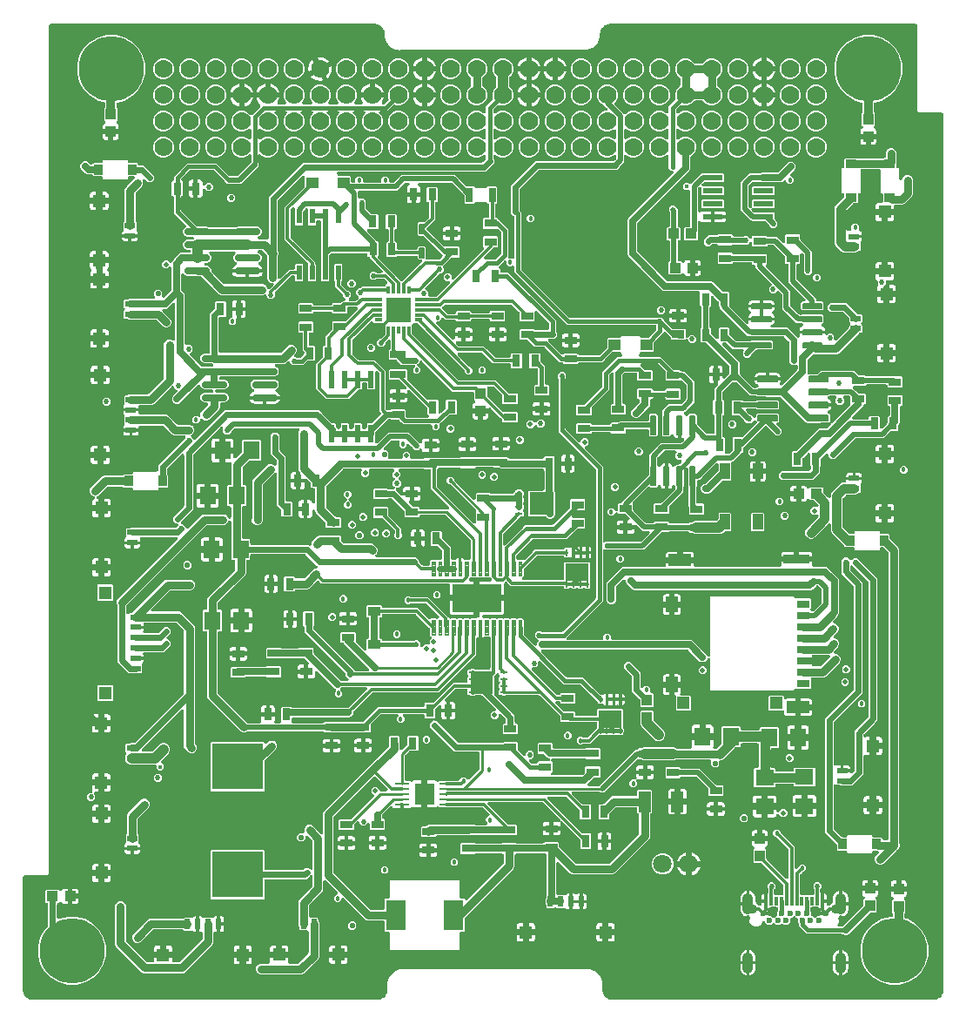
<source format=gbr>
G04 EAGLE Gerber RS-274X export*
G75*
%MOMM*%
%FSLAX34Y34*%
%LPD*%
%INTop Copper*%
%IPPOS*%
%AMOC8*
5,1,8,0,0,1.08239X$1,22.5*%
G01*
%ADD10R,1.200000X0.800000*%
%ADD11R,0.800000X1.200000*%
%ADD12R,1.100000X1.000000*%
%ADD13R,1.600000X1.800000*%
%ADD14R,1.800000X1.600000*%
%ADD15R,1.200000X2.000000*%
%ADD16R,0.812800X1.041400*%
%ADD17R,1.041400X0.812800*%
%ADD18R,1.000000X1.500000*%
%ADD19R,1.220000X0.910000*%
%ADD20C,6.350000*%
%ADD21C,1.778000*%
%ADD22R,1.000000X0.550000*%
%ADD23R,1.300000X1.260000*%
%ADD24R,1.240000X0.800000*%
%ADD25R,2.500000X0.950000*%
%ADD26R,2.200000X1.150000*%
%ADD27R,1.250000X1.160000*%
%ADD28R,1.200000X1.160000*%
%ADD29R,1.150000X1.500000*%
%ADD30R,5.000000X4.500000*%
%ADD31R,0.635000X0.254000*%
%ADD32R,1.701800X2.260600*%
%ADD33R,0.254000X0.635000*%
%ADD34R,2.260600X1.701800*%
%ADD35R,1.000000X1.100000*%
%ADD36C,0.102500*%
%ADD37R,4.750000X2.740000*%
%ADD38C,0.700000*%
%ADD39R,1.397000X0.279400*%
%ADD40R,1.930400X2.159000*%
%ADD41R,0.350000X0.890000*%
%ADD42C,0.600000*%
%ADD43C,1.000000*%
%ADD44C,0.900000*%
%ADD45R,0.550000X1.000000*%
%ADD46R,1.260000X1.300000*%
%ADD47R,1.981200X0.558800*%
%ADD48R,1.955800X2.997200*%
%ADD49R,0.990600X0.558800*%
%ADD50R,1.270000X1.295400*%
%ADD51R,0.787400X0.304800*%
%ADD52R,0.304800X0.787400*%
%ADD53R,2.438400X2.438400*%
%ADD54R,1.524000X0.711200*%
%ADD55R,0.558800X1.651000*%
%ADD56C,0.130000*%
%ADD57R,0.711200X1.447800*%
%ADD58R,0.558800X1.460500*%
%ADD59R,1.143000X1.092200*%
%ADD60C,0.150000*%
%ADD61C,1.800000*%
%ADD62C,0.457200*%
%ADD63C,0.762000*%
%ADD64C,0.525000*%
%ADD65C,0.495300*%
%ADD66C,0.800000*%
%ADD67C,0.495000*%
%ADD68C,0.600000*%
%ADD69C,0.609600*%
%ADD70C,0.400000*%
%ADD71C,0.500000*%
%ADD72C,0.533400*%
%ADD73C,1.016000*%
%ADD74C,0.457200*%
%ADD75C,0.450000*%
%ADD76C,0.510000*%
%ADD77C,0.900000*%
%ADD78C,0.300000*%
%ADD79C,0.254000*%
%ADD80C,0.304800*%
%ADD81C,0.279400*%
%ADD82C,0.419100*%
%ADD83C,0.812800*%
%ADD84C,0.350000*%
%ADD85C,0.450000*%
%ADD86C,0.508000*%
%ADD87C,0.609000*%
%ADD88C,0.406400*%
%ADD89C,0.381000*%

G36*
X348790Y3181D02*
X348790Y3181D01*
X348891Y3183D01*
X350304Y3322D01*
X350403Y3344D01*
X350504Y3356D01*
X350598Y3386D01*
X350644Y3396D01*
X350677Y3411D01*
X350737Y3431D01*
X353347Y4512D01*
X353349Y4513D01*
X353350Y4513D01*
X353498Y4596D01*
X353651Y4681D01*
X353653Y4682D01*
X353655Y4683D01*
X353841Y4842D01*
X355838Y6839D01*
X355839Y6841D01*
X355841Y6842D01*
X355951Y6981D01*
X356055Y7112D01*
X356056Y7114D01*
X356057Y7116D01*
X356168Y7333D01*
X357249Y9943D01*
X357277Y10041D01*
X357314Y10136D01*
X357332Y10232D01*
X357345Y10278D01*
X357347Y10315D01*
X357358Y10376D01*
X357497Y11789D01*
X357496Y11837D01*
X357504Y11938D01*
X357504Y20278D01*
X359805Y25833D01*
X364057Y30085D01*
X369612Y32386D01*
X554948Y32386D01*
X560503Y30085D01*
X564755Y25833D01*
X567056Y20278D01*
X567056Y11938D01*
X567061Y11890D01*
X567063Y11789D01*
X567202Y10376D01*
X567224Y10277D01*
X567236Y10176D01*
X567266Y10082D01*
X567276Y10036D01*
X567291Y10003D01*
X567311Y9943D01*
X568392Y7333D01*
X568393Y7331D01*
X568393Y7330D01*
X568476Y7182D01*
X568561Y7029D01*
X568562Y7027D01*
X568563Y7025D01*
X568722Y6839D01*
X570719Y4842D01*
X570721Y4841D01*
X570722Y4839D01*
X570858Y4732D01*
X570992Y4625D01*
X570994Y4624D01*
X570996Y4623D01*
X571213Y4512D01*
X573823Y3431D01*
X573921Y3403D01*
X574016Y3366D01*
X574112Y3348D01*
X574158Y3335D01*
X574195Y3333D01*
X574256Y3322D01*
X575669Y3183D01*
X575717Y3184D01*
X575818Y3176D01*
X889762Y3176D01*
X889810Y3181D01*
X889911Y3183D01*
X891324Y3322D01*
X891423Y3344D01*
X891524Y3356D01*
X891618Y3386D01*
X891664Y3396D01*
X891697Y3411D01*
X891757Y3431D01*
X894367Y4512D01*
X894369Y4513D01*
X894370Y4513D01*
X894518Y4596D01*
X894671Y4681D01*
X894673Y4682D01*
X894675Y4683D01*
X894861Y4842D01*
X896858Y6839D01*
X896859Y6841D01*
X896861Y6842D01*
X896971Y6981D01*
X897075Y7112D01*
X897076Y7114D01*
X897077Y7116D01*
X897188Y7333D01*
X898269Y9943D01*
X898297Y10041D01*
X898334Y10136D01*
X898352Y10232D01*
X898365Y10278D01*
X898367Y10315D01*
X898378Y10376D01*
X898517Y11789D01*
X898516Y11837D01*
X898524Y11938D01*
X898524Y863981D01*
X898521Y864007D01*
X898523Y864033D01*
X898501Y864180D01*
X898484Y864327D01*
X898476Y864352D01*
X898472Y864378D01*
X898417Y864516D01*
X898367Y864655D01*
X898353Y864677D01*
X898343Y864702D01*
X898258Y864823D01*
X898178Y864948D01*
X898159Y864966D01*
X898144Y864988D01*
X898034Y865087D01*
X897927Y865190D01*
X897905Y865204D01*
X897885Y865221D01*
X897755Y865293D01*
X897628Y865369D01*
X897603Y865377D01*
X897580Y865390D01*
X897437Y865430D01*
X897296Y865475D01*
X897270Y865477D01*
X897245Y865485D01*
X897001Y865504D01*
X874985Y865504D01*
X873124Y867365D01*
X873124Y950341D01*
X873121Y950367D01*
X873123Y950393D01*
X873101Y950540D01*
X873084Y950687D01*
X873076Y950712D01*
X873072Y950738D01*
X873017Y950876D01*
X872967Y951015D01*
X872953Y951037D01*
X872943Y951062D01*
X872858Y951183D01*
X872778Y951308D01*
X872759Y951326D01*
X872744Y951348D01*
X872634Y951447D01*
X872527Y951550D01*
X872505Y951564D01*
X872485Y951581D01*
X872355Y951653D01*
X872228Y951729D01*
X872203Y951737D01*
X872180Y951750D01*
X872037Y951790D01*
X871896Y951835D01*
X871870Y951837D01*
X871845Y951845D01*
X871601Y951864D01*
X574040Y951864D01*
X573992Y951859D01*
X573891Y951857D01*
X572330Y951703D01*
X572230Y951682D01*
X572129Y951670D01*
X572036Y951640D01*
X571989Y951630D01*
X571956Y951614D01*
X571896Y951595D01*
X569012Y950400D01*
X569010Y950399D01*
X569008Y950398D01*
X568856Y950313D01*
X568707Y950231D01*
X568706Y950229D01*
X568704Y950228D01*
X568518Y950070D01*
X566310Y947862D01*
X566309Y947861D01*
X566307Y947859D01*
X566197Y947720D01*
X566094Y947589D01*
X566093Y947587D01*
X566092Y947586D01*
X565980Y947368D01*
X564785Y944484D01*
X564757Y944386D01*
X564720Y944291D01*
X564703Y944195D01*
X564690Y944149D01*
X564688Y944112D01*
X564677Y944050D01*
X564523Y942489D01*
X564524Y942441D01*
X564516Y942340D01*
X564516Y939182D01*
X562099Y933347D01*
X557633Y928881D01*
X551798Y926464D01*
X369948Y926464D01*
X369906Y926459D01*
X369864Y926462D01*
X369734Y926440D01*
X369602Y926424D01*
X369562Y926410D01*
X369520Y926403D01*
X369399Y926352D01*
X369337Y926330D01*
X368208Y926455D01*
X368158Y926455D01*
X368040Y926464D01*
X366908Y926464D01*
X366874Y926488D01*
X366752Y926538D01*
X366632Y926594D01*
X366590Y926603D01*
X366551Y926619D01*
X366311Y926666D01*
X365048Y926806D01*
X359934Y929622D01*
X356286Y934181D01*
X354661Y939789D01*
X354941Y942310D01*
X354941Y942346D01*
X354948Y942383D01*
X354943Y942627D01*
X354803Y944050D01*
X354782Y944150D01*
X354770Y944251D01*
X354740Y944344D01*
X354730Y944391D01*
X354714Y944424D01*
X354695Y944484D01*
X353500Y947368D01*
X353499Y947370D01*
X353498Y947372D01*
X353414Y947522D01*
X353331Y947673D01*
X353329Y947674D01*
X353328Y947676D01*
X353170Y947862D01*
X350962Y950070D01*
X350961Y950071D01*
X350959Y950073D01*
X350823Y950180D01*
X350689Y950286D01*
X350687Y950287D01*
X350686Y950288D01*
X350468Y950400D01*
X347584Y951595D01*
X347486Y951623D01*
X347391Y951660D01*
X347295Y951677D01*
X347249Y951690D01*
X347212Y951692D01*
X347150Y951703D01*
X345589Y951857D01*
X345541Y951856D01*
X345440Y951864D01*
X30099Y951864D01*
X30073Y951861D01*
X30047Y951863D01*
X29900Y951841D01*
X29753Y951824D01*
X29728Y951816D01*
X29702Y951812D01*
X29564Y951757D01*
X29425Y951707D01*
X29403Y951693D01*
X29378Y951683D01*
X29257Y951598D01*
X29132Y951518D01*
X29114Y951499D01*
X29092Y951484D01*
X28993Y951374D01*
X28890Y951267D01*
X28876Y951245D01*
X28859Y951225D01*
X28787Y951095D01*
X28711Y950968D01*
X28703Y950943D01*
X28690Y950920D01*
X28650Y950777D01*
X28605Y950636D01*
X28603Y950610D01*
X28595Y950585D01*
X28576Y950341D01*
X28576Y125685D01*
X26715Y123824D01*
X4699Y123824D01*
X4673Y123821D01*
X4647Y123823D01*
X4500Y123801D01*
X4353Y123784D01*
X4328Y123776D01*
X4302Y123772D01*
X4164Y123717D01*
X4025Y123667D01*
X4003Y123653D01*
X3978Y123643D01*
X3857Y123558D01*
X3732Y123478D01*
X3714Y123459D01*
X3692Y123444D01*
X3593Y123334D01*
X3490Y123227D01*
X3476Y123205D01*
X3459Y123185D01*
X3387Y123055D01*
X3311Y122928D01*
X3303Y122903D01*
X3290Y122880D01*
X3250Y122737D01*
X3205Y122596D01*
X3203Y122570D01*
X3195Y122545D01*
X3176Y122301D01*
X3176Y11938D01*
X3181Y11890D01*
X3183Y11789D01*
X3322Y10376D01*
X3344Y10277D01*
X3356Y10176D01*
X3386Y10082D01*
X3396Y10036D01*
X3411Y10003D01*
X3431Y9943D01*
X4512Y7333D01*
X4513Y7331D01*
X4513Y7330D01*
X4596Y7182D01*
X4681Y7029D01*
X4682Y7027D01*
X4683Y7025D01*
X4842Y6839D01*
X6839Y4842D01*
X6841Y4841D01*
X6842Y4839D01*
X6981Y4729D01*
X7112Y4625D01*
X7114Y4624D01*
X7116Y4623D01*
X7333Y4512D01*
X9943Y3431D01*
X10041Y3403D01*
X10136Y3366D01*
X10232Y3348D01*
X10278Y3335D01*
X10315Y3333D01*
X10376Y3322D01*
X11789Y3183D01*
X11837Y3184D01*
X11938Y3176D01*
X348742Y3176D01*
X348790Y3181D01*
G37*
%LPC*%
G36*
X234036Y27671D02*
X234036Y27671D01*
X232098Y28474D01*
X230616Y29956D01*
X229813Y31894D01*
X229813Y33990D01*
X230616Y35928D01*
X232098Y37410D01*
X234036Y38213D01*
X242129Y38213D01*
X242179Y38219D01*
X242230Y38216D01*
X242352Y38238D01*
X242475Y38253D01*
X242523Y38270D01*
X242573Y38279D01*
X242687Y38328D01*
X242803Y38370D01*
X242846Y38398D01*
X242893Y38418D01*
X242992Y38492D01*
X243096Y38559D01*
X243131Y38596D01*
X243172Y38626D01*
X243252Y38721D01*
X243338Y38810D01*
X243364Y38854D01*
X243397Y38893D01*
X243453Y39003D01*
X243517Y39109D01*
X243532Y39157D01*
X243556Y39203D01*
X243585Y39323D01*
X243623Y39441D01*
X243627Y39492D01*
X243639Y39541D01*
X243641Y39665D01*
X243651Y39788D01*
X243643Y39839D01*
X243644Y39890D01*
X243617Y40036D01*
X243617Y43853D01*
X250934Y43853D01*
X250960Y43856D01*
X250986Y43854D01*
X251133Y43876D01*
X251280Y43893D01*
X251305Y43901D01*
X251331Y43905D01*
X251469Y43960D01*
X251608Y44010D01*
X251630Y44024D01*
X251655Y44034D01*
X251776Y44119D01*
X251901Y44199D01*
X251919Y44218D01*
X251941Y44233D01*
X252040Y44343D01*
X252143Y44450D01*
X252157Y44472D01*
X252174Y44492D01*
X252246Y44622D01*
X252322Y44749D01*
X252330Y44774D01*
X252343Y44797D01*
X252383Y44940D01*
X252428Y45081D01*
X252430Y45107D01*
X252438Y45132D01*
X252457Y45376D01*
X252457Y46901D01*
X252459Y46901D01*
X252459Y45376D01*
X252462Y45350D01*
X252460Y45324D01*
X252482Y45177D01*
X252499Y45030D01*
X252508Y45005D01*
X252511Y44979D01*
X252566Y44841D01*
X252616Y44702D01*
X252630Y44680D01*
X252640Y44655D01*
X252725Y44534D01*
X252805Y44409D01*
X252824Y44391D01*
X252839Y44369D01*
X252949Y44270D01*
X253056Y44167D01*
X253078Y44153D01*
X253098Y44136D01*
X253228Y44064D01*
X253355Y43988D01*
X253380Y43980D01*
X253403Y43967D01*
X253546Y43927D01*
X253687Y43882D01*
X253713Y43880D01*
X253738Y43872D01*
X253982Y43853D01*
X261299Y43853D01*
X261299Y40049D01*
X261293Y40031D01*
X261283Y39908D01*
X261265Y39786D01*
X261269Y39735D01*
X261265Y39684D01*
X261283Y39561D01*
X261294Y39438D01*
X261309Y39390D01*
X261317Y39339D01*
X261362Y39224D01*
X261400Y39106D01*
X261427Y39063D01*
X261445Y39015D01*
X261516Y38914D01*
X261580Y38808D01*
X261615Y38771D01*
X261644Y38729D01*
X261736Y38646D01*
X261822Y38557D01*
X261865Y38530D01*
X261903Y38496D01*
X262012Y38436D01*
X262115Y38369D01*
X262164Y38352D01*
X262208Y38327D01*
X262327Y38293D01*
X262444Y38252D01*
X262494Y38246D01*
X262544Y38232D01*
X262787Y38213D01*
X270470Y38213D01*
X270595Y38227D01*
X270722Y38234D01*
X270768Y38247D01*
X270816Y38253D01*
X270935Y38295D01*
X271056Y38330D01*
X271099Y38354D01*
X271144Y38370D01*
X271250Y38439D01*
X271361Y38500D01*
X271407Y38540D01*
X271437Y38559D01*
X271470Y38594D01*
X271547Y38659D01*
X280491Y47603D01*
X280570Y47702D01*
X280654Y47796D01*
X280678Y47838D01*
X280708Y47876D01*
X280762Y47990D01*
X280823Y48101D01*
X280836Y48148D01*
X280857Y48191D01*
X280883Y48315D01*
X280918Y48436D01*
X280923Y48497D01*
X280930Y48532D01*
X280929Y48580D01*
X280937Y48680D01*
X280937Y69006D01*
X280934Y69032D01*
X280936Y69058D01*
X280914Y69205D01*
X280897Y69352D01*
X280889Y69377D01*
X280885Y69403D01*
X280830Y69541D01*
X280780Y69680D01*
X280766Y69702D01*
X280756Y69727D01*
X280671Y69848D01*
X280591Y69973D01*
X280572Y69991D01*
X280557Y70013D01*
X280447Y70112D01*
X280340Y70215D01*
X280318Y70229D01*
X280298Y70246D01*
X280168Y70318D01*
X280041Y70394D01*
X280016Y70402D01*
X279993Y70415D01*
X279850Y70455D01*
X279709Y70500D01*
X279683Y70502D01*
X279658Y70510D01*
X279414Y70529D01*
X272932Y70529D01*
X272187Y71274D01*
X272187Y73005D01*
X272173Y73130D01*
X272166Y73256D01*
X272153Y73303D01*
X272147Y73351D01*
X272105Y73470D01*
X272070Y73591D01*
X272046Y73633D01*
X272030Y73679D01*
X271961Y73785D01*
X271946Y73812D01*
X271127Y75789D01*
X271127Y98403D01*
X271901Y100270D01*
X284711Y113080D01*
X284789Y113179D01*
X284874Y113273D01*
X284897Y113315D01*
X284927Y113353D01*
X284981Y113467D01*
X285042Y113578D01*
X285055Y113624D01*
X285076Y113668D01*
X285103Y113791D01*
X285137Y113913D01*
X285142Y113974D01*
X285149Y114009D01*
X285149Y114057D01*
X285157Y114157D01*
X285157Y122972D01*
X285145Y123071D01*
X285143Y123172D01*
X285125Y123244D01*
X285117Y123318D01*
X285083Y123412D01*
X285058Y123510D01*
X285024Y123576D01*
X284999Y123646D01*
X284945Y123730D01*
X284899Y123820D01*
X284851Y123876D01*
X284810Y123939D01*
X284738Y124009D01*
X284673Y124085D01*
X284613Y124129D01*
X284560Y124181D01*
X284473Y124233D01*
X284393Y124292D01*
X284324Y124322D01*
X284261Y124360D01*
X284165Y124390D01*
X284073Y124430D01*
X283999Y124443D01*
X283929Y124466D01*
X283829Y124474D01*
X283730Y124492D01*
X283655Y124488D01*
X283581Y124494D01*
X283482Y124479D01*
X283382Y124474D01*
X283310Y124453D01*
X283237Y124442D01*
X283143Y124405D01*
X283047Y124377D01*
X282982Y124341D01*
X282913Y124314D01*
X282830Y124256D01*
X282743Y124207D01*
X282666Y124142D01*
X282627Y124115D01*
X282603Y124088D01*
X282556Y124049D01*
X281847Y123339D01*
X278871Y120363D01*
X239602Y120363D01*
X239576Y120360D01*
X239550Y120362D01*
X239403Y120340D01*
X239256Y120323D01*
X239231Y120315D01*
X239205Y120311D01*
X239067Y120256D01*
X238928Y120206D01*
X238906Y120192D01*
X238881Y120182D01*
X238760Y120097D01*
X238635Y120017D01*
X238617Y119998D01*
X238595Y119983D01*
X238496Y119873D01*
X238393Y119766D01*
X238379Y119744D01*
X238362Y119724D01*
X238290Y119594D01*
X238214Y119467D01*
X238206Y119442D01*
X238193Y119419D01*
X238153Y119276D01*
X238108Y119135D01*
X238106Y119109D01*
X238098Y119084D01*
X238079Y118840D01*
X238079Y101656D01*
X237334Y100911D01*
X186282Y100911D01*
X185537Y101656D01*
X185537Y147708D01*
X186282Y148453D01*
X237334Y148453D01*
X238079Y147708D01*
X238079Y130524D01*
X238082Y130498D01*
X238080Y130472D01*
X238102Y130325D01*
X238119Y130178D01*
X238127Y130153D01*
X238131Y130127D01*
X238186Y129989D01*
X238236Y129850D01*
X238250Y129828D01*
X238260Y129803D01*
X238345Y129682D01*
X238425Y129557D01*
X238444Y129539D01*
X238459Y129517D01*
X238569Y129418D01*
X238676Y129315D01*
X238698Y129301D01*
X238718Y129284D01*
X238848Y129212D01*
X238975Y129136D01*
X239000Y129128D01*
X239023Y129115D01*
X239166Y129075D01*
X239307Y129030D01*
X239333Y129028D01*
X239358Y129020D01*
X239602Y129001D01*
X274662Y129001D01*
X274788Y129015D01*
X274914Y129022D01*
X274960Y129035D01*
X275008Y129041D01*
X275127Y129083D01*
X275249Y129118D01*
X275291Y129142D01*
X275336Y129158D01*
X275443Y129227D01*
X275553Y129288D01*
X275599Y129328D01*
X275629Y129347D01*
X275663Y129382D01*
X275739Y129447D01*
X277611Y131319D01*
X281189Y131319D01*
X282556Y129951D01*
X282635Y129889D01*
X282707Y129819D01*
X282771Y129781D01*
X282829Y129735D01*
X282920Y129692D01*
X283006Y129640D01*
X283077Y129618D01*
X283144Y129586D01*
X283243Y129565D01*
X283338Y129534D01*
X283412Y129528D01*
X283485Y129512D01*
X283585Y129514D01*
X283686Y129506D01*
X283759Y129517D01*
X283834Y129518D01*
X283931Y129543D01*
X284030Y129558D01*
X284099Y129585D01*
X284172Y129603D01*
X284261Y129649D01*
X284354Y129686D01*
X284415Y129729D01*
X284481Y129763D01*
X284558Y129828D01*
X284640Y129885D01*
X284690Y129941D01*
X284747Y129989D01*
X284807Y130070D01*
X284874Y130144D01*
X284910Y130209D01*
X284954Y130269D01*
X284994Y130361D01*
X285042Y130449D01*
X285063Y130521D01*
X285092Y130589D01*
X285110Y130688D01*
X285137Y130785D01*
X285145Y130885D01*
X285154Y130932D01*
X285152Y130968D01*
X285157Y131028D01*
X285157Y156861D01*
X285142Y156987D01*
X285136Y157113D01*
X285122Y157159D01*
X285117Y157207D01*
X285074Y157326D01*
X285039Y157448D01*
X285016Y157490D01*
X284999Y157535D01*
X284931Y157642D01*
X284869Y157752D01*
X284830Y157798D01*
X284810Y157828D01*
X284775Y157862D01*
X284711Y157938D01*
X280350Y162299D01*
X280272Y162361D01*
X280199Y162431D01*
X280135Y162469D01*
X280077Y162515D01*
X279986Y162558D01*
X279900Y162610D01*
X279829Y162632D01*
X279762Y162664D01*
X279664Y162685D01*
X279568Y162716D01*
X279494Y162722D01*
X279421Y162738D01*
X279321Y162736D01*
X279221Y162744D01*
X279147Y162733D01*
X279073Y162732D01*
X278976Y162707D01*
X278876Y162692D01*
X278807Y162665D01*
X278735Y162647D01*
X278645Y162601D01*
X278552Y162564D01*
X278491Y162521D01*
X278425Y162487D01*
X278348Y162422D01*
X278266Y162365D01*
X278216Y162309D01*
X278160Y162261D01*
X278100Y162180D01*
X278033Y162106D01*
X277997Y162041D01*
X277952Y161981D01*
X277913Y161889D01*
X277864Y161801D01*
X277844Y161729D01*
X277814Y161661D01*
X277797Y161562D01*
X277769Y161465D01*
X277761Y161365D01*
X277753Y161318D01*
X277755Y161282D01*
X277750Y161222D01*
X277750Y159405D01*
X275443Y157098D01*
X272181Y157098D01*
X269874Y159405D01*
X269874Y162667D01*
X272181Y164974D01*
X275371Y164974D01*
X275520Y164991D01*
X275670Y165003D01*
X275693Y165011D01*
X275717Y165014D01*
X275859Y165064D01*
X276002Y165111D01*
X276022Y165123D01*
X276045Y165131D01*
X276172Y165213D01*
X276300Y165290D01*
X276318Y165307D01*
X276338Y165320D01*
X276442Y165428D01*
X276550Y165533D01*
X276563Y165553D01*
X276580Y165571D01*
X276657Y165700D01*
X276738Y165827D01*
X276746Y165849D01*
X276759Y165870D01*
X276804Y166013D01*
X276855Y166155D01*
X276858Y166179D01*
X276865Y166202D01*
X276877Y166351D01*
X276894Y166501D01*
X276891Y166525D01*
X276893Y166549D01*
X276871Y166698D01*
X276859Y166794D01*
X276859Y168905D01*
X277633Y170772D01*
X279062Y172201D01*
X280929Y172975D01*
X282951Y172975D01*
X284818Y172201D01*
X292547Y164472D01*
X292625Y164410D01*
X292698Y164340D01*
X292762Y164302D01*
X292820Y164256D01*
X292911Y164213D01*
X292997Y164161D01*
X293068Y164139D01*
X293135Y164107D01*
X293233Y164086D01*
X293329Y164055D01*
X293403Y164049D01*
X293476Y164033D01*
X293576Y164035D01*
X293676Y164027D01*
X293750Y164038D01*
X293824Y164039D01*
X293921Y164064D01*
X294021Y164079D01*
X294090Y164106D01*
X294162Y164124D01*
X294252Y164170D01*
X294345Y164207D01*
X294406Y164250D01*
X294472Y164284D01*
X294549Y164349D01*
X294631Y164406D01*
X294681Y164462D01*
X294737Y164510D01*
X294797Y164591D01*
X294864Y164665D01*
X294900Y164730D01*
X294945Y164790D01*
X294984Y164882D01*
X295033Y164970D01*
X295053Y165042D01*
X295083Y165110D01*
X295100Y165209D01*
X295128Y165306D01*
X295136Y165406D01*
X295144Y165453D01*
X295142Y165489D01*
X295147Y165549D01*
X295147Y184255D01*
X295921Y186122D01*
X340816Y231017D01*
X358663Y248864D01*
X358729Y248947D01*
X358795Y249016D01*
X358807Y249036D01*
X358826Y249057D01*
X358850Y249100D01*
X358880Y249137D01*
X358924Y249232D01*
X358974Y249315D01*
X358982Y249338D01*
X358995Y249362D01*
X359008Y249409D01*
X359029Y249452D01*
X359050Y249553D01*
X359080Y249647D01*
X359082Y249672D01*
X359090Y249698D01*
X359095Y249758D01*
X359102Y249793D01*
X359101Y249841D01*
X359109Y249941D01*
X359109Y259002D01*
X359854Y259747D01*
X368906Y259747D01*
X369651Y259002D01*
X369651Y247197D01*
X369662Y247097D01*
X369664Y246997D01*
X369682Y246925D01*
X369691Y246851D01*
X369724Y246756D01*
X369749Y246659D01*
X369783Y246593D01*
X369808Y246523D01*
X369863Y246438D01*
X369909Y246349D01*
X369957Y246292D01*
X369997Y246230D01*
X370069Y246160D01*
X370134Y246084D01*
X370194Y246039D01*
X370248Y245988D01*
X370334Y245936D01*
X370415Y245876D01*
X370483Y245847D01*
X370547Y245809D01*
X370643Y245778D01*
X370735Y245738D01*
X370808Y245725D01*
X370879Y245703D01*
X370979Y245694D01*
X371078Y245677D01*
X371152Y245681D01*
X371226Y245675D01*
X371326Y245689D01*
X371426Y245695D01*
X371497Y245715D01*
X371571Y245726D01*
X371664Y245763D01*
X371761Y245791D01*
X371826Y245828D01*
X371895Y245855D01*
X371977Y245912D01*
X372065Y245961D01*
X372141Y246026D01*
X372181Y246054D01*
X372205Y246080D01*
X372251Y246120D01*
X376663Y250532D01*
X376742Y250631D01*
X376826Y250725D01*
X376850Y250767D01*
X376880Y250805D01*
X376934Y250919D01*
X376995Y251030D01*
X377008Y251076D01*
X377029Y251120D01*
X377055Y251243D01*
X377090Y251365D01*
X377095Y251426D01*
X377102Y251461D01*
X377101Y251509D01*
X377109Y251609D01*
X377109Y259002D01*
X377854Y259747D01*
X386906Y259747D01*
X387651Y259002D01*
X387651Y245950D01*
X386906Y245205D01*
X379513Y245205D01*
X379387Y245191D01*
X379261Y245184D01*
X379215Y245171D01*
X379167Y245165D01*
X379048Y245123D01*
X378926Y245088D01*
X378884Y245064D01*
X378839Y245048D01*
X378732Y244979D01*
X378622Y244918D01*
X378576Y244878D01*
X378546Y244859D01*
X378512Y244824D01*
X378436Y244759D01*
X374970Y241293D01*
X374891Y241194D01*
X374807Y241100D01*
X374783Y241058D01*
X374753Y241020D01*
X374699Y240906D01*
X374638Y240795D01*
X374625Y240749D01*
X374604Y240705D01*
X374578Y240582D01*
X374543Y240460D01*
X374538Y240399D01*
X374531Y240364D01*
X374532Y240316D01*
X374524Y240216D01*
X374524Y217399D01*
X374527Y217372D01*
X374525Y217346D01*
X374547Y217200D01*
X374564Y217052D01*
X374572Y217028D01*
X374576Y217002D01*
X374631Y216864D01*
X374681Y216724D01*
X374695Y216702D01*
X374705Y216678D01*
X374790Y216556D01*
X374870Y216431D01*
X374889Y216413D01*
X374904Y216392D01*
X375014Y216293D01*
X375121Y216189D01*
X375143Y216176D01*
X375163Y216158D01*
X375293Y216086D01*
X375420Y216010D01*
X375445Y216002D01*
X375468Y215990D01*
X375611Y215949D01*
X375752Y215904D01*
X375778Y215902D01*
X375803Y215895D01*
X376047Y215875D01*
X379367Y215875D01*
X379774Y215469D01*
X379795Y215452D01*
X379812Y215432D01*
X379931Y215344D01*
X380047Y215252D01*
X380071Y215241D01*
X380092Y215225D01*
X380228Y215166D01*
X380362Y215103D01*
X380388Y215097D01*
X380412Y215087D01*
X380559Y215061D01*
X380703Y215030D01*
X380729Y215030D01*
X380755Y215025D01*
X380904Y215033D01*
X381051Y215036D01*
X381077Y215042D01*
X381103Y215043D01*
X381245Y215084D01*
X381389Y215121D01*
X381413Y215133D01*
X381438Y215140D01*
X381567Y215212D01*
X381699Y215280D01*
X381719Y215297D01*
X381742Y215310D01*
X381928Y215469D01*
X382488Y216028D01*
X383067Y216363D01*
X383713Y216536D01*
X390653Y216536D01*
X390653Y204724D01*
X390656Y204698D01*
X390654Y204672D01*
X390676Y204525D01*
X390693Y204378D01*
X390701Y204353D01*
X390705Y204327D01*
X390760Y204189D01*
X390810Y204050D01*
X390824Y204028D01*
X390834Y204003D01*
X390919Y203882D01*
X390999Y203757D01*
X391018Y203739D01*
X391033Y203717D01*
X391143Y203618D01*
X391250Y203515D01*
X391272Y203501D01*
X391292Y203484D01*
X391422Y203412D01*
X391549Y203336D01*
X391574Y203328D01*
X391597Y203315D01*
X391740Y203275D01*
X391881Y203230D01*
X391907Y203228D01*
X391932Y203220D01*
X392176Y203201D01*
X395224Y203201D01*
X395250Y203204D01*
X395276Y203202D01*
X395423Y203224D01*
X395570Y203241D01*
X395595Y203250D01*
X395621Y203253D01*
X395759Y203308D01*
X395898Y203358D01*
X395920Y203372D01*
X395945Y203382D01*
X396066Y203466D01*
X396191Y203547D01*
X396209Y203566D01*
X396231Y203581D01*
X396330Y203691D01*
X396433Y203798D01*
X396447Y203820D01*
X396464Y203840D01*
X396536Y203970D01*
X396612Y204097D01*
X396620Y204122D01*
X396633Y204145D01*
X396673Y204288D01*
X396718Y204429D01*
X396720Y204455D01*
X396728Y204480D01*
X396747Y204724D01*
X396747Y216536D01*
X403687Y216536D01*
X404333Y216363D01*
X404912Y216028D01*
X405472Y215469D01*
X405492Y215452D01*
X405509Y215432D01*
X405629Y215344D01*
X405745Y215252D01*
X405768Y215241D01*
X405789Y215225D01*
X405926Y215166D01*
X406060Y215103D01*
X406085Y215097D01*
X406109Y215087D01*
X406256Y215061D01*
X406400Y215030D01*
X406427Y215030D01*
X406453Y215025D01*
X406601Y215033D01*
X406749Y215036D01*
X406774Y215042D01*
X406801Y215043D01*
X406943Y215084D01*
X407087Y215121D01*
X407110Y215133D01*
X407135Y215140D01*
X407264Y215212D01*
X407397Y215280D01*
X407417Y215297D01*
X407440Y215310D01*
X407626Y215469D01*
X408033Y215875D01*
X413628Y215875D01*
X413754Y215890D01*
X413880Y215896D01*
X413927Y215910D01*
X413975Y215915D01*
X414094Y215958D01*
X414215Y215993D01*
X414232Y216002D01*
X426720Y216002D01*
X426746Y216005D01*
X426772Y216003D01*
X426919Y216025D01*
X427066Y216042D01*
X427091Y216051D01*
X427117Y216055D01*
X427255Y216110D01*
X427394Y216160D01*
X427416Y216174D01*
X427441Y216184D01*
X427562Y216268D01*
X427687Y216349D01*
X427705Y216368D01*
X427727Y216383D01*
X427826Y216492D01*
X427929Y216599D01*
X427943Y216622D01*
X427960Y216641D01*
X428032Y216771D01*
X428108Y216898D01*
X428116Y216923D01*
X428129Y216946D01*
X428169Y217089D01*
X428214Y217230D01*
X428216Y217257D01*
X428224Y217282D01*
X428230Y217360D01*
X430327Y219457D01*
X433273Y219457D01*
X435289Y217441D01*
X435309Y217425D01*
X435326Y217405D01*
X435446Y217317D01*
X435562Y217225D01*
X435585Y217214D01*
X435606Y217198D01*
X435743Y217139D01*
X435877Y217076D01*
X435902Y217070D01*
X435926Y217060D01*
X436072Y217034D01*
X436217Y217003D01*
X436243Y217003D01*
X436269Y216998D01*
X436418Y217006D01*
X436566Y217009D01*
X436591Y217015D01*
X436617Y217016D01*
X436760Y217057D01*
X436904Y217094D01*
X436927Y217106D01*
X436952Y217113D01*
X437082Y217185D01*
X437214Y217253D01*
X437233Y217270D01*
X437256Y217283D01*
X437443Y217441D01*
X446720Y226719D01*
X446799Y226818D01*
X446883Y226912D01*
X446907Y226954D01*
X446937Y226992D01*
X446991Y227106D01*
X447052Y227217D01*
X447065Y227263D01*
X447086Y227307D01*
X447112Y227430D01*
X447147Y227552D01*
X447152Y227613D01*
X447159Y227648D01*
X447158Y227696D01*
X447166Y227796D01*
X447166Y242968D01*
X447163Y242994D01*
X447165Y243020D01*
X447143Y243167D01*
X447126Y243314D01*
X447118Y243339D01*
X447114Y243365D01*
X447059Y243503D01*
X447009Y243642D01*
X446995Y243664D01*
X446985Y243689D01*
X446900Y243810D01*
X446820Y243935D01*
X446801Y243953D01*
X446786Y243975D01*
X446676Y244074D01*
X446569Y244177D01*
X446547Y244191D01*
X446527Y244208D01*
X446397Y244280D01*
X446270Y244356D01*
X446245Y244364D01*
X446222Y244377D01*
X446079Y244417D01*
X445938Y244462D01*
X445912Y244464D01*
X445887Y244472D01*
X445643Y244491D01*
X422645Y244491D01*
X399287Y267849D01*
X399287Y271537D01*
X402105Y274355D01*
X402168Y274433D01*
X402238Y274506D01*
X402276Y274570D01*
X402322Y274628D01*
X402365Y274719D01*
X402416Y274805D01*
X402439Y274876D01*
X402471Y274943D01*
X402492Y275041D01*
X402523Y275137D01*
X402529Y275211D01*
X402544Y275284D01*
X402543Y275384D01*
X402551Y275484D01*
X402540Y275558D01*
X402538Y275632D01*
X402514Y275729D01*
X402499Y275829D01*
X402471Y275898D01*
X402453Y275970D01*
X402407Y276059D01*
X402370Y276153D01*
X402328Y276214D01*
X402294Y276280D01*
X402229Y276356D01*
X402171Y276439D01*
X402116Y276489D01*
X402068Y276545D01*
X401987Y276605D01*
X401912Y276672D01*
X401847Y276708D01*
X401788Y276753D01*
X401695Y276792D01*
X401607Y276841D01*
X401536Y276861D01*
X401468Y276891D01*
X401369Y276908D01*
X401272Y276936D01*
X401172Y276944D01*
X401124Y276952D01*
X401089Y276950D01*
X401028Y276955D01*
X394366Y276955D01*
X393621Y277700D01*
X393621Y279432D01*
X393618Y279458D01*
X393620Y279484D01*
X393598Y279631D01*
X393581Y279778D01*
X393573Y279803D01*
X393569Y279829D01*
X393514Y279967D01*
X393464Y280106D01*
X393450Y280128D01*
X393440Y280153D01*
X393355Y280274D01*
X393275Y280399D01*
X393256Y280417D01*
X393241Y280439D01*
X393131Y280538D01*
X393024Y280641D01*
X393002Y280655D01*
X392982Y280672D01*
X392852Y280744D01*
X392725Y280820D01*
X392700Y280828D01*
X392677Y280841D01*
X392534Y280881D01*
X392393Y280926D01*
X392367Y280928D01*
X392342Y280936D01*
X392098Y280955D01*
X374214Y280955D01*
X374114Y280944D01*
X374014Y280942D01*
X373942Y280924D01*
X373868Y280915D01*
X373773Y280882D01*
X373676Y280857D01*
X373610Y280823D01*
X373540Y280798D01*
X373455Y280743D01*
X373366Y280697D01*
X373310Y280649D01*
X373247Y280609D01*
X373177Y280537D01*
X373101Y280472D01*
X373057Y280412D01*
X373005Y280358D01*
X372953Y280272D01*
X372894Y280191D01*
X372864Y280123D01*
X372826Y280059D01*
X372795Y279963D01*
X372756Y279871D01*
X372742Y279798D01*
X372720Y279727D01*
X372712Y279627D01*
X372694Y279528D01*
X372698Y279454D01*
X372692Y279380D01*
X372707Y279280D01*
X372712Y279180D01*
X372732Y279109D01*
X372743Y279035D01*
X372781Y278942D01*
X372808Y278845D01*
X372845Y278780D01*
X372872Y278711D01*
X372929Y278629D01*
X372979Y278541D01*
X373044Y278465D01*
X373071Y278425D01*
X373098Y278401D01*
X373137Y278355D01*
X374157Y277335D01*
X374157Y274389D01*
X372073Y272305D01*
X369127Y272305D01*
X367043Y274389D01*
X367043Y277335D01*
X368063Y278355D01*
X368125Y278434D01*
X368195Y278506D01*
X368233Y278570D01*
X368280Y278628D01*
X368322Y278719D01*
X368374Y278805D01*
X368397Y278876D01*
X368428Y278943D01*
X368450Y279041D01*
X368480Y279137D01*
X368486Y279211D01*
X368502Y279284D01*
X368500Y279384D01*
X368508Y279484D01*
X368497Y279558D01*
X368496Y279632D01*
X368471Y279729D01*
X368457Y279829D01*
X368429Y279898D01*
X368411Y279970D01*
X368365Y280059D01*
X368328Y280153D01*
X368285Y280214D01*
X368251Y280280D01*
X368186Y280356D01*
X368129Y280439D01*
X368074Y280489D01*
X368025Y280545D01*
X367945Y280605D01*
X367870Y280672D01*
X367805Y280708D01*
X367745Y280753D01*
X367653Y280792D01*
X367565Y280841D01*
X367493Y280861D01*
X367425Y280891D01*
X367326Y280908D01*
X367230Y280936D01*
X367130Y280944D01*
X367082Y280952D01*
X367046Y280950D01*
X366986Y280955D01*
X351888Y280955D01*
X351762Y280941D01*
X351636Y280934D01*
X351590Y280921D01*
X351542Y280915D01*
X351423Y280873D01*
X351301Y280838D01*
X351259Y280814D01*
X351213Y280798D01*
X351107Y280729D01*
X350997Y280668D01*
X350951Y280628D01*
X350921Y280609D01*
X350887Y280574D01*
X350811Y280509D01*
X341727Y271425D01*
X341648Y271326D01*
X341564Y271232D01*
X341540Y271190D01*
X341510Y271152D01*
X341456Y271038D01*
X341395Y270927D01*
X341382Y270881D01*
X341361Y270837D01*
X341335Y270714D01*
X341300Y270592D01*
X341295Y270531D01*
X341288Y270497D01*
X341289Y270449D01*
X341281Y270348D01*
X341281Y263808D01*
X340536Y263063D01*
X335224Y263063D01*
X335222Y263063D01*
X335220Y263063D01*
X335048Y263043D01*
X334878Y263023D01*
X334876Y263023D01*
X334874Y263022D01*
X334802Y262999D01*
X310623Y262999D01*
X310498Y262985D01*
X310371Y262978D01*
X310325Y262965D01*
X310277Y262959D01*
X310158Y262917D01*
X310037Y262882D01*
X309994Y262858D01*
X309949Y262842D01*
X309898Y262809D01*
X296750Y262809D01*
X295696Y263863D01*
X295597Y263942D01*
X295503Y264026D01*
X295461Y264050D01*
X295423Y264080D01*
X295309Y264134D01*
X295198Y264195D01*
X295151Y264208D01*
X295108Y264229D01*
X294984Y264255D01*
X294862Y264290D01*
X294802Y264295D01*
X294767Y264302D01*
X294719Y264301D01*
X294619Y264309D01*
X222246Y264309D01*
X222121Y264295D01*
X221994Y264288D01*
X221948Y264275D01*
X221900Y264269D01*
X221781Y264227D01*
X221659Y264192D01*
X221617Y264168D01*
X221572Y264152D01*
X221465Y264083D01*
X221355Y264022D01*
X221309Y263982D01*
X221279Y263963D01*
X221245Y263928D01*
X221169Y263863D01*
X220918Y263612D01*
X218980Y262809D01*
X216884Y262809D01*
X214946Y263612D01*
X182954Y295604D01*
X182151Y297542D01*
X182151Y360062D01*
X182148Y360088D01*
X182150Y360114D01*
X182128Y360261D01*
X182111Y360408D01*
X182103Y360433D01*
X182099Y360459D01*
X182044Y360597D01*
X181994Y360736D01*
X181980Y360758D01*
X181970Y360783D01*
X181885Y360904D01*
X181805Y361029D01*
X181786Y361047D01*
X181771Y361069D01*
X181661Y361168D01*
X181554Y361271D01*
X181532Y361285D01*
X181512Y361302D01*
X181382Y361374D01*
X181255Y361450D01*
X181230Y361458D01*
X181207Y361471D01*
X181064Y361511D01*
X180923Y361556D01*
X180897Y361558D01*
X180872Y361566D01*
X180628Y361585D01*
X178896Y361585D01*
X178151Y362330D01*
X178151Y381382D01*
X178896Y382127D01*
X180628Y382127D01*
X180654Y382130D01*
X180680Y382128D01*
X180827Y382150D01*
X180974Y382167D01*
X180999Y382175D01*
X181025Y382179D01*
X181163Y382234D01*
X181302Y382284D01*
X181324Y382298D01*
X181349Y382308D01*
X181470Y382393D01*
X181595Y382473D01*
X181613Y382492D01*
X181635Y382507D01*
X181734Y382617D01*
X181837Y382724D01*
X181851Y382746D01*
X181868Y382766D01*
X181940Y382896D01*
X182016Y383023D01*
X182024Y383048D01*
X182037Y383071D01*
X182077Y383214D01*
X182122Y383355D01*
X182124Y383381D01*
X182132Y383406D01*
X182151Y383650D01*
X182151Y392656D01*
X182954Y394594D01*
X209197Y420837D01*
X209276Y420936D01*
X209360Y421030D01*
X209384Y421072D01*
X209414Y421110D01*
X209468Y421224D01*
X209529Y421335D01*
X209542Y421382D01*
X209563Y421425D01*
X209589Y421549D01*
X209624Y421670D01*
X209629Y421731D01*
X209636Y421766D01*
X209635Y421814D01*
X209643Y421914D01*
X209643Y429150D01*
X209640Y429176D01*
X209642Y429202D01*
X209620Y429349D01*
X209603Y429496D01*
X209595Y429521D01*
X209591Y429547D01*
X209536Y429685D01*
X209486Y429824D01*
X209472Y429846D01*
X209462Y429871D01*
X209377Y429992D01*
X209297Y430117D01*
X209278Y430135D01*
X209263Y430157D01*
X209154Y430256D01*
X209046Y430359D01*
X209024Y430373D01*
X209004Y430390D01*
X208874Y430462D01*
X208747Y430538D01*
X208722Y430546D01*
X208699Y430559D01*
X208556Y430599D01*
X208415Y430644D01*
X208389Y430646D01*
X208364Y430654D01*
X208120Y430673D01*
X206388Y430673D01*
X205643Y431418D01*
X205643Y443502D01*
X205643Y443504D01*
X205643Y443506D01*
X205623Y443678D01*
X205603Y443848D01*
X205603Y443850D01*
X205602Y443852D01*
X205579Y443924D01*
X205579Y467704D01*
X205574Y467754D01*
X205576Y467804D01*
X205554Y467926D01*
X205539Y468050D01*
X205522Y468097D01*
X205513Y468147D01*
X205464Y468261D01*
X205422Y468378D01*
X205395Y468420D01*
X205375Y468467D01*
X205300Y468566D01*
X205233Y468671D01*
X205197Y468706D01*
X205167Y468746D01*
X205072Y468827D01*
X204982Y468913D01*
X204939Y468939D01*
X204901Y468971D01*
X204790Y469028D01*
X204683Y469092D01*
X204635Y469107D01*
X204590Y469130D01*
X204470Y469160D01*
X204351Y469198D01*
X204301Y469202D01*
X204252Y469214D01*
X204128Y469216D01*
X204004Y469226D01*
X203954Y469219D01*
X203904Y469219D01*
X203782Y469193D01*
X203659Y469174D01*
X203612Y469156D01*
X203563Y469145D01*
X203451Y469092D01*
X203335Y469046D01*
X203294Y469017D01*
X203248Y468995D01*
X203151Y468918D01*
X203049Y468847D01*
X203015Y468809D01*
X202976Y468778D01*
X202899Y468680D01*
X202816Y468588D01*
X202791Y468544D01*
X202760Y468504D01*
X202649Y468287D01*
X202080Y466914D01*
X200598Y465432D01*
X198660Y464629D01*
X182646Y464629D01*
X182521Y464615D01*
X182394Y464608D01*
X182348Y464595D01*
X182300Y464589D01*
X182181Y464547D01*
X182060Y464512D01*
X182017Y464488D01*
X181972Y464472D01*
X181866Y464403D01*
X181755Y464342D01*
X181709Y464302D01*
X181679Y464283D01*
X181646Y464248D01*
X181569Y464183D01*
X104123Y386737D01*
X104044Y386638D01*
X103960Y386544D01*
X103936Y386502D01*
X103906Y386464D01*
X103852Y386350D01*
X103791Y386239D01*
X103778Y386192D01*
X103757Y386149D01*
X103731Y386025D01*
X103696Y385904D01*
X103691Y385843D01*
X103684Y385808D01*
X103685Y385760D01*
X103677Y385660D01*
X103677Y379326D01*
X103688Y379227D01*
X103690Y379126D01*
X103708Y379054D01*
X103717Y378980D01*
X103750Y378886D01*
X103775Y378788D01*
X103809Y378722D01*
X103834Y378652D01*
X103889Y378568D01*
X103935Y378478D01*
X103983Y378422D01*
X104023Y378359D01*
X104095Y378289D01*
X104160Y378213D01*
X104220Y378169D01*
X104274Y378117D01*
X104360Y378065D01*
X104441Y378006D01*
X104509Y377976D01*
X104573Y377938D01*
X104669Y377907D01*
X104761Y377868D01*
X104834Y377855D01*
X104905Y377832D01*
X105005Y377824D01*
X105104Y377806D01*
X105178Y377810D01*
X105252Y377804D01*
X105352Y377819D01*
X105452Y377824D01*
X105523Y377845D01*
X105597Y377856D01*
X105690Y377893D01*
X105787Y377921D01*
X105852Y377957D01*
X105921Y377984D01*
X106003Y378042D01*
X106091Y378091D01*
X106167Y378156D01*
X106207Y378183D01*
X106231Y378210D01*
X106277Y378249D01*
X107237Y379209D01*
X108696Y379209D01*
X108821Y379223D01*
X108948Y379230D01*
X108994Y379243D01*
X109042Y379249D01*
X109161Y379291D01*
X109282Y379326D01*
X109325Y379350D01*
X109370Y379366D01*
X109476Y379435D01*
X109587Y379496D01*
X109633Y379536D01*
X109663Y379555D01*
X109696Y379590D01*
X109773Y379655D01*
X109944Y379826D01*
X109945Y379827D01*
X139289Y409171D01*
X140986Y410868D01*
X142924Y411671D01*
X166148Y411671D01*
X168086Y410868D01*
X169568Y409386D01*
X170371Y407448D01*
X170371Y405352D01*
X169568Y403414D01*
X168086Y401932D01*
X166148Y401129D01*
X146786Y401129D01*
X146661Y401115D01*
X146534Y401108D01*
X146488Y401095D01*
X146440Y401089D01*
X146321Y401047D01*
X146200Y401012D01*
X146157Y400988D01*
X146112Y400972D01*
X146005Y400903D01*
X145895Y400842D01*
X145849Y400802D01*
X145819Y400783D01*
X145785Y400748D01*
X145709Y400683D01*
X128041Y383015D01*
X127979Y382937D01*
X127909Y382864D01*
X127871Y382800D01*
X127824Y382742D01*
X127781Y382651D01*
X127730Y382565D01*
X127707Y382494D01*
X127675Y382427D01*
X127654Y382329D01*
X127624Y382233D01*
X127618Y382159D01*
X127602Y382086D01*
X127604Y381986D01*
X127596Y381886D01*
X127607Y381812D01*
X127608Y381738D01*
X127633Y381641D01*
X127647Y381541D01*
X127675Y381472D01*
X127693Y381400D01*
X127739Y381310D01*
X127776Y381217D01*
X127819Y381156D01*
X127853Y381090D01*
X127918Y381013D01*
X127975Y380931D01*
X128030Y380881D01*
X128079Y380825D01*
X128159Y380765D01*
X128234Y380698D01*
X128299Y380662D01*
X128359Y380617D01*
X128451Y380578D01*
X128539Y380529D01*
X128611Y380509D01*
X128679Y380479D01*
X128778Y380462D01*
X128874Y380434D01*
X128974Y380426D01*
X129022Y380418D01*
X129058Y380420D01*
X129118Y380415D01*
X155240Y380415D01*
X157178Y379612D01*
X169568Y367222D01*
X170371Y365284D01*
X170371Y253004D01*
X170385Y252879D01*
X170392Y252752D01*
X170405Y252706D01*
X170411Y252658D01*
X170453Y252539D01*
X170488Y252418D01*
X170512Y252375D01*
X170528Y252330D01*
X170567Y252270D01*
X170567Y252268D01*
X170575Y252257D01*
X170597Y252224D01*
X170658Y252113D01*
X170698Y252067D01*
X170717Y252037D01*
X170750Y252005D01*
X170766Y251982D01*
X170783Y251967D01*
X170817Y251927D01*
X171600Y251144D01*
X172403Y249206D01*
X172403Y247110D01*
X171600Y245172D01*
X170118Y243690D01*
X168180Y242887D01*
X166084Y242887D01*
X164146Y243690D01*
X160632Y247204D01*
X159829Y249142D01*
X159829Y284025D01*
X159818Y284125D01*
X159816Y284225D01*
X159798Y284297D01*
X159789Y284371D01*
X159756Y284466D01*
X159731Y284563D01*
X159697Y284629D01*
X159672Y284699D01*
X159617Y284784D01*
X159571Y284873D01*
X159523Y284930D01*
X159483Y284992D01*
X159411Y285062D01*
X159346Y285138D01*
X159286Y285183D01*
X159232Y285234D01*
X159146Y285286D01*
X159065Y285346D01*
X158997Y285375D01*
X158933Y285413D01*
X158837Y285444D01*
X158745Y285484D01*
X158672Y285497D01*
X158601Y285519D01*
X158501Y285527D01*
X158402Y285545D01*
X158328Y285541D01*
X158254Y285547D01*
X158154Y285532D01*
X158054Y285527D01*
X157983Y285507D01*
X157909Y285496D01*
X157816Y285459D01*
X157719Y285431D01*
X157654Y285394D01*
X157585Y285367D01*
X157503Y285310D01*
X157415Y285261D01*
X157339Y285195D01*
X157299Y285168D01*
X157275Y285142D01*
X157229Y285102D01*
X118928Y246801D01*
X118866Y246723D01*
X118796Y246650D01*
X118757Y246586D01*
X118711Y246528D01*
X118668Y246437D01*
X118617Y246351D01*
X118594Y246280D01*
X118562Y246213D01*
X118541Y246115D01*
X118511Y246019D01*
X118505Y245945D01*
X118489Y245872D01*
X118491Y245772D01*
X118483Y245672D01*
X118494Y245598D01*
X118495Y245524D01*
X118519Y245427D01*
X118534Y245327D01*
X118562Y245258D01*
X118580Y245186D01*
X118626Y245096D01*
X118663Y245003D01*
X118705Y244942D01*
X118740Y244876D01*
X118805Y244799D01*
X118862Y244717D01*
X118917Y244667D01*
X118965Y244611D01*
X119046Y244551D01*
X119121Y244484D01*
X119186Y244448D01*
X119246Y244403D01*
X119338Y244364D01*
X119426Y244315D01*
X119498Y244295D01*
X119566Y244265D01*
X119664Y244248D01*
X119761Y244220D01*
X119861Y244212D01*
X119909Y244204D01*
X119944Y244206D01*
X120005Y244201D01*
X128162Y244201D01*
X128288Y244215D01*
X128414Y244222D01*
X128461Y244235D01*
X128509Y244241D01*
X128628Y244283D01*
X128749Y244318D01*
X128791Y244342D01*
X128837Y244358D01*
X128943Y244427D01*
X129053Y244488D01*
X129100Y244528D01*
X129130Y244547D01*
X129163Y244582D01*
X129240Y244647D01*
X136357Y251764D01*
X138691Y252731D01*
X141217Y252731D01*
X143551Y251764D01*
X145338Y249977D01*
X146305Y247643D01*
X146305Y245117D01*
X145338Y242783D01*
X137870Y235315D01*
X137854Y235294D01*
X137834Y235277D01*
X137746Y235158D01*
X137654Y235042D01*
X137642Y235018D01*
X137627Y234997D01*
X137568Y234861D01*
X137505Y234727D01*
X137499Y234701D01*
X137489Y234677D01*
X137463Y234531D01*
X137431Y234386D01*
X137432Y234360D01*
X137427Y234334D01*
X137435Y234185D01*
X137437Y234038D01*
X137444Y234012D01*
X137445Y233986D01*
X137486Y233844D01*
X137522Y233700D01*
X137534Y233676D01*
X137542Y233651D01*
X137614Y233521D01*
X137682Y233390D01*
X137699Y233370D01*
X137712Y233347D01*
X137870Y233161D01*
X140113Y230918D01*
X140113Y228002D01*
X138050Y225939D01*
X135134Y225939D01*
X133071Y228002D01*
X133071Y230056D01*
X133068Y230082D01*
X133070Y230108D01*
X133048Y230255D01*
X133031Y230402D01*
X133023Y230427D01*
X133019Y230453D01*
X132964Y230591D01*
X132914Y230730D01*
X132900Y230752D01*
X132890Y230777D01*
X132805Y230898D01*
X132725Y231023D01*
X132706Y231041D01*
X132691Y231063D01*
X132581Y231162D01*
X132474Y231265D01*
X132452Y231279D01*
X132432Y231296D01*
X132302Y231368D01*
X132175Y231444D01*
X132150Y231452D01*
X132127Y231465D01*
X131984Y231505D01*
X131843Y231550D01*
X131817Y231552D01*
X131792Y231560D01*
X131548Y231579D01*
X130202Y231579D01*
X130160Y231591D01*
X129992Y231639D01*
X129990Y231639D01*
X129988Y231640D01*
X129745Y231659D01*
X107929Y231659D01*
X105624Y232614D01*
X104775Y233463D01*
X104676Y233542D01*
X104582Y233626D01*
X104540Y233650D01*
X104502Y233680D01*
X104388Y233734D01*
X104277Y233795D01*
X104230Y233808D01*
X104187Y233829D01*
X104063Y233855D01*
X103941Y233890D01*
X103881Y233895D01*
X103846Y233902D01*
X103798Y233901D01*
X103698Y233909D01*
X103650Y233909D01*
X102905Y234654D01*
X102905Y241206D01*
X103552Y241853D01*
X103568Y241873D01*
X103588Y241890D01*
X103676Y242010D01*
X103768Y242126D01*
X103780Y242150D01*
X103795Y242171D01*
X103854Y242306D01*
X103917Y242441D01*
X103923Y242467D01*
X103933Y242491D01*
X103960Y242637D01*
X103991Y242782D01*
X103990Y242808D01*
X103995Y242834D01*
X103987Y242982D01*
X103985Y243130D01*
X103978Y243156D01*
X103977Y243182D01*
X103936Y243324D01*
X103900Y243468D01*
X103888Y243492D01*
X103880Y243517D01*
X103808Y243646D01*
X103740Y243778D01*
X103723Y243798D01*
X103710Y243821D01*
X103552Y244007D01*
X102905Y244654D01*
X102905Y251206D01*
X103650Y251951D01*
X106113Y251951D01*
X106115Y251951D01*
X106117Y251951D01*
X106293Y251971D01*
X106460Y251991D01*
X106461Y251991D01*
X106464Y251992D01*
X106696Y252067D01*
X108227Y252701D01*
X110703Y252701D01*
X110829Y252715D01*
X110955Y252722D01*
X111001Y252735D01*
X111049Y252741D01*
X111168Y252783D01*
X111290Y252818D01*
X111332Y252842D01*
X111377Y252858D01*
X111483Y252927D01*
X111594Y252988D01*
X111640Y253028D01*
X111670Y253047D01*
X111704Y253082D01*
X111780Y253147D01*
X159383Y300750D01*
X159462Y300849D01*
X159546Y300943D01*
X159570Y300985D01*
X159600Y301023D01*
X159654Y301137D01*
X159715Y301248D01*
X159728Y301294D01*
X159749Y301338D01*
X159775Y301461D01*
X159810Y301583D01*
X159815Y301644D01*
X159822Y301679D01*
X159821Y301727D01*
X159829Y301827D01*
X159829Y361422D01*
X159815Y361547D01*
X159808Y361674D01*
X159795Y361720D01*
X159789Y361768D01*
X159747Y361887D01*
X159712Y362008D01*
X159688Y362051D01*
X159672Y362096D01*
X159603Y362202D01*
X159542Y362313D01*
X159502Y362359D01*
X159483Y362389D01*
X159448Y362422D01*
X159383Y362499D01*
X152455Y369427D01*
X152356Y369506D01*
X152262Y369590D01*
X152220Y369614D01*
X152182Y369644D01*
X152068Y369698D01*
X151957Y369759D01*
X151910Y369772D01*
X151867Y369793D01*
X151743Y369819D01*
X151622Y369854D01*
X151561Y369859D01*
X151526Y369866D01*
X151478Y369865D01*
X151378Y369873D01*
X121733Y369873D01*
X121707Y369870D01*
X121681Y369872D01*
X121534Y369850D01*
X121387Y369833D01*
X121362Y369825D01*
X121336Y369821D01*
X121198Y369766D01*
X121059Y369716D01*
X121037Y369702D01*
X121012Y369692D01*
X120891Y369607D01*
X120766Y369527D01*
X120748Y369508D01*
X120726Y369493D01*
X120627Y369383D01*
X120524Y369276D01*
X120510Y369254D01*
X120493Y369234D01*
X120421Y369104D01*
X120345Y368977D01*
X120337Y368952D01*
X120324Y368929D01*
X120284Y368786D01*
X120239Y368645D01*
X120237Y368619D01*
X120229Y368594D01*
X120210Y368350D01*
X120210Y366667D01*
X112716Y366667D01*
X112690Y366664D01*
X112664Y366666D01*
X112517Y366644D01*
X112370Y366628D01*
X112345Y366619D01*
X112319Y366615D01*
X112182Y366560D01*
X112042Y366510D01*
X112020Y366496D01*
X111996Y366486D01*
X111874Y366402D01*
X111749Y366321D01*
X111731Y366302D01*
X111709Y366287D01*
X111610Y366177D01*
X111507Y366070D01*
X111494Y366048D01*
X111476Y366028D01*
X111404Y365898D01*
X111328Y365771D01*
X111320Y365746D01*
X111307Y365723D01*
X111267Y365580D01*
X111222Y365439D01*
X111220Y365413D01*
X111213Y365388D01*
X111193Y365144D01*
X111196Y365118D01*
X111194Y365092D01*
X111216Y364945D01*
X111233Y364798D01*
X111242Y364773D01*
X111246Y364747D01*
X111300Y364609D01*
X111350Y364470D01*
X111365Y364447D01*
X111374Y364423D01*
X111459Y364302D01*
X111539Y364177D01*
X111558Y364158D01*
X111573Y364137D01*
X111683Y364038D01*
X111790Y363935D01*
X111813Y363921D01*
X111832Y363903D01*
X111962Y363832D01*
X112089Y363756D01*
X112114Y363748D01*
X112137Y363735D01*
X112280Y363695D01*
X112421Y363649D01*
X112447Y363647D01*
X112473Y363640D01*
X112716Y363621D01*
X120210Y363621D01*
X120210Y362016D01*
X120027Y361332D01*
X120019Y361282D01*
X120004Y361233D01*
X119994Y361110D01*
X119976Y360988D01*
X119980Y360937D01*
X119976Y360886D01*
X119994Y360763D01*
X120004Y360640D01*
X120020Y360592D01*
X120027Y360541D01*
X120073Y360426D01*
X120111Y360308D01*
X120137Y360265D01*
X120156Y360217D01*
X120227Y360116D01*
X120290Y360010D01*
X120326Y359973D01*
X120355Y359931D01*
X120447Y359848D01*
X120533Y359759D01*
X120576Y359732D01*
X120614Y359698D01*
X120722Y359638D01*
X120826Y359571D01*
X120874Y359554D01*
X120919Y359529D01*
X121038Y359495D01*
X121154Y359454D01*
X121205Y359448D01*
X121254Y359434D01*
X121498Y359415D01*
X133796Y359415D01*
X133922Y359429D01*
X134048Y359436D01*
X134094Y359449D01*
X134142Y359455D01*
X134261Y359497D01*
X134383Y359532D01*
X134425Y359556D01*
X134470Y359572D01*
X134577Y359641D01*
X134687Y359702D01*
X134733Y359742D01*
X134763Y359761D01*
X134797Y359796D01*
X134873Y359861D01*
X140725Y365713D01*
X144263Y365713D01*
X146765Y363211D01*
X146765Y359673D01*
X143213Y356121D01*
X143150Y356043D01*
X143081Y355970D01*
X143042Y355906D01*
X142996Y355848D01*
X142953Y355757D01*
X142902Y355671D01*
X142879Y355600D01*
X142847Y355533D01*
X142826Y355435D01*
X142796Y355339D01*
X142790Y355265D01*
X142774Y355192D01*
X142776Y355092D01*
X142768Y354992D01*
X142779Y354918D01*
X142780Y354844D01*
X142804Y354747D01*
X142819Y354647D01*
X142847Y354578D01*
X142865Y354506D01*
X142911Y354416D01*
X142948Y354323D01*
X142990Y354262D01*
X143024Y354196D01*
X143090Y354119D01*
X143147Y354037D01*
X143202Y353987D01*
X143250Y353931D01*
X143331Y353871D01*
X143406Y353804D01*
X143471Y353768D01*
X143531Y353723D01*
X143623Y353684D01*
X143711Y353635D01*
X143782Y353615D01*
X143851Y353585D01*
X143949Y353568D01*
X143967Y353563D01*
X146511Y351019D01*
X146511Y347481D01*
X139903Y340873D01*
X121498Y340873D01*
X121447Y340867D01*
X121396Y340870D01*
X121275Y340848D01*
X121152Y340833D01*
X121104Y340816D01*
X121054Y340807D01*
X120940Y340758D01*
X120824Y340716D01*
X120781Y340688D01*
X120734Y340668D01*
X120635Y340594D01*
X120531Y340527D01*
X120495Y340490D01*
X120454Y340460D01*
X120375Y340365D01*
X120289Y340276D01*
X120262Y340232D01*
X120230Y340193D01*
X120173Y340083D01*
X120110Y339977D01*
X120094Y339929D01*
X120071Y339883D01*
X120041Y339763D01*
X120004Y339645D01*
X120000Y339594D01*
X119987Y339545D01*
X119986Y339421D01*
X119976Y339298D01*
X119983Y339247D01*
X119983Y339196D01*
X120027Y338956D01*
X120210Y338272D01*
X120210Y336667D01*
X112716Y336667D01*
X112690Y336664D01*
X112664Y336666D01*
X112517Y336644D01*
X112370Y336628D01*
X112345Y336619D01*
X112319Y336615D01*
X112182Y336560D01*
X112042Y336510D01*
X112020Y336496D01*
X111996Y336486D01*
X111874Y336402D01*
X111749Y336321D01*
X111731Y336302D01*
X111709Y336287D01*
X111610Y336177D01*
X111507Y336070D01*
X111494Y336048D01*
X111476Y336028D01*
X111404Y335898D01*
X111328Y335771D01*
X111320Y335746D01*
X111307Y335723D01*
X111267Y335580D01*
X111222Y335439D01*
X111220Y335413D01*
X111213Y335388D01*
X111193Y335144D01*
X111196Y335118D01*
X111194Y335092D01*
X111216Y334945D01*
X111233Y334798D01*
X111242Y334773D01*
X111246Y334747D01*
X111300Y334609D01*
X111350Y334470D01*
X111365Y334447D01*
X111374Y334423D01*
X111459Y334302D01*
X111539Y334177D01*
X111558Y334158D01*
X111573Y334137D01*
X111683Y334038D01*
X111790Y333935D01*
X111813Y333921D01*
X111832Y333903D01*
X111962Y333832D01*
X112089Y333756D01*
X112114Y333748D01*
X112137Y333735D01*
X112280Y333695D01*
X112421Y333649D01*
X112447Y333647D01*
X112473Y333640D01*
X112716Y333621D01*
X120210Y333621D01*
X120210Y332015D01*
X120037Y331369D01*
X119702Y330790D01*
X119235Y330323D01*
X119219Y330303D01*
X119199Y330285D01*
X119111Y330166D01*
X119019Y330050D01*
X119007Y330026D01*
X118992Y330005D01*
X118933Y329869D01*
X118870Y329735D01*
X118864Y329709D01*
X118854Y329685D01*
X118827Y329539D01*
X118796Y329394D01*
X118797Y329368D01*
X118792Y329342D01*
X118800Y329193D01*
X118802Y329046D01*
X118809Y329020D01*
X118810Y328994D01*
X118851Y328851D01*
X118887Y328708D01*
X118899Y328684D01*
X118907Y328659D01*
X118940Y328600D01*
X118940Y321824D01*
X118195Y321079D01*
X115322Y321079D01*
X115196Y321065D01*
X115070Y321058D01*
X115024Y321045D01*
X114976Y321039D01*
X114857Y320997D01*
X114735Y320962D01*
X114693Y320938D01*
X114648Y320922D01*
X114572Y320873D01*
X105588Y320873D01*
X95135Y331326D01*
X95135Y385708D01*
X95135Y385710D01*
X95135Y385712D01*
X95115Y385880D01*
X95095Y386055D01*
X95095Y386056D01*
X95094Y386059D01*
X95019Y386291D01*
X94135Y388426D01*
X94135Y390522D01*
X94938Y392460D01*
X153007Y450529D01*
X153069Y450607D01*
X153139Y450680D01*
X153177Y450744D01*
X153224Y450802D01*
X153267Y450893D01*
X153318Y450979D01*
X153341Y451050D01*
X153373Y451117D01*
X153394Y451215D01*
X153424Y451311D01*
X153430Y451385D01*
X153446Y451458D01*
X153444Y451558D01*
X153452Y451658D01*
X153441Y451732D01*
X153440Y451806D01*
X153415Y451903D01*
X153401Y452003D01*
X153373Y452072D01*
X153355Y452144D01*
X153309Y452234D01*
X153272Y452327D01*
X153229Y452388D01*
X153195Y452454D01*
X153130Y452531D01*
X153073Y452613D01*
X153018Y452663D01*
X152969Y452719D01*
X152889Y452779D01*
X152814Y452846D01*
X152749Y452882D01*
X152689Y452927D01*
X152597Y452966D01*
X152509Y453015D01*
X152437Y453035D01*
X152369Y453065D01*
X152270Y453082D01*
X152174Y453110D01*
X152074Y453118D01*
X152026Y453126D01*
X151990Y453124D01*
X151930Y453129D01*
X118279Y453129D01*
X118228Y453123D01*
X118178Y453126D01*
X118056Y453104D01*
X117933Y453089D01*
X117885Y453072D01*
X117835Y453063D01*
X117721Y453014D01*
X117605Y452972D01*
X117562Y452944D01*
X117515Y452924D01*
X117416Y452850D01*
X117312Y452783D01*
X117277Y452746D01*
X117236Y452716D01*
X117156Y452621D01*
X117070Y452532D01*
X117044Y452488D01*
X117011Y452449D01*
X116955Y452339D01*
X116891Y452233D01*
X116876Y452185D01*
X116852Y452139D01*
X116822Y452019D01*
X116785Y451901D01*
X116781Y451850D01*
X116768Y451801D01*
X116767Y451677D01*
X116757Y451554D01*
X116764Y451503D01*
X116764Y451452D01*
X116808Y451212D01*
X117003Y450485D01*
X117003Y448923D01*
X109462Y448923D01*
X101921Y448923D01*
X101921Y450485D01*
X102094Y451131D01*
X102429Y451710D01*
X102940Y452221D01*
X102956Y452241D01*
X102976Y452259D01*
X103064Y452378D01*
X103156Y452494D01*
X103168Y452518D01*
X103183Y452539D01*
X103242Y452675D01*
X103305Y452809D01*
X103311Y452835D01*
X103321Y452859D01*
X103347Y453005D01*
X103379Y453150D01*
X103378Y453176D01*
X103383Y453202D01*
X103375Y453350D01*
X103373Y453498D01*
X103366Y453524D01*
X103365Y453550D01*
X103324Y453693D01*
X103288Y453836D01*
X103276Y453860D01*
X103268Y453885D01*
X103196Y454014D01*
X103191Y454023D01*
X103191Y460676D01*
X103936Y461421D01*
X106812Y461421D01*
X106938Y461435D01*
X107064Y461442D01*
X107110Y461455D01*
X107158Y461461D01*
X107277Y461503D01*
X107399Y461538D01*
X107441Y461562D01*
X107486Y461578D01*
X107593Y461647D01*
X107636Y461671D01*
X151000Y461671D01*
X151126Y461685D01*
X151252Y461692D01*
X151298Y461705D01*
X151346Y461711D01*
X151465Y461753D01*
X151587Y461788D01*
X151629Y461812D01*
X151674Y461828D01*
X151781Y461897D01*
X151891Y461958D01*
X151937Y461998D01*
X151967Y462017D01*
X151970Y462020D01*
X152001Y462052D01*
X152077Y462117D01*
X153703Y463743D01*
X153766Y463822D01*
X153835Y463894D01*
X153874Y463958D01*
X153920Y464016D01*
X153963Y464107D01*
X154014Y464193D01*
X154037Y464264D01*
X154069Y464331D01*
X154090Y464429D01*
X154120Y464525D01*
X154126Y464599D01*
X154142Y464672D01*
X154140Y464772D01*
X154148Y464872D01*
X154137Y464946D01*
X154136Y465020D01*
X154112Y465117D01*
X154097Y465217D01*
X154069Y465286D01*
X154051Y465358D01*
X154005Y465447D01*
X153968Y465541D01*
X153926Y465602D01*
X153892Y465668D01*
X153826Y465744D01*
X153769Y465827D01*
X153714Y465877D01*
X153666Y465933D01*
X153585Y465993D01*
X153510Y466060D01*
X153445Y466096D01*
X153385Y466141D01*
X153293Y466180D01*
X153205Y466229D01*
X153134Y466249D01*
X153065Y466279D01*
X152967Y466296D01*
X152870Y466324D01*
X152770Y466332D01*
X152722Y466340D01*
X152687Y466338D01*
X152626Y466343D01*
X151881Y466343D01*
X149351Y468873D01*
X149351Y472451D01*
X159461Y482561D01*
X159540Y482660D01*
X159624Y482754D01*
X159648Y482796D01*
X159678Y482834D01*
X159732Y482948D01*
X159793Y483059D01*
X159806Y483105D01*
X159827Y483149D01*
X159853Y483272D01*
X159888Y483394D01*
X159893Y483455D01*
X159900Y483490D01*
X159899Y483538D01*
X159907Y483638D01*
X159907Y532390D01*
X159896Y532490D01*
X159894Y532590D01*
X159876Y532662D01*
X159867Y532736D01*
X159834Y532831D01*
X159809Y532928D01*
X159775Y532994D01*
X159750Y533064D01*
X159695Y533149D01*
X159649Y533238D01*
X159601Y533295D01*
X159561Y533357D01*
X159489Y533427D01*
X159424Y533503D01*
X159364Y533548D01*
X159310Y533599D01*
X159224Y533651D01*
X159143Y533711D01*
X159075Y533740D01*
X159011Y533778D01*
X158915Y533809D01*
X158823Y533849D01*
X158750Y533862D01*
X158679Y533884D01*
X158579Y533893D01*
X158480Y533910D01*
X158406Y533906D01*
X158332Y533912D01*
X158232Y533898D01*
X158132Y533892D01*
X158061Y533872D01*
X157987Y533861D01*
X157894Y533824D01*
X157797Y533796D01*
X157732Y533760D01*
X157663Y533732D01*
X157581Y533675D01*
X157493Y533626D01*
X157417Y533561D01*
X157377Y533533D01*
X157353Y533507D01*
X157307Y533467D01*
X143655Y519815D01*
X143576Y519716D01*
X143492Y519622D01*
X143468Y519580D01*
X143438Y519542D01*
X143384Y519428D01*
X143323Y519317D01*
X143310Y519271D01*
X143289Y519227D01*
X143263Y519104D01*
X143228Y518982D01*
X143223Y518921D01*
X143216Y518886D01*
X143217Y518838D01*
X143209Y518738D01*
X143209Y514920D01*
X143223Y514795D01*
X143230Y514668D01*
X143243Y514622D01*
X143249Y514574D01*
X143291Y514455D01*
X143326Y514334D01*
X143350Y514292D01*
X143366Y514246D01*
X143435Y514140D01*
X143496Y514029D01*
X143536Y513983D01*
X143555Y513953D01*
X143590Y513920D01*
X143655Y513843D01*
X144273Y513225D01*
X144273Y501759D01*
X143528Y501014D01*
X136017Y501014D01*
X135991Y501011D01*
X135965Y501013D01*
X135818Y500991D01*
X135671Y500974D01*
X135646Y500966D01*
X135620Y500962D01*
X135482Y500907D01*
X135343Y500857D01*
X135321Y500843D01*
X135296Y500833D01*
X135175Y500748D01*
X135050Y500668D01*
X135032Y500649D01*
X135010Y500634D01*
X134911Y500524D01*
X134808Y500417D01*
X134794Y500395D01*
X134777Y500375D01*
X134705Y500245D01*
X134629Y500118D01*
X134621Y500093D01*
X134608Y500070D01*
X134568Y499927D01*
X134523Y499786D01*
X134521Y499760D01*
X134513Y499735D01*
X134494Y499491D01*
X134494Y498422D01*
X134419Y498347D01*
X110437Y498347D01*
X110362Y498422D01*
X110362Y499491D01*
X110359Y499517D01*
X110361Y499543D01*
X110339Y499690D01*
X110322Y499837D01*
X110314Y499862D01*
X110310Y499888D01*
X110255Y500026D01*
X110205Y500165D01*
X110191Y500187D01*
X110181Y500212D01*
X110096Y500333D01*
X110016Y500458D01*
X109997Y500476D01*
X109982Y500498D01*
X109872Y500597D01*
X109765Y500700D01*
X109743Y500714D01*
X109723Y500731D01*
X109593Y500803D01*
X109466Y500879D01*
X109441Y500887D01*
X109418Y500900D01*
X109275Y500940D01*
X109134Y500985D01*
X109108Y500987D01*
X109083Y500995D01*
X108839Y501014D01*
X101328Y501014D01*
X100567Y501775D01*
X100468Y501854D01*
X100374Y501938D01*
X100332Y501962D01*
X100294Y501992D01*
X100180Y502046D01*
X100069Y502107D01*
X100022Y502120D01*
X99979Y502141D01*
X99855Y502167D01*
X99733Y502202D01*
X99673Y502207D01*
X99638Y502214D01*
X99590Y502213D01*
X99490Y502221D01*
X85872Y502221D01*
X85747Y502207D01*
X85620Y502200D01*
X85574Y502187D01*
X85526Y502181D01*
X85407Y502139D01*
X85286Y502104D01*
X85243Y502080D01*
X85198Y502064D01*
X85092Y501995D01*
X84981Y501934D01*
X84935Y501894D01*
X84905Y501875D01*
X84872Y501840D01*
X84795Y501775D01*
X76392Y493372D01*
X75304Y492921D01*
X75260Y492897D01*
X75213Y492880D01*
X75108Y492812D01*
X75000Y492752D01*
X74962Y492718D01*
X74920Y492691D01*
X74834Y492601D01*
X74741Y492518D01*
X74713Y492476D01*
X74678Y492440D01*
X74614Y492333D01*
X74543Y492231D01*
X74525Y492184D01*
X74499Y492141D01*
X74461Y492023D01*
X74415Y491907D01*
X74408Y491857D01*
X74393Y491809D01*
X74383Y491685D01*
X74365Y491562D01*
X74369Y491512D01*
X74365Y491462D01*
X74383Y491339D01*
X74394Y491215D01*
X74409Y491167D01*
X74416Y491117D01*
X74462Y491001D01*
X74501Y490883D01*
X74527Y490840D01*
X74545Y490793D01*
X74616Y490691D01*
X74680Y490585D01*
X74715Y490548D01*
X74744Y490507D01*
X74836Y490424D01*
X74923Y490335D01*
X74966Y490307D01*
X75003Y490274D01*
X75112Y490214D01*
X75216Y490146D01*
X75264Y490129D01*
X75308Y490105D01*
X75428Y490071D01*
X75545Y490030D01*
X75595Y490024D01*
X75643Y490010D01*
X75887Y489991D01*
X76515Y489991D01*
X76515Y484197D01*
X70521Y484197D01*
X70521Y487785D01*
X70694Y488431D01*
X71029Y489010D01*
X71502Y489483D01*
X72174Y489871D01*
X72272Y489910D01*
X72293Y489925D01*
X72317Y489935D01*
X72436Y490024D01*
X72559Y490108D01*
X72576Y490127D01*
X72597Y490143D01*
X72693Y490256D01*
X72793Y490367D01*
X72805Y490389D01*
X72822Y490409D01*
X72890Y490542D01*
X72962Y490672D01*
X72969Y490696D01*
X72981Y490719D01*
X73017Y490864D01*
X73057Y491007D01*
X73059Y491032D01*
X73065Y491057D01*
X73067Y491206D01*
X73074Y491355D01*
X73069Y491380D01*
X73070Y491406D01*
X73038Y491551D01*
X73011Y491698D01*
X73001Y491721D01*
X72995Y491746D01*
X72931Y491881D01*
X72872Y492017D01*
X72857Y492038D01*
X72846Y492061D01*
X72753Y492177D01*
X72664Y492297D01*
X72644Y492313D01*
X72628Y492333D01*
X72511Y492426D01*
X72398Y492522D01*
X72375Y492533D01*
X72355Y492549D01*
X72137Y492661D01*
X70420Y493372D01*
X68938Y494854D01*
X68135Y496792D01*
X68135Y498888D01*
X68938Y500826D01*
X80072Y511960D01*
X82010Y512763D01*
X99490Y512763D01*
X99615Y512777D01*
X99742Y512784D01*
X99788Y512797D01*
X99836Y512803D01*
X99955Y512845D01*
X100076Y512880D01*
X100118Y512904D01*
X100164Y512920D01*
X100270Y512989D01*
X100381Y513050D01*
X100427Y513090D01*
X100457Y513109D01*
X100490Y513144D01*
X100567Y513209D01*
X101328Y513970D01*
X108839Y513970D01*
X108865Y513973D01*
X108891Y513971D01*
X109038Y513993D01*
X109185Y514010D01*
X109210Y514018D01*
X109236Y514022D01*
X109374Y514077D01*
X109513Y514127D01*
X109535Y514141D01*
X109560Y514151D01*
X109681Y514236D01*
X109806Y514316D01*
X109824Y514335D01*
X109846Y514350D01*
X109945Y514460D01*
X110048Y514567D01*
X110062Y514589D01*
X110079Y514609D01*
X110151Y514739D01*
X110227Y514866D01*
X110235Y514891D01*
X110248Y514914D01*
X110288Y515057D01*
X110333Y515198D01*
X110335Y515224D01*
X110343Y515249D01*
X110362Y515493D01*
X110362Y516562D01*
X110437Y516637D01*
X133144Y516637D01*
X133170Y516640D01*
X133196Y516638D01*
X133343Y516660D01*
X133490Y516677D01*
X133515Y516685D01*
X133541Y516689D01*
X133679Y516744D01*
X133818Y516794D01*
X133840Y516808D01*
X133865Y516818D01*
X133986Y516903D01*
X134111Y516983D01*
X134129Y517002D01*
X134151Y517017D01*
X134250Y517127D01*
X134353Y517234D01*
X134367Y517256D01*
X134384Y517276D01*
X134456Y517406D01*
X134532Y517533D01*
X134540Y517558D01*
X134553Y517581D01*
X134593Y517724D01*
X134638Y517865D01*
X134640Y517891D01*
X134648Y517916D01*
X134667Y518160D01*
X134667Y522907D01*
X137615Y525855D01*
X160961Y549201D01*
X161024Y549279D01*
X161093Y549352D01*
X161132Y549416D01*
X161178Y549474D01*
X161221Y549565D01*
X161272Y549651D01*
X161295Y549722D01*
X161327Y549789D01*
X161348Y549887D01*
X161378Y549983D01*
X161384Y550057D01*
X161400Y550130D01*
X161398Y550230D01*
X161406Y550330D01*
X161395Y550404D01*
X161394Y550478D01*
X161370Y550575D01*
X161355Y550675D01*
X161327Y550744D01*
X161309Y550816D01*
X161263Y550906D01*
X161226Y550999D01*
X161184Y551060D01*
X161150Y551126D01*
X161084Y551203D01*
X161027Y551285D01*
X160972Y551335D01*
X160924Y551391D01*
X160843Y551451D01*
X160768Y551518D01*
X160703Y551554D01*
X160643Y551599D01*
X160551Y551638D01*
X160463Y551687D01*
X160392Y551707D01*
X160323Y551737D01*
X160225Y551754D01*
X160128Y551782D01*
X160028Y551790D01*
X159980Y551798D01*
X159945Y551796D01*
X159884Y551801D01*
X150032Y551801D01*
X148094Y552604D01*
X139683Y561015D01*
X139584Y561094D01*
X139490Y561178D01*
X139448Y561202D01*
X139410Y561232D01*
X139296Y561286D01*
X139185Y561347D01*
X139138Y561360D01*
X139095Y561381D01*
X138971Y561407D01*
X138850Y561442D01*
X138789Y561447D01*
X138754Y561454D01*
X138706Y561453D01*
X138606Y561461D01*
X117264Y561461D01*
X117238Y561458D01*
X117212Y561460D01*
X117065Y561438D01*
X116918Y561421D01*
X116893Y561413D01*
X116867Y561409D01*
X116729Y561354D01*
X116590Y561304D01*
X116568Y561290D01*
X116543Y561280D01*
X116422Y561195D01*
X116297Y561115D01*
X116279Y561096D01*
X116257Y561081D01*
X116158Y560971D01*
X116055Y560864D01*
X116041Y560842D01*
X116024Y560822D01*
X115952Y560692D01*
X115876Y560565D01*
X115868Y560540D01*
X115855Y560517D01*
X115815Y560374D01*
X115770Y560233D01*
X115768Y560207D01*
X115760Y560182D01*
X115741Y559938D01*
X115741Y558255D01*
X108200Y558255D01*
X100659Y558255D01*
X100659Y559817D01*
X100832Y560463D01*
X101167Y561042D01*
X101678Y561553D01*
X101694Y561573D01*
X101714Y561591D01*
X101802Y561710D01*
X101894Y561826D01*
X101906Y561850D01*
X101921Y561871D01*
X101980Y562007D01*
X102043Y562141D01*
X102049Y562167D01*
X102059Y562191D01*
X102085Y562337D01*
X102117Y562482D01*
X102116Y562508D01*
X102121Y562534D01*
X102113Y562682D01*
X102111Y562830D01*
X102104Y562856D01*
X102103Y562882D01*
X102062Y563025D01*
X102026Y563168D01*
X102014Y563192D01*
X102006Y563217D01*
X101934Y563346D01*
X101929Y563355D01*
X101929Y570093D01*
X101980Y570211D01*
X102043Y570345D01*
X102049Y570371D01*
X102059Y570395D01*
X102086Y570541D01*
X102117Y570686D01*
X102116Y570712D01*
X102121Y570738D01*
X102113Y570886D01*
X102111Y571034D01*
X102104Y571060D01*
X102103Y571086D01*
X102062Y571228D01*
X102026Y571372D01*
X102014Y571395D01*
X102006Y571421D01*
X101934Y571550D01*
X101866Y571682D01*
X101849Y571702D01*
X101836Y571725D01*
X101678Y571911D01*
X101167Y572422D01*
X100832Y573001D01*
X100659Y573647D01*
X100659Y575209D01*
X108200Y575209D01*
X115741Y575209D01*
X115741Y573526D01*
X115744Y573500D01*
X115742Y573474D01*
X115764Y573327D01*
X115781Y573180D01*
X115789Y573155D01*
X115793Y573129D01*
X115848Y572991D01*
X115898Y572852D01*
X115912Y572830D01*
X115922Y572805D01*
X116007Y572684D01*
X116087Y572559D01*
X116106Y572541D01*
X116121Y572519D01*
X116231Y572420D01*
X116338Y572317D01*
X116360Y572303D01*
X116380Y572286D01*
X116510Y572214D01*
X116637Y572138D01*
X116662Y572130D01*
X116685Y572117D01*
X116828Y572077D01*
X116969Y572032D01*
X116995Y572030D01*
X117020Y572022D01*
X117264Y572003D01*
X142468Y572003D01*
X144406Y571200D01*
X152817Y562789D01*
X152916Y562710D01*
X153010Y562626D01*
X153052Y562602D01*
X153090Y562572D01*
X153204Y562518D01*
X153315Y562457D01*
X153362Y562444D01*
X153405Y562423D01*
X153529Y562397D01*
X153650Y562362D01*
X153711Y562357D01*
X153746Y562350D01*
X153794Y562351D01*
X153894Y562343D01*
X165608Y562343D01*
X167817Y561428D01*
X167865Y561414D01*
X167911Y561393D01*
X168002Y561373D01*
X168003Y561370D01*
X168040Y561276D01*
X168068Y561180D01*
X168104Y561115D01*
X168132Y561046D01*
X168189Y560963D01*
X168238Y560876D01*
X168303Y560799D01*
X168331Y560760D01*
X168357Y560736D01*
X168396Y560689D01*
X169028Y560058D01*
X169831Y558120D01*
X169831Y556024D01*
X169028Y554086D01*
X167546Y552604D01*
X167453Y552565D01*
X167322Y552493D01*
X167188Y552423D01*
X167169Y552408D01*
X167148Y552396D01*
X167037Y552295D01*
X166923Y552198D01*
X166908Y552178D01*
X166890Y552162D01*
X166805Y552038D01*
X166715Y551917D01*
X166706Y551895D01*
X166692Y551875D01*
X166637Y551735D01*
X166577Y551597D01*
X166573Y551574D01*
X166564Y551551D01*
X166542Y551401D01*
X166516Y551254D01*
X166517Y551230D01*
X166513Y551206D01*
X166526Y551056D01*
X166534Y550906D01*
X166540Y550883D01*
X166542Y550859D01*
X166589Y550716D01*
X166630Y550571D01*
X166642Y550550D01*
X166649Y550527D01*
X166727Y550398D01*
X166800Y550267D01*
X166819Y550245D01*
X166829Y550229D01*
X166862Y550195D01*
X166959Y550081D01*
X169088Y547952D01*
X169108Y547935D01*
X169125Y547915D01*
X169245Y547827D01*
X169361Y547735D01*
X169385Y547724D01*
X169406Y547708D01*
X169542Y547650D01*
X169676Y547586D01*
X169702Y547581D01*
X169726Y547570D01*
X169872Y547544D01*
X170017Y547513D01*
X170043Y547513D01*
X170069Y547509D01*
X170217Y547516D01*
X170365Y547519D01*
X170391Y547525D01*
X170417Y547527D01*
X170559Y547568D01*
X170703Y547604D01*
X170727Y547616D01*
X170752Y547623D01*
X170881Y547695D01*
X171013Y547763D01*
X171033Y547780D01*
X171056Y547793D01*
X171242Y547952D01*
X199509Y576219D01*
X291089Y576219D01*
X293855Y573452D01*
X293906Y573361D01*
X293946Y573315D01*
X293965Y573285D01*
X294000Y573251D01*
X294065Y573175D01*
X303457Y563783D01*
X303556Y563704D01*
X303650Y563620D01*
X303692Y563596D01*
X303730Y563566D01*
X303844Y563512D01*
X303955Y563451D01*
X304001Y563438D01*
X304045Y563417D01*
X304168Y563391D01*
X304290Y563356D01*
X304351Y563351D01*
X304386Y563344D01*
X304434Y563345D01*
X304534Y563337D01*
X306970Y563337D01*
X307715Y562592D01*
X307715Y560156D01*
X307729Y560030D01*
X307736Y559904D01*
X307749Y559858D01*
X307755Y559810D01*
X307797Y559691D01*
X307832Y559569D01*
X307856Y559527D01*
X307872Y559482D01*
X307941Y559375D01*
X308002Y559265D01*
X308042Y559219D01*
X308061Y559189D01*
X308096Y559155D01*
X308161Y559079D01*
X308183Y559057D01*
X308228Y558931D01*
X308242Y558909D01*
X308252Y558884D01*
X308337Y558763D01*
X308417Y558638D01*
X308436Y558620D01*
X308451Y558598D01*
X308561Y558499D01*
X308668Y558396D01*
X308690Y558382D01*
X308710Y558365D01*
X308840Y558293D01*
X308967Y558217D01*
X308992Y558209D01*
X309015Y558196D01*
X309158Y558156D01*
X309299Y558111D01*
X309325Y558109D01*
X309350Y558101D01*
X309594Y558082D01*
X310762Y558082D01*
X310788Y558085D01*
X310814Y558083D01*
X310961Y558105D01*
X311108Y558122D01*
X311133Y558130D01*
X311159Y558134D01*
X311297Y558189D01*
X311436Y558239D01*
X311458Y558253D01*
X311483Y558263D01*
X311604Y558348D01*
X311729Y558428D01*
X311747Y558447D01*
X311769Y558462D01*
X311868Y558572D01*
X311971Y558679D01*
X311985Y558701D01*
X312002Y558721D01*
X312074Y558851D01*
X312150Y558978D01*
X312158Y559003D01*
X312171Y559026D01*
X312211Y559169D01*
X312256Y559310D01*
X312258Y559336D01*
X312266Y559361D01*
X312285Y559605D01*
X312285Y562592D01*
X313030Y563337D01*
X319670Y563337D01*
X320415Y562592D01*
X320415Y559605D01*
X320418Y559579D01*
X320416Y559553D01*
X320438Y559406D01*
X320455Y559259D01*
X320463Y559234D01*
X320467Y559208D01*
X320522Y559070D01*
X320572Y558931D01*
X320586Y558909D01*
X320596Y558884D01*
X320681Y558763D01*
X320761Y558638D01*
X320780Y558620D01*
X320795Y558598D01*
X320905Y558499D01*
X321012Y558396D01*
X321034Y558382D01*
X321054Y558365D01*
X321184Y558293D01*
X321311Y558217D01*
X321336Y558209D01*
X321359Y558196D01*
X321502Y558156D01*
X321643Y558111D01*
X321669Y558109D01*
X321694Y558101D01*
X321938Y558082D01*
X323462Y558082D01*
X323488Y558085D01*
X323514Y558083D01*
X323661Y558105D01*
X323808Y558122D01*
X323833Y558130D01*
X323859Y558134D01*
X323997Y558189D01*
X324136Y558239D01*
X324158Y558253D01*
X324183Y558263D01*
X324304Y558348D01*
X324429Y558428D01*
X324447Y558447D01*
X324469Y558462D01*
X324568Y558572D01*
X324671Y558679D01*
X324685Y558701D01*
X324702Y558721D01*
X324774Y558851D01*
X324850Y558978D01*
X324858Y559003D01*
X324871Y559026D01*
X324911Y559169D01*
X324956Y559310D01*
X324958Y559336D01*
X324966Y559361D01*
X324985Y559605D01*
X324985Y562592D01*
X325730Y563337D01*
X332370Y563337D01*
X333115Y562592D01*
X333115Y559605D01*
X333118Y559579D01*
X333116Y559553D01*
X333138Y559406D01*
X333155Y559259D01*
X333163Y559234D01*
X333167Y559208D01*
X333222Y559070D01*
X333272Y558931D01*
X333286Y558909D01*
X333296Y558884D01*
X333381Y558763D01*
X333461Y558638D01*
X333480Y558620D01*
X333495Y558598D01*
X333605Y558499D01*
X333712Y558396D01*
X333734Y558382D01*
X333754Y558365D01*
X333884Y558293D01*
X334011Y558217D01*
X334036Y558209D01*
X334059Y558196D01*
X334202Y558156D01*
X334343Y558111D01*
X334369Y558109D01*
X334394Y558101D01*
X334638Y558082D01*
X336162Y558082D01*
X336188Y558085D01*
X336214Y558083D01*
X336361Y558105D01*
X336508Y558122D01*
X336533Y558130D01*
X336559Y558134D01*
X336697Y558189D01*
X336836Y558239D01*
X336858Y558253D01*
X336883Y558263D01*
X337004Y558348D01*
X337129Y558428D01*
X337147Y558447D01*
X337169Y558462D01*
X337268Y558572D01*
X337371Y558679D01*
X337385Y558701D01*
X337402Y558721D01*
X337474Y558851D01*
X337550Y558978D01*
X337558Y559003D01*
X337571Y559026D01*
X337611Y559169D01*
X337656Y559310D01*
X337658Y559336D01*
X337666Y559361D01*
X337685Y559605D01*
X337685Y562592D01*
X338430Y563337D01*
X341466Y563337D01*
X341592Y563351D01*
X341718Y563358D01*
X341764Y563371D01*
X341812Y563377D01*
X341931Y563419D01*
X342053Y563454D01*
X342095Y563478D01*
X342140Y563494D01*
X342247Y563563D01*
X342357Y563624D01*
X342403Y563664D01*
X342433Y563683D01*
X342467Y563718D01*
X342543Y563783D01*
X350844Y572084D01*
X350860Y572104D01*
X350880Y572121D01*
X350968Y572241D01*
X351060Y572357D01*
X351072Y572380D01*
X351087Y572401D01*
X351146Y572538D01*
X351209Y572672D01*
X351215Y572697D01*
X351225Y572721D01*
X351252Y572868D01*
X351283Y573012D01*
X351282Y573038D01*
X351287Y573064D01*
X351279Y573213D01*
X351277Y573361D01*
X351270Y573386D01*
X351269Y573412D01*
X351228Y573555D01*
X351192Y573699D01*
X351180Y573722D01*
X351172Y573747D01*
X351100Y573877D01*
X351032Y574009D01*
X351015Y574029D01*
X351002Y574051D01*
X350844Y574238D01*
X350129Y574952D01*
X350129Y611721D01*
X350115Y611847D01*
X350108Y611973D01*
X350095Y612020D01*
X350089Y612068D01*
X350047Y612186D01*
X350012Y612308D01*
X349988Y612350D01*
X349972Y612396D01*
X349903Y612502D01*
X349842Y612612D01*
X349802Y612659D01*
X349783Y612688D01*
X349748Y612722D01*
X349683Y612798D01*
X348415Y614067D01*
X348336Y614129D01*
X348264Y614199D01*
X348200Y614237D01*
X348142Y614283D01*
X348051Y614326D01*
X347965Y614378D01*
X347894Y614400D01*
X347827Y614432D01*
X347729Y614453D01*
X347633Y614484D01*
X347559Y614490D01*
X347486Y614505D01*
X347386Y614504D01*
X347286Y614512D01*
X347212Y614501D01*
X347138Y614499D01*
X347041Y614475D01*
X346941Y614460D01*
X346872Y614433D01*
X346800Y614414D01*
X346711Y614368D01*
X346617Y614331D01*
X346556Y614289D01*
X346490Y614255D01*
X346414Y614190D01*
X346331Y614132D01*
X346281Y614077D01*
X346225Y614029D01*
X346165Y613948D01*
X346098Y613874D01*
X346062Y613809D01*
X346017Y613749D01*
X345978Y613657D01*
X345929Y613569D01*
X345909Y613497D01*
X345879Y613429D01*
X345862Y613330D01*
X345834Y613233D01*
X345826Y613133D01*
X345818Y613086D01*
X345820Y613050D01*
X345815Y612989D01*
X345815Y597608D01*
X345070Y596863D01*
X338430Y596863D01*
X337685Y597608D01*
X337685Y602095D01*
X337682Y602121D01*
X337684Y602147D01*
X337662Y602294D01*
X337645Y602441D01*
X337637Y602466D01*
X337633Y602492D01*
X337578Y602630D01*
X337528Y602769D01*
X337514Y602791D01*
X337504Y602816D01*
X337419Y602937D01*
X337339Y603062D01*
X337320Y603080D01*
X337305Y603102D01*
X337195Y603201D01*
X337088Y603304D01*
X337066Y603318D01*
X337046Y603335D01*
X336916Y603407D01*
X336789Y603483D01*
X336764Y603491D01*
X336741Y603504D01*
X336598Y603544D01*
X336457Y603589D01*
X336431Y603591D01*
X336406Y603599D01*
X336162Y603618D01*
X334638Y603618D01*
X334612Y603615D01*
X334586Y603617D01*
X334439Y603595D01*
X334292Y603578D01*
X334267Y603570D01*
X334241Y603566D01*
X334103Y603511D01*
X333964Y603461D01*
X333942Y603447D01*
X333917Y603437D01*
X333796Y603352D01*
X333671Y603272D01*
X333653Y603253D01*
X333631Y603238D01*
X333532Y603128D01*
X333429Y603021D01*
X333415Y602999D01*
X333398Y602979D01*
X333326Y602849D01*
X333250Y602722D01*
X333242Y602697D01*
X333229Y602674D01*
X333189Y602531D01*
X333144Y602390D01*
X333142Y602364D01*
X333134Y602339D01*
X333115Y602095D01*
X333115Y597608D01*
X332370Y596863D01*
X330574Y596863D01*
X330448Y596849D01*
X330322Y596842D01*
X330275Y596829D01*
X330227Y596823D01*
X330108Y596781D01*
X329987Y596746D01*
X329945Y596722D01*
X329899Y596706D01*
X329793Y596637D01*
X329683Y596576D01*
X329637Y596536D01*
X329607Y596517D01*
X329573Y596482D01*
X329497Y596417D01*
X320109Y587029D01*
X297952Y587029D01*
X288429Y596552D01*
X288429Y621448D01*
X294383Y627402D01*
X294462Y627501D01*
X294546Y627594D01*
X294570Y627637D01*
X294600Y627675D01*
X294654Y627789D01*
X294715Y627899D01*
X294728Y627946D01*
X294749Y627990D01*
X294775Y628113D01*
X294810Y628235D01*
X294815Y628296D01*
X294822Y628330D01*
X294821Y628378D01*
X294829Y628479D01*
X294829Y638226D01*
X295574Y638971D01*
X296206Y638971D01*
X296232Y638974D01*
X296258Y638972D01*
X296405Y638994D01*
X296552Y639011D01*
X296577Y639019D01*
X296603Y639023D01*
X296741Y639078D01*
X296880Y639128D01*
X296902Y639142D01*
X296927Y639152D01*
X297048Y639237D01*
X297173Y639317D01*
X297191Y639336D01*
X297213Y639351D01*
X297312Y639461D01*
X297415Y639568D01*
X297429Y639590D01*
X297446Y639610D01*
X297518Y639740D01*
X297594Y639867D01*
X297602Y639892D01*
X297615Y639915D01*
X297655Y640057D01*
X297700Y640199D01*
X297702Y640225D01*
X297710Y640250D01*
X297729Y640494D01*
X297729Y648048D01*
X303383Y653702D01*
X303462Y653801D01*
X303546Y653894D01*
X303570Y653937D01*
X303600Y653975D01*
X303654Y654089D01*
X303715Y654199D01*
X303728Y654246D01*
X303749Y654290D01*
X303775Y654413D01*
X303810Y654535D01*
X303815Y654596D01*
X303822Y654630D01*
X303821Y654678D01*
X303829Y654779D01*
X303829Y662026D01*
X304574Y662771D01*
X316421Y662771D01*
X316547Y662785D01*
X316673Y662792D01*
X316720Y662805D01*
X316768Y662811D01*
X316887Y662853D01*
X317008Y662888D01*
X317050Y662912D01*
X317096Y662928D01*
X317202Y662997D01*
X317312Y663058D01*
X317358Y663098D01*
X317388Y663117D01*
X317422Y663152D01*
X317498Y663217D01*
X328505Y674224D01*
X328568Y674302D01*
X328637Y674374D01*
X328676Y674438D01*
X328722Y674497D01*
X328765Y674587D01*
X328816Y674674D01*
X328839Y674744D01*
X328871Y674812D01*
X328892Y674910D01*
X328922Y675005D01*
X328928Y675080D01*
X328944Y675152D01*
X328942Y675253D01*
X328950Y675353D01*
X328939Y675426D01*
X328938Y675501D01*
X328914Y675598D01*
X328899Y675698D01*
X328871Y675767D01*
X328853Y675839D01*
X328807Y675928D01*
X328770Y676021D01*
X328728Y676082D01*
X328693Y676149D01*
X328628Y676225D01*
X328571Y676308D01*
X328516Y676357D01*
X328468Y676414D01*
X328387Y676474D01*
X328312Y676541D01*
X328247Y676577D01*
X328187Y676621D01*
X328095Y676661D01*
X328007Y676710D01*
X327936Y676730D01*
X327867Y676759D01*
X327769Y676777D01*
X327672Y676804D01*
X327572Y676812D01*
X327524Y676821D01*
X327489Y676819D01*
X327428Y676824D01*
X326519Y676824D01*
X326516Y676824D01*
X319894Y676825D01*
X319868Y676822D01*
X319842Y676824D01*
X319695Y676802D01*
X319548Y676785D01*
X319523Y676777D01*
X319497Y676773D01*
X319360Y676718D01*
X319220Y676668D01*
X319198Y676654D01*
X319173Y676644D01*
X319052Y676560D01*
X318927Y676479D01*
X318909Y676460D01*
X318887Y676445D01*
X318788Y676335D01*
X318685Y676228D01*
X318671Y676206D01*
X318654Y676186D01*
X318582Y676056D01*
X318506Y675929D01*
X318498Y675904D01*
X318485Y675881D01*
X318445Y675739D01*
X318400Y675597D01*
X318398Y675571D01*
X318390Y675546D01*
X318371Y675302D01*
X318371Y670974D01*
X317626Y670229D01*
X304574Y670229D01*
X303825Y670977D01*
X303806Y671105D01*
X303789Y671252D01*
X303781Y671277D01*
X303777Y671303D01*
X303722Y671441D01*
X303672Y671580D01*
X303658Y671602D01*
X303648Y671627D01*
X303563Y671748D01*
X303483Y671873D01*
X303464Y671891D01*
X303449Y671913D01*
X303339Y672012D01*
X303232Y672115D01*
X303210Y672129D01*
X303190Y672146D01*
X303060Y672218D01*
X302933Y672294D01*
X302908Y672302D01*
X302885Y672315D01*
X302742Y672355D01*
X302601Y672400D01*
X302575Y672402D01*
X302550Y672410D01*
X302306Y672429D01*
X286994Y672429D01*
X286968Y672426D01*
X286942Y672428D01*
X286795Y672406D01*
X286648Y672389D01*
X286623Y672381D01*
X286597Y672377D01*
X286459Y672322D01*
X286320Y672272D01*
X286298Y672258D01*
X286273Y672248D01*
X286152Y672163D01*
X286027Y672083D01*
X286009Y672064D01*
X285987Y672049D01*
X285888Y671939D01*
X285785Y671832D01*
X285771Y671810D01*
X285754Y671790D01*
X285682Y671660D01*
X285606Y671533D01*
X285598Y671508D01*
X285585Y671485D01*
X285545Y671342D01*
X285500Y671201D01*
X285498Y671175D01*
X285490Y671150D01*
X285471Y670906D01*
X285471Y670674D01*
X284726Y669929D01*
X271674Y669929D01*
X270929Y670674D01*
X270929Y679726D01*
X271674Y680471D01*
X284726Y680471D01*
X285471Y679726D01*
X285471Y679494D01*
X285474Y679470D01*
X285472Y679447D01*
X285472Y679445D01*
X285472Y679442D01*
X285494Y679295D01*
X285511Y679148D01*
X285519Y679123D01*
X285523Y679097D01*
X285578Y678959D01*
X285628Y678820D01*
X285642Y678798D01*
X285652Y678773D01*
X285737Y678652D01*
X285817Y678527D01*
X285836Y678509D01*
X285851Y678487D01*
X285961Y678388D01*
X286068Y678285D01*
X286090Y678271D01*
X286110Y678254D01*
X286240Y678182D01*
X286367Y678106D01*
X286392Y678098D01*
X286415Y678085D01*
X286558Y678045D01*
X286699Y678000D01*
X286725Y677998D01*
X286750Y677990D01*
X286994Y677971D01*
X302306Y677971D01*
X302332Y677974D01*
X302358Y677972D01*
X302505Y677994D01*
X302652Y678011D01*
X302677Y678019D01*
X302703Y678023D01*
X302841Y678078D01*
X302980Y678128D01*
X303002Y678142D01*
X303027Y678152D01*
X303148Y678237D01*
X303273Y678317D01*
X303291Y678336D01*
X303313Y678351D01*
X303412Y678461D01*
X303515Y678568D01*
X303529Y678590D01*
X303546Y678610D01*
X303618Y678740D01*
X303694Y678867D01*
X303702Y678892D01*
X303715Y678915D01*
X303755Y679058D01*
X303800Y679199D01*
X303802Y679225D01*
X303810Y679250D01*
X303829Y679494D01*
X303829Y680026D01*
X304574Y680771D01*
X311824Y680771D01*
X311949Y680785D01*
X312075Y680792D01*
X312122Y680805D01*
X312170Y680811D01*
X312289Y680853D01*
X312410Y680888D01*
X312452Y680912D01*
X312498Y680928D01*
X312604Y680997D01*
X312714Y681058D01*
X312761Y681098D01*
X312791Y681117D01*
X312824Y681152D01*
X312900Y681217D01*
X313218Y681534D01*
X313218Y681535D01*
X314052Y682368D01*
X315164Y682367D01*
X315165Y682367D01*
X315446Y682367D01*
X315546Y682379D01*
X315646Y682381D01*
X315718Y682399D01*
X315792Y682407D01*
X315886Y682441D01*
X315984Y682466D01*
X316050Y682500D01*
X316120Y682525D01*
X316204Y682579D01*
X316294Y682625D01*
X316350Y682673D01*
X316413Y682714D01*
X316483Y682786D01*
X316559Y682851D01*
X316603Y682911D01*
X316655Y682964D01*
X316707Y683050D01*
X316766Y683131D01*
X316796Y683200D01*
X316834Y683263D01*
X316865Y683359D01*
X316904Y683451D01*
X316917Y683524D01*
X316940Y683595D01*
X316948Y683695D01*
X316966Y683794D01*
X316962Y683869D01*
X316968Y683943D01*
X316953Y684042D01*
X316948Y684142D01*
X316927Y684214D01*
X316916Y684287D01*
X316879Y684381D01*
X316852Y684477D01*
X316815Y684542D01*
X316788Y684611D01*
X316730Y684694D01*
X316681Y684781D01*
X316616Y684858D01*
X316589Y684897D01*
X316562Y684921D01*
X316523Y684968D01*
X314504Y686986D01*
X314504Y687946D01*
X314490Y688072D01*
X314483Y688198D01*
X314470Y688245D01*
X314464Y688293D01*
X314422Y688412D01*
X314387Y688533D01*
X314363Y688575D01*
X314347Y688621D01*
X314278Y688727D01*
X314217Y688837D01*
X314177Y688883D01*
X314158Y688913D01*
X314123Y688947D01*
X314058Y689023D01*
X307079Y696002D01*
X307079Y700505D01*
X307065Y700630D01*
X307058Y700757D01*
X307045Y700803D01*
X307039Y700851D01*
X306997Y700970D01*
X306962Y701091D01*
X306938Y701134D01*
X306922Y701179D01*
X306853Y701285D01*
X306792Y701396D01*
X306752Y701442D01*
X306733Y701472D01*
X306698Y701505D01*
X306633Y701582D01*
X305785Y702430D01*
X305785Y718087D01*
X306530Y718832D01*
X313170Y718832D01*
X313915Y718087D01*
X313915Y702430D01*
X313067Y701582D01*
X312988Y701483D01*
X312904Y701389D01*
X312880Y701347D01*
X312850Y701309D01*
X312796Y701195D01*
X312735Y701084D01*
X312722Y701037D01*
X312701Y700994D01*
X312675Y700870D01*
X312640Y700748D01*
X312635Y700688D01*
X312628Y700653D01*
X312629Y700605D01*
X312621Y700505D01*
X312621Y698929D01*
X312635Y698803D01*
X312642Y698677D01*
X312655Y698630D01*
X312661Y698582D01*
X312703Y698463D01*
X312738Y698342D01*
X312762Y698300D01*
X312778Y698254D01*
X312847Y698148D01*
X312908Y698038D01*
X312948Y697992D01*
X312967Y697962D01*
X313002Y697928D01*
X313067Y697852D01*
X317977Y692942D01*
X318076Y692863D01*
X318169Y692779D01*
X318212Y692755D01*
X318250Y692725D01*
X318364Y692671D01*
X318474Y692610D01*
X318521Y692597D01*
X318565Y692576D01*
X318688Y692550D01*
X318810Y692515D01*
X318871Y692510D01*
X318905Y692503D01*
X318953Y692504D01*
X319054Y692496D01*
X320014Y692496D01*
X322296Y690214D01*
X322296Y686986D01*
X320276Y684967D01*
X320214Y684888D01*
X320144Y684816D01*
X320106Y684752D01*
X320060Y684694D01*
X320017Y684603D01*
X319965Y684517D01*
X319943Y684446D01*
X319911Y684379D01*
X319890Y684281D01*
X319859Y684185D01*
X319853Y684111D01*
X319837Y684038D01*
X319839Y683938D01*
X319831Y683838D01*
X319842Y683764D01*
X319843Y683690D01*
X319868Y683592D01*
X319883Y683493D01*
X319910Y683424D01*
X319928Y683352D01*
X319974Y683262D01*
X320011Y683169D01*
X320054Y683108D01*
X320088Y683042D01*
X320153Y682965D01*
X320210Y682883D01*
X320265Y682833D01*
X320314Y682776D01*
X320394Y682717D01*
X320469Y682650D01*
X320534Y682613D01*
X320594Y682569D01*
X320686Y682529D01*
X320774Y682481D01*
X320846Y682461D01*
X320914Y682431D01*
X321013Y682413D01*
X321109Y682386D01*
X321209Y682378D01*
X321257Y682369D01*
X321293Y682371D01*
X321353Y682366D01*
X326516Y682366D01*
X326642Y682380D01*
X326768Y682387D01*
X326814Y682400D01*
X326862Y682405D01*
X326981Y682448D01*
X327103Y682483D01*
X327145Y682507D01*
X327190Y682523D01*
X327297Y682591D01*
X327407Y682653D01*
X327453Y682693D01*
X327483Y682712D01*
X327517Y682747D01*
X327593Y682812D01*
X329509Y684727D01*
X329525Y684748D01*
X329545Y684765D01*
X329634Y684884D01*
X329726Y685000D01*
X329737Y685024D01*
X329752Y685045D01*
X329811Y685181D01*
X329875Y685315D01*
X329880Y685341D01*
X329890Y685365D01*
X329917Y685511D01*
X329948Y685656D01*
X329947Y685682D01*
X329952Y685708D01*
X329944Y685857D01*
X329942Y686005D01*
X329936Y686030D01*
X329934Y686056D01*
X329893Y686199D01*
X329857Y686343D01*
X329845Y686366D01*
X329838Y686391D01*
X329765Y686520D01*
X329697Y686652D01*
X329680Y686672D01*
X329667Y686695D01*
X329509Y686882D01*
X327204Y689186D01*
X327204Y692414D01*
X329486Y694696D01*
X330446Y694696D01*
X330572Y694710D01*
X330698Y694717D01*
X330745Y694730D01*
X330793Y694736D01*
X330912Y694778D01*
X331033Y694813D01*
X331075Y694837D01*
X331121Y694853D01*
X331227Y694922D01*
X331337Y694983D01*
X331383Y695023D01*
X331413Y695042D01*
X331446Y695076D01*
X331449Y695078D01*
X331454Y695083D01*
X331523Y695142D01*
X332710Y696329D01*
X354376Y696329D01*
X354402Y696332D01*
X354428Y696330D01*
X354575Y696352D01*
X354722Y696369D01*
X354747Y696377D01*
X354773Y696381D01*
X354911Y696436D01*
X355050Y696486D01*
X355072Y696500D01*
X355097Y696510D01*
X355218Y696595D01*
X355343Y696675D01*
X355361Y696694D01*
X355383Y696709D01*
X355482Y696819D01*
X355585Y696926D01*
X355599Y696948D01*
X355616Y696968D01*
X355688Y697098D01*
X355764Y697225D01*
X355772Y697250D01*
X355785Y697273D01*
X355825Y697416D01*
X355870Y697557D01*
X355872Y697583D01*
X355880Y697608D01*
X355899Y697852D01*
X355899Y698021D01*
X356730Y698852D01*
X356777Y698864D01*
X356843Y698898D01*
X356913Y698923D01*
X356997Y698978D01*
X357086Y699024D01*
X357143Y699072D01*
X357206Y699112D01*
X357275Y699184D01*
X357352Y699249D01*
X357396Y699309D01*
X357448Y699363D01*
X357499Y699449D01*
X357559Y699530D01*
X357588Y699598D01*
X357627Y699662D01*
X357657Y699758D01*
X357697Y699850D01*
X357710Y699923D01*
X357733Y699994D01*
X357741Y700094D01*
X357759Y700193D01*
X357755Y700267D01*
X357761Y700341D01*
X357746Y700441D01*
X357741Y700541D01*
X357720Y700612D01*
X357709Y700686D01*
X357672Y700779D01*
X357644Y700876D01*
X357608Y700941D01*
X357580Y701010D01*
X357523Y701092D01*
X357474Y701180D01*
X357409Y701256D01*
X357381Y701296D01*
X357355Y701320D01*
X357316Y701366D01*
X354998Y703683D01*
X354899Y703762D01*
X354806Y703846D01*
X354763Y703870D01*
X354725Y703900D01*
X354611Y703954D01*
X354501Y704015D01*
X354454Y704028D01*
X354410Y704049D01*
X354287Y704075D01*
X354165Y704110D01*
X354104Y704115D01*
X354070Y704122D01*
X354022Y704121D01*
X353921Y704129D01*
X347670Y704129D01*
X347544Y704115D01*
X347418Y704108D01*
X347371Y704095D01*
X347323Y704089D01*
X347204Y704047D01*
X347083Y704012D01*
X347041Y703988D01*
X346995Y703972D01*
X346889Y703903D01*
X346779Y703842D01*
X346733Y703802D01*
X346703Y703783D01*
X346669Y703748D01*
X346593Y703683D01*
X345914Y703004D01*
X342686Y703004D01*
X340404Y705286D01*
X340404Y708514D01*
X342686Y710796D01*
X345914Y710796D01*
X346593Y710117D01*
X346692Y710038D01*
X346785Y709954D01*
X346828Y709930D01*
X346866Y709900D01*
X346980Y709846D01*
X347090Y709785D01*
X347137Y709772D01*
X347181Y709751D01*
X347304Y709725D01*
X347426Y709690D01*
X347487Y709685D01*
X347521Y709678D01*
X347569Y709679D01*
X347670Y709671D01*
X351533Y709671D01*
X351633Y709682D01*
X351734Y709684D01*
X351806Y709702D01*
X351880Y709711D01*
X351974Y709744D01*
X352072Y709769D01*
X352138Y709803D01*
X352208Y709828D01*
X352292Y709883D01*
X352381Y709929D01*
X352438Y709977D01*
X352501Y710017D01*
X352570Y710089D01*
X352647Y710154D01*
X352691Y710214D01*
X352743Y710268D01*
X352794Y710354D01*
X352854Y710435D01*
X352883Y710503D01*
X352922Y710567D01*
X352952Y710663D01*
X352992Y710755D01*
X353005Y710828D01*
X353028Y710899D01*
X353036Y710999D01*
X353054Y711098D01*
X353050Y711172D01*
X353056Y711246D01*
X353041Y711346D01*
X353036Y711446D01*
X353015Y711517D01*
X353004Y711591D01*
X352967Y711684D01*
X352939Y711781D01*
X352903Y711846D01*
X352875Y711915D01*
X352818Y711997D01*
X352769Y712085D01*
X352704Y712161D01*
X352676Y712201D01*
X352650Y712225D01*
X352611Y712271D01*
X340929Y723952D01*
X340929Y724006D01*
X340926Y724032D01*
X340928Y724058D01*
X340906Y724205D01*
X340889Y724352D01*
X340881Y724377D01*
X340877Y724403D01*
X340822Y724541D01*
X340772Y724680D01*
X340758Y724702D01*
X340748Y724727D01*
X340663Y724848D01*
X340583Y724973D01*
X340564Y724991D01*
X340549Y725013D01*
X340439Y725112D01*
X340332Y725215D01*
X340310Y725229D01*
X340290Y725246D01*
X340160Y725318D01*
X340033Y725394D01*
X340008Y725402D01*
X339985Y725415D01*
X339842Y725455D01*
X339701Y725500D01*
X339675Y725502D01*
X339650Y725510D01*
X339406Y725529D01*
X339174Y725529D01*
X338429Y726274D01*
X338429Y727506D01*
X338426Y727532D01*
X338428Y727558D01*
X338406Y727705D01*
X338389Y727852D01*
X338381Y727877D01*
X338377Y727903D01*
X338322Y728041D01*
X338272Y728180D01*
X338258Y728202D01*
X338248Y728227D01*
X338163Y728348D01*
X338083Y728473D01*
X338064Y728491D01*
X338049Y728513D01*
X337939Y728612D01*
X337832Y728715D01*
X337810Y728729D01*
X337790Y728746D01*
X337660Y728818D01*
X337533Y728894D01*
X337508Y728902D01*
X337485Y728915D01*
X337342Y728955D01*
X337201Y729000D01*
X337175Y729002D01*
X337150Y729010D01*
X336906Y729029D01*
X303843Y729029D01*
X303717Y729015D01*
X303591Y729008D01*
X303545Y728995D01*
X303497Y728989D01*
X303378Y728947D01*
X303256Y728912D01*
X303214Y728888D01*
X303169Y728872D01*
X303062Y728803D01*
X302952Y728742D01*
X302906Y728702D01*
X302876Y728683D01*
X302842Y728648D01*
X302766Y728583D01*
X301367Y727184D01*
X301288Y727085D01*
X301204Y726991D01*
X301180Y726949D01*
X301150Y726911D01*
X301096Y726797D01*
X301035Y726686D01*
X301022Y726640D01*
X301001Y726596D01*
X300975Y726473D01*
X300940Y726351D01*
X300935Y726290D01*
X300928Y726255D01*
X300929Y726207D01*
X300921Y726107D01*
X300921Y719012D01*
X300935Y718887D01*
X300942Y718761D01*
X300955Y718714D01*
X300961Y718666D01*
X301003Y718547D01*
X301038Y718426D01*
X301062Y718384D01*
X301078Y718338D01*
X301147Y718232D01*
X301208Y718121D01*
X301215Y718114D01*
X301215Y702430D01*
X300470Y701685D01*
X293830Y701685D01*
X293085Y702430D01*
X293085Y718116D01*
X293096Y718128D01*
X293120Y718170D01*
X293150Y718208D01*
X293204Y718322D01*
X293265Y718433D01*
X293278Y718480D01*
X293299Y718523D01*
X293325Y718647D01*
X293360Y718769D01*
X293365Y718829D01*
X293372Y718864D01*
X293371Y718912D01*
X293379Y719012D01*
X293379Y755988D01*
X293365Y756113D01*
X293358Y756239D01*
X293345Y756286D01*
X293339Y756334D01*
X293297Y756453D01*
X293262Y756574D01*
X293238Y756616D01*
X293222Y756662D01*
X293153Y756768D01*
X293092Y756879D01*
X293085Y756886D01*
X293085Y759448D01*
X293082Y759474D01*
X293084Y759500D01*
X293062Y759646D01*
X293045Y759794D01*
X293037Y759818D01*
X293033Y759844D01*
X292978Y759982D01*
X292928Y760122D01*
X292914Y760144D01*
X292904Y760168D01*
X292819Y760290D01*
X292739Y760415D01*
X292720Y760433D01*
X292705Y760454D01*
X292595Y760553D01*
X292488Y760657D01*
X292466Y760670D01*
X292446Y760688D01*
X292316Y760760D01*
X292189Y760836D01*
X292164Y760844D01*
X292141Y760856D01*
X291998Y760897D01*
X291857Y760942D01*
X291831Y760944D01*
X291806Y760951D01*
X291562Y760971D01*
X290038Y760971D01*
X290012Y760968D01*
X289986Y760970D01*
X289839Y760948D01*
X289692Y760931D01*
X289667Y760922D01*
X289641Y760918D01*
X289503Y760863D01*
X289364Y760813D01*
X289342Y760799D01*
X289317Y760789D01*
X289196Y760705D01*
X289071Y760624D01*
X289053Y760605D01*
X289031Y760591D01*
X288932Y760481D01*
X288829Y760374D01*
X288815Y760351D01*
X288798Y760332D01*
X288726Y760202D01*
X288650Y760075D01*
X288642Y760050D01*
X288629Y760027D01*
X288589Y759884D01*
X288544Y759743D01*
X288542Y759717D01*
X288534Y759691D01*
X288515Y759448D01*
X288515Y756913D01*
X287770Y756168D01*
X281130Y756168D01*
X280385Y756913D01*
X280385Y771075D01*
X280374Y771175D01*
X280372Y771275D01*
X280354Y771348D01*
X280345Y771421D01*
X280312Y771516D01*
X280287Y771613D01*
X280253Y771680D01*
X280228Y771750D01*
X280173Y771834D01*
X280127Y771923D01*
X280079Y771980D01*
X280039Y772042D01*
X279967Y772112D01*
X279902Y772189D01*
X279842Y772233D01*
X279788Y772285D01*
X279702Y772336D01*
X279621Y772396D01*
X279553Y772425D01*
X279489Y772463D01*
X279393Y772494D01*
X279301Y772534D01*
X279228Y772547D01*
X279157Y772570D01*
X279057Y772578D01*
X278958Y772595D01*
X278884Y772592D01*
X278810Y772598D01*
X278710Y772583D01*
X278610Y772577D01*
X278539Y772557D01*
X278465Y772546D01*
X278372Y772509D01*
X278275Y772481D01*
X278210Y772445D01*
X278141Y772417D01*
X278059Y772360D01*
X277971Y772311D01*
X277895Y772246D01*
X277855Y772218D01*
X277831Y772192D01*
X277785Y772152D01*
X276261Y770628D01*
X276182Y770529D01*
X276098Y770435D01*
X276074Y770393D01*
X276044Y770355D01*
X275990Y770241D01*
X275929Y770130D01*
X275916Y770084D01*
X275895Y770040D01*
X275869Y769917D01*
X275834Y769795D01*
X275829Y769734D01*
X275822Y769699D01*
X275823Y769651D01*
X275815Y769551D01*
X275815Y756913D01*
X275070Y756168D01*
X268430Y756168D01*
X267685Y756913D01*
X267685Y772089D01*
X267674Y772189D01*
X267672Y772290D01*
X267654Y772362D01*
X267645Y772436D01*
X267612Y772530D01*
X267587Y772628D01*
X267553Y772694D01*
X267528Y772764D01*
X267473Y772848D01*
X267427Y772937D01*
X267379Y772994D01*
X267339Y773057D01*
X267267Y773126D01*
X267202Y773203D01*
X267142Y773247D01*
X267088Y773299D01*
X267002Y773350D01*
X266921Y773410D01*
X266853Y773439D01*
X266789Y773478D01*
X266693Y773508D01*
X266601Y773548D01*
X266528Y773561D01*
X266457Y773584D01*
X266357Y773592D01*
X266258Y773610D01*
X266184Y773606D01*
X266110Y773612D01*
X266010Y773597D01*
X265910Y773592D01*
X265839Y773571D01*
X265765Y773560D01*
X265672Y773523D01*
X265575Y773495D01*
X265510Y773459D01*
X265441Y773431D01*
X265359Y773374D01*
X265271Y773325D01*
X265195Y773260D01*
X265155Y773232D01*
X265131Y773206D01*
X265085Y773167D01*
X263717Y771798D01*
X263638Y771699D01*
X263554Y771606D01*
X263530Y771563D01*
X263500Y771525D01*
X263446Y771411D01*
X263385Y771301D01*
X263372Y771254D01*
X263351Y771210D01*
X263325Y771087D01*
X263290Y770965D01*
X263285Y770905D01*
X263278Y770870D01*
X263279Y770821D01*
X263271Y770721D01*
X263271Y745087D01*
X263285Y744962D01*
X263292Y744835D01*
X263305Y744789D01*
X263311Y744741D01*
X263353Y744622D01*
X263388Y744500D01*
X263412Y744458D01*
X263428Y744413D01*
X263497Y744307D01*
X263558Y744196D01*
X263598Y744150D01*
X263617Y744120D01*
X263652Y744086D01*
X263717Y744010D01*
X287221Y720506D01*
X287221Y720012D01*
X287235Y719887D01*
X287242Y719761D01*
X287255Y719714D01*
X287261Y719666D01*
X287303Y719547D01*
X287338Y719426D01*
X287362Y719384D01*
X287378Y719338D01*
X287447Y719232D01*
X287508Y719121D01*
X287548Y719075D01*
X287567Y719045D01*
X287602Y719012D01*
X287667Y718935D01*
X288515Y718087D01*
X288515Y702430D01*
X287770Y701685D01*
X281130Y701685D01*
X280385Y702430D01*
X280385Y718320D01*
X280388Y718333D01*
X280398Y718357D01*
X280425Y718503D01*
X280456Y718648D01*
X280455Y718674D01*
X280460Y718700D01*
X280452Y718848D01*
X280450Y718996D01*
X280443Y719022D01*
X280442Y719048D01*
X280401Y719190D01*
X280365Y719334D01*
X280353Y719358D01*
X280346Y719383D01*
X280273Y719512D01*
X280205Y719644D01*
X280188Y719664D01*
X280175Y719687D01*
X280017Y719873D01*
X259748Y740142D01*
X257679Y742211D01*
X257679Y744836D01*
X257710Y744943D01*
X257715Y745004D01*
X257722Y745039D01*
X257721Y745087D01*
X257729Y745187D01*
X257729Y773648D01*
X277001Y792920D01*
X277080Y793019D01*
X277164Y793112D01*
X277188Y793155D01*
X277218Y793193D01*
X277272Y793307D01*
X277333Y793417D01*
X277346Y793464D01*
X277367Y793508D01*
X277393Y793631D01*
X277428Y793753D01*
X277433Y793814D01*
X277440Y793848D01*
X277439Y793896D01*
X277447Y793997D01*
X277447Y803230D01*
X277436Y803330D01*
X277434Y803430D01*
X277416Y803502D01*
X277407Y803576D01*
X277374Y803671D01*
X277349Y803768D01*
X277315Y803834D01*
X277290Y803904D01*
X277235Y803989D01*
X277189Y804078D01*
X277141Y804135D01*
X277101Y804197D01*
X277029Y804267D01*
X276964Y804343D01*
X276904Y804388D01*
X276850Y804439D01*
X276764Y804491D01*
X276683Y804551D01*
X276615Y804580D01*
X276551Y804618D01*
X276455Y804649D01*
X276363Y804689D01*
X276290Y804702D01*
X276219Y804724D01*
X276119Y804733D01*
X276020Y804750D01*
X275946Y804746D01*
X275872Y804752D01*
X275772Y804738D01*
X275672Y804732D01*
X275601Y804712D01*
X275527Y804701D01*
X275434Y804664D01*
X275337Y804636D01*
X275272Y804600D01*
X275203Y804572D01*
X275121Y804515D01*
X275033Y804466D01*
X274957Y804401D01*
X274917Y804373D01*
X274893Y804347D01*
X274847Y804307D01*
X251043Y780503D01*
X250964Y780404D01*
X250880Y780310D01*
X250856Y780268D01*
X250826Y780230D01*
X250772Y780116D01*
X250711Y780005D01*
X250698Y779959D01*
X250677Y779915D01*
X250651Y779792D01*
X250616Y779670D01*
X250611Y779609D01*
X250604Y779574D01*
X250605Y779526D01*
X250597Y779426D01*
X250597Y732049D01*
X250597Y732047D01*
X250597Y732045D01*
X250617Y731874D01*
X250637Y731703D01*
X250637Y731701D01*
X250638Y731699D01*
X250713Y731466D01*
X251407Y729791D01*
X251407Y727769D01*
X251323Y727567D01*
X251322Y727565D01*
X251321Y727563D01*
X251275Y727398D01*
X251227Y727231D01*
X251227Y727229D01*
X251226Y727227D01*
X251207Y726984D01*
X251207Y714779D01*
X250793Y713779D01*
X250792Y713777D01*
X250791Y713775D01*
X250744Y713608D01*
X250697Y713444D01*
X250697Y713442D01*
X250696Y713440D01*
X250677Y713196D01*
X250677Y705172D01*
X250688Y705073D01*
X250690Y704972D01*
X250708Y704900D01*
X250717Y704826D01*
X250750Y704732D01*
X250775Y704634D01*
X250809Y704568D01*
X250834Y704498D01*
X250888Y704414D01*
X250934Y704325D01*
X250983Y704268D01*
X251023Y704205D01*
X251095Y704136D01*
X251160Y704059D01*
X251220Y704015D01*
X251274Y703963D01*
X251360Y703912D01*
X251441Y703852D01*
X251509Y703822D01*
X251573Y703784D01*
X251668Y703754D01*
X251761Y703714D01*
X251834Y703701D01*
X251905Y703678D01*
X252005Y703670D01*
X252104Y703652D01*
X252178Y703656D01*
X252252Y703650D01*
X252351Y703665D01*
X252452Y703670D01*
X252523Y703691D01*
X252597Y703702D01*
X252690Y703739D01*
X252787Y703767D01*
X252852Y703803D01*
X252921Y703831D01*
X253003Y703888D01*
X253091Y703937D01*
X253167Y704002D01*
X253207Y704029D01*
X253231Y704056D01*
X253277Y704095D01*
X260142Y710960D01*
X262211Y713029D01*
X266162Y713029D01*
X266188Y713032D01*
X266214Y713030D01*
X266361Y713052D01*
X266508Y713069D01*
X266533Y713078D01*
X266559Y713082D01*
X266697Y713137D01*
X266836Y713187D01*
X266858Y713201D01*
X266883Y713211D01*
X267004Y713295D01*
X267129Y713376D01*
X267147Y713395D01*
X267169Y713409D01*
X267268Y713519D01*
X267371Y713626D01*
X267385Y713649D01*
X267402Y713668D01*
X267474Y713798D01*
X267550Y713925D01*
X267558Y713950D01*
X267571Y713973D01*
X267611Y714116D01*
X267656Y714257D01*
X267658Y714283D01*
X267666Y714309D01*
X267685Y714552D01*
X267685Y718087D01*
X268430Y718832D01*
X275070Y718832D01*
X275815Y718087D01*
X275815Y702430D01*
X275070Y701685D01*
X268430Y701685D01*
X267685Y702430D01*
X267685Y705965D01*
X267682Y705991D01*
X267684Y706017D01*
X267662Y706163D01*
X267645Y706311D01*
X267637Y706335D01*
X267633Y706361D01*
X267578Y706499D01*
X267528Y706639D01*
X267514Y706661D01*
X267504Y706685D01*
X267419Y706807D01*
X267339Y706932D01*
X267320Y706950D01*
X267305Y706971D01*
X267195Y707070D01*
X267088Y707174D01*
X267066Y707187D01*
X267046Y707205D01*
X266916Y707277D01*
X266789Y707353D01*
X266764Y707361D01*
X266741Y707373D01*
X266598Y707414D01*
X266457Y707459D01*
X266431Y707461D01*
X266406Y707468D01*
X266162Y707488D01*
X265137Y707488D01*
X265012Y707473D01*
X264885Y707467D01*
X264839Y707453D01*
X264791Y707448D01*
X264672Y707405D01*
X264550Y707370D01*
X264508Y707347D01*
X264463Y707330D01*
X264357Y707262D01*
X264246Y707200D01*
X264200Y707161D01*
X264170Y707141D01*
X264136Y707107D01*
X264060Y707042D01*
X248542Y691523D01*
X248463Y691424D01*
X248379Y691331D01*
X248355Y691288D01*
X248325Y691250D01*
X248271Y691136D01*
X248210Y691026D01*
X248197Y690979D01*
X248176Y690935D01*
X248150Y690812D01*
X248115Y690690D01*
X248110Y690629D01*
X248103Y690595D01*
X248104Y690547D01*
X248096Y690446D01*
X248096Y686786D01*
X245814Y684504D01*
X242586Y684504D01*
X240304Y686786D01*
X240304Y687495D01*
X240287Y687644D01*
X240275Y687795D01*
X240267Y687818D01*
X240264Y687842D01*
X240214Y687983D01*
X240167Y688126D01*
X240155Y688147D01*
X240147Y688170D01*
X240065Y688296D01*
X239988Y688425D01*
X239971Y688442D01*
X239958Y688463D01*
X239850Y688567D01*
X239745Y688675D01*
X239725Y688688D01*
X239707Y688705D01*
X239578Y688782D01*
X239452Y688863D01*
X239429Y688871D01*
X239408Y688884D01*
X239265Y688929D01*
X239123Y688980D01*
X239099Y688982D01*
X239076Y688990D01*
X238927Y689002D01*
X238777Y689019D01*
X238753Y689016D01*
X238729Y689018D01*
X238580Y688995D01*
X238431Y688978D01*
X238403Y688969D01*
X238384Y688966D01*
X238340Y688949D01*
X238198Y688903D01*
X236754Y688304D01*
X195862Y688304D01*
X193925Y689107D01*
X192229Y690803D01*
X192228Y690804D01*
X177041Y705991D01*
X176942Y706070D01*
X176848Y706154D01*
X176806Y706178D01*
X176768Y706208D01*
X176654Y706262D01*
X176543Y706323D01*
X176497Y706336D01*
X176453Y706357D01*
X176329Y706383D01*
X176208Y706418D01*
X176147Y706423D01*
X176112Y706430D01*
X176064Y706429D01*
X175964Y706437D01*
X171556Y706437D01*
X170628Y706821D01*
X170626Y706822D01*
X170625Y706823D01*
X170463Y706869D01*
X170293Y706917D01*
X170291Y706917D01*
X170289Y706918D01*
X170045Y706937D01*
X162655Y706937D01*
X160902Y707664D01*
X159771Y708794D01*
X159692Y708857D01*
X159620Y708926D01*
X159556Y708965D01*
X159498Y709011D01*
X159407Y709054D01*
X159321Y709105D01*
X159250Y709128D01*
X159183Y709160D01*
X159085Y709181D01*
X158989Y709211D01*
X158915Y709217D01*
X158842Y709233D01*
X158742Y709231D01*
X158642Y709239D01*
X158568Y709228D01*
X158494Y709227D01*
X158397Y709203D01*
X158297Y709188D01*
X158228Y709160D01*
X158156Y709142D01*
X158067Y709096D01*
X157973Y709059D01*
X157912Y709016D01*
X157846Y708982D01*
X157770Y708917D01*
X157687Y708860D01*
X157637Y708805D01*
X157581Y708757D01*
X157521Y708676D01*
X157454Y708601D01*
X157418Y708536D01*
X157373Y708476D01*
X157334Y708384D01*
X157285Y708296D01*
X157265Y708225D01*
X157235Y708156D01*
X157218Y708057D01*
X157190Y707961D01*
X157182Y707861D01*
X157174Y707813D01*
X157176Y707777D01*
X157171Y707717D01*
X157171Y693407D01*
X157185Y693281D01*
X157192Y693155D01*
X157205Y693109D01*
X157211Y693061D01*
X157253Y692942D01*
X157288Y692820D01*
X157312Y692778D01*
X157328Y692733D01*
X157397Y692627D01*
X157458Y692516D01*
X157498Y692470D01*
X157517Y692440D01*
X157552Y692406D01*
X157617Y692330D01*
X159944Y690002D01*
X160671Y688249D01*
X160671Y641319D01*
X160674Y641293D01*
X160672Y641267D01*
X160694Y641120D01*
X160711Y640973D01*
X160719Y640948D01*
X160723Y640922D01*
X160778Y640784D01*
X160828Y640645D01*
X160842Y640623D01*
X160852Y640598D01*
X160937Y640477D01*
X161017Y640352D01*
X161036Y640334D01*
X161051Y640312D01*
X161161Y640213D01*
X161268Y640110D01*
X161290Y640096D01*
X161310Y640079D01*
X161440Y640007D01*
X161567Y639931D01*
X161592Y639923D01*
X161615Y639910D01*
X161758Y639870D01*
X161899Y639825D01*
X161925Y639823D01*
X161950Y639815D01*
X162194Y639796D01*
X165914Y639796D01*
X168196Y637514D01*
X168196Y634286D01*
X165705Y631796D01*
X165689Y631775D01*
X165669Y631758D01*
X165621Y631693D01*
X165609Y631681D01*
X165597Y631661D01*
X165581Y631639D01*
X165489Y631523D01*
X165477Y631499D01*
X165462Y631478D01*
X165403Y631342D01*
X165340Y631208D01*
X165334Y631182D01*
X165324Y631158D01*
X165297Y631012D01*
X165266Y630867D01*
X165267Y630841D01*
X165262Y630815D01*
X165270Y630666D01*
X165272Y630519D01*
X165279Y630493D01*
X165280Y630467D01*
X165321Y630324D01*
X165357Y630181D01*
X165369Y630157D01*
X165377Y630132D01*
X165449Y630003D01*
X165517Y629871D01*
X165534Y629851D01*
X165547Y629828D01*
X165705Y629642D01*
X176218Y619129D01*
X176317Y619050D01*
X176411Y618966D01*
X176453Y618942D01*
X176491Y618912D01*
X176605Y618858D01*
X176716Y618797D01*
X176762Y618784D01*
X176806Y618763D01*
X176929Y618737D01*
X177051Y618702D01*
X177112Y618697D01*
X177147Y618690D01*
X177195Y618691D01*
X177295Y618683D01*
X187080Y618683D01*
X187130Y618688D01*
X187180Y618686D01*
X187303Y618708D01*
X187426Y618723D01*
X187474Y618740D01*
X187523Y618749D01*
X187637Y618798D01*
X187754Y618840D01*
X187797Y618867D01*
X187843Y618888D01*
X187943Y618962D01*
X188047Y619029D01*
X188082Y619065D01*
X188123Y619095D01*
X188203Y619190D01*
X188289Y619280D01*
X188315Y619323D01*
X188348Y619361D01*
X188404Y619472D01*
X188468Y619579D01*
X188483Y619627D01*
X188506Y619672D01*
X188536Y619792D01*
X188574Y619911D01*
X188578Y619961D01*
X188591Y620010D01*
X188592Y620134D01*
X188602Y620258D01*
X188595Y620308D01*
X188596Y620358D01*
X188569Y620480D01*
X188551Y620603D01*
X188532Y620650D01*
X188521Y620699D01*
X188468Y620811D01*
X188422Y620927D01*
X188393Y620968D01*
X188372Y621014D01*
X188294Y621111D01*
X188223Y621213D01*
X188186Y621247D01*
X188154Y621286D01*
X188056Y621363D01*
X187964Y621446D01*
X187920Y621471D01*
X187881Y621502D01*
X187663Y621613D01*
X187392Y621725D01*
X187390Y621726D01*
X187389Y621727D01*
X187219Y621775D01*
X187057Y621821D01*
X187055Y621821D01*
X187053Y621822D01*
X186809Y621841D01*
X179419Y621841D01*
X177666Y622568D01*
X176324Y623910D01*
X175597Y625663D01*
X175597Y627561D01*
X176324Y629314D01*
X177666Y630656D01*
X179419Y631383D01*
X183574Y631383D01*
X183600Y631386D01*
X183626Y631384D01*
X183773Y631406D01*
X183920Y631423D01*
X183945Y631431D01*
X183971Y631435D01*
X184109Y631490D01*
X184248Y631540D01*
X184270Y631554D01*
X184295Y631564D01*
X184416Y631649D01*
X184541Y631729D01*
X184559Y631748D01*
X184581Y631763D01*
X184680Y631873D01*
X184783Y631980D01*
X184797Y632002D01*
X184814Y632022D01*
X184886Y632152D01*
X184962Y632279D01*
X184970Y632304D01*
X184983Y632327D01*
X185023Y632470D01*
X185068Y632611D01*
X185070Y632637D01*
X185078Y632662D01*
X185097Y632906D01*
X185097Y670475D01*
X189569Y674947D01*
X189648Y675046D01*
X189732Y675140D01*
X189756Y675182D01*
X189786Y675220D01*
X189840Y675334D01*
X189901Y675445D01*
X189914Y675491D01*
X189935Y675535D01*
X189961Y675658D01*
X189996Y675780D01*
X190001Y675841D01*
X190008Y675876D01*
X190007Y675924D01*
X190015Y676024D01*
X190015Y681150D01*
X190760Y681895D01*
X199812Y681895D01*
X200557Y681150D01*
X200557Y668098D01*
X199812Y667353D01*
X195162Y667353D01*
X195136Y667350D01*
X195110Y667352D01*
X194963Y667330D01*
X194816Y667313D01*
X194791Y667305D01*
X194765Y667301D01*
X194627Y667246D01*
X194488Y667196D01*
X194466Y667182D01*
X194441Y667172D01*
X194320Y667087D01*
X194195Y667007D01*
X194177Y666988D01*
X194155Y666973D01*
X194056Y666863D01*
X193953Y666756D01*
X193939Y666734D01*
X193922Y666714D01*
X193850Y666584D01*
X193774Y666457D01*
X193766Y666432D01*
X193753Y666409D01*
X193713Y666266D01*
X193668Y666125D01*
X193666Y666099D01*
X193658Y666074D01*
X193639Y665830D01*
X193639Y633406D01*
X193642Y633380D01*
X193640Y633354D01*
X193662Y633207D01*
X193679Y633060D01*
X193687Y633035D01*
X193691Y633009D01*
X193746Y632871D01*
X193796Y632732D01*
X193810Y632710D01*
X193820Y632685D01*
X193905Y632564D01*
X193985Y632439D01*
X194004Y632421D01*
X194019Y632399D01*
X194129Y632300D01*
X194236Y632197D01*
X194258Y632183D01*
X194278Y632166D01*
X194408Y632094D01*
X194535Y632018D01*
X194560Y632010D01*
X194583Y631997D01*
X194726Y631957D01*
X194867Y631912D01*
X194893Y631910D01*
X194918Y631902D01*
X195162Y631883D01*
X253212Y631883D01*
X253337Y631897D01*
X253464Y631904D01*
X253510Y631917D01*
X253558Y631923D01*
X253677Y631965D01*
X253798Y632000D01*
X253841Y632024D01*
X253886Y632040D01*
X253992Y632109D01*
X254103Y632170D01*
X254149Y632210D01*
X254179Y632229D01*
X254212Y632264D01*
X254289Y632329D01*
X261174Y639214D01*
X263112Y640017D01*
X265208Y640017D01*
X267146Y639214D01*
X268628Y637732D01*
X269431Y635794D01*
X269431Y633698D01*
X268628Y631760D01*
X267364Y630496D01*
X267302Y630417D01*
X267232Y630345D01*
X267194Y630281D01*
X267147Y630223D01*
X267104Y630132D01*
X267053Y630046D01*
X267030Y629975D01*
X266998Y629908D01*
X266977Y629810D01*
X266947Y629714D01*
X266941Y629640D01*
X266925Y629567D01*
X266927Y629467D01*
X266919Y629367D01*
X266930Y629293D01*
X266931Y629219D01*
X266956Y629122D01*
X266970Y629022D01*
X266998Y628953D01*
X267016Y628881D01*
X267062Y628792D01*
X267099Y628698D01*
X267142Y628637D01*
X267176Y628571D01*
X267241Y628495D01*
X267298Y628412D01*
X267353Y628362D01*
X267402Y628306D01*
X267482Y628246D01*
X267557Y628179D01*
X267622Y628143D01*
X267682Y628098D01*
X267774Y628059D01*
X267862Y628010D01*
X267934Y627990D01*
X268002Y627960D01*
X268101Y627943D01*
X268197Y627915D01*
X268297Y627907D01*
X268345Y627899D01*
X268381Y627901D01*
X268441Y627896D01*
X268514Y627896D01*
X268693Y627717D01*
X268792Y627638D01*
X268885Y627554D01*
X268928Y627530D01*
X268966Y627500D01*
X269080Y627446D01*
X269190Y627385D01*
X269237Y627372D01*
X269281Y627351D01*
X269404Y627325D01*
X269526Y627290D01*
X269587Y627285D01*
X269621Y627278D01*
X269669Y627279D01*
X269770Y627271D01*
X272414Y627271D01*
X272540Y627285D01*
X272666Y627292D01*
X272712Y627305D01*
X272760Y627311D01*
X272880Y627353D01*
X273001Y627388D01*
X273043Y627412D01*
X273089Y627428D01*
X273195Y627497D01*
X273305Y627558D01*
X273351Y627598D01*
X273381Y627617D01*
X273415Y627652D01*
X273491Y627717D01*
X276383Y630609D01*
X276462Y630708D01*
X276546Y630801D01*
X276570Y630844D01*
X276600Y630882D01*
X276654Y630996D01*
X276715Y631107D01*
X276728Y631153D01*
X276749Y631197D01*
X276775Y631320D01*
X276810Y631442D01*
X276815Y631503D01*
X276822Y631537D01*
X276821Y631585D01*
X276829Y631686D01*
X276829Y632421D01*
X276815Y632547D01*
X276808Y632673D01*
X276795Y632720D01*
X276789Y632768D01*
X276747Y632887D01*
X276712Y633008D01*
X276688Y633050D01*
X276672Y633096D01*
X276603Y633202D01*
X276542Y633312D01*
X276502Y633358D01*
X276483Y633388D01*
X276448Y633422D01*
X276383Y633498D01*
X275429Y634452D01*
X275429Y650406D01*
X275426Y650432D01*
X275428Y650458D01*
X275406Y650605D01*
X275389Y650752D01*
X275381Y650777D01*
X275377Y650803D01*
X275322Y650941D01*
X275272Y651080D01*
X275258Y651102D01*
X275248Y651127D01*
X275164Y651248D01*
X275083Y651373D01*
X275064Y651391D01*
X275049Y651413D01*
X274939Y651512D01*
X274832Y651615D01*
X274810Y651629D01*
X274790Y651646D01*
X274660Y651718D01*
X274533Y651794D01*
X274508Y651802D01*
X274485Y651815D01*
X274342Y651855D01*
X274201Y651900D01*
X274175Y651902D01*
X274150Y651910D01*
X273906Y651929D01*
X271674Y651929D01*
X270929Y652674D01*
X270929Y661726D01*
X271674Y662471D01*
X284726Y662471D01*
X285471Y661726D01*
X285471Y652674D01*
X284726Y651929D01*
X282494Y651929D01*
X282468Y651926D01*
X282442Y651928D01*
X282295Y651906D01*
X282148Y651889D01*
X282123Y651881D01*
X282097Y651877D01*
X281959Y651822D01*
X281820Y651772D01*
X281798Y651758D01*
X281773Y651748D01*
X281652Y651663D01*
X281527Y651583D01*
X281509Y651564D01*
X281487Y651549D01*
X281388Y651439D01*
X281285Y651332D01*
X281271Y651310D01*
X281254Y651290D01*
X281182Y651160D01*
X281106Y651033D01*
X281098Y651008D01*
X281085Y650985D01*
X281045Y650842D01*
X281000Y650701D01*
X280998Y650675D01*
X280990Y650650D01*
X280971Y650406D01*
X280971Y640494D01*
X280974Y640468D01*
X280972Y640442D01*
X280994Y640295D01*
X281011Y640148D01*
X281019Y640123D01*
X281023Y640097D01*
X281078Y639959D01*
X281128Y639820D01*
X281142Y639798D01*
X281152Y639773D01*
X281237Y639652D01*
X281317Y639527D01*
X281336Y639509D01*
X281351Y639487D01*
X281461Y639388D01*
X281568Y639285D01*
X281590Y639271D01*
X281610Y639254D01*
X281740Y639182D01*
X281867Y639106D01*
X281892Y639098D01*
X281915Y639085D01*
X282058Y639045D01*
X282199Y639000D01*
X282225Y638998D01*
X282250Y638990D01*
X282494Y638971D01*
X286626Y638971D01*
X287371Y638226D01*
X287371Y625174D01*
X286626Y624429D01*
X280086Y624429D01*
X279960Y624415D01*
X279834Y624408D01*
X279788Y624395D01*
X279739Y624389D01*
X279620Y624347D01*
X279499Y624312D01*
X279457Y624288D01*
X279411Y624272D01*
X279305Y624203D01*
X279195Y624142D01*
X279149Y624102D01*
X279119Y624083D01*
X279085Y624048D01*
X279009Y623983D01*
X278117Y623091D01*
X275755Y620729D01*
X269770Y620729D01*
X269644Y620715D01*
X269518Y620708D01*
X269471Y620695D01*
X269423Y620689D01*
X269304Y620647D01*
X269183Y620612D01*
X269141Y620588D01*
X269095Y620572D01*
X268989Y620503D01*
X268879Y620442D01*
X268833Y620402D01*
X268803Y620383D01*
X268769Y620348D01*
X268693Y620283D01*
X268514Y620104D01*
X265286Y620104D01*
X263004Y622386D01*
X263004Y622459D01*
X262993Y622559D01*
X262991Y622659D01*
X262973Y622731D01*
X262964Y622805D01*
X262931Y622900D01*
X262906Y622997D01*
X262872Y623063D01*
X262847Y623133D01*
X262792Y623218D01*
X262746Y623307D01*
X262698Y623364D01*
X262658Y623426D01*
X262586Y623496D01*
X262521Y623572D01*
X262461Y623616D01*
X262407Y623668D01*
X262321Y623720D01*
X262240Y623779D01*
X262172Y623809D01*
X262108Y623847D01*
X262012Y623878D01*
X261920Y623917D01*
X261847Y623931D01*
X261776Y623953D01*
X261676Y623961D01*
X261577Y623979D01*
X261503Y623975D01*
X261429Y623981D01*
X261329Y623966D01*
X261229Y623961D01*
X261158Y623941D01*
X261084Y623930D01*
X260991Y623892D01*
X260894Y623865D01*
X260829Y623828D01*
X260760Y623801D01*
X260678Y623744D01*
X260590Y623694D01*
X260514Y623629D01*
X260474Y623602D01*
X260450Y623575D01*
X260404Y623536D01*
X259012Y622144D01*
X257074Y621341D01*
X249557Y621341D01*
X249507Y621336D01*
X249456Y621338D01*
X249334Y621316D01*
X249210Y621301D01*
X249163Y621284D01*
X249113Y621275D01*
X248999Y621226D01*
X248882Y621184D01*
X248840Y621157D01*
X248794Y621137D01*
X248694Y621062D01*
X248589Y620995D01*
X248554Y620959D01*
X248514Y620929D01*
X248434Y620834D01*
X248347Y620744D01*
X248321Y620701D01*
X248289Y620663D01*
X248232Y620552D01*
X248168Y620445D01*
X248153Y620397D01*
X248130Y620352D01*
X248100Y620231D01*
X248062Y620113D01*
X248058Y620063D01*
X248046Y620014D01*
X248044Y619890D01*
X248034Y619766D01*
X248042Y619716D01*
X248041Y619666D01*
X248067Y619544D01*
X248086Y619421D01*
X248105Y619374D01*
X248115Y619325D01*
X248169Y619213D01*
X248215Y619097D01*
X248243Y619056D01*
X248265Y619010D01*
X248343Y618913D01*
X248414Y618811D01*
X248451Y618777D01*
X248482Y618738D01*
X248580Y618661D01*
X248672Y618578D01*
X248716Y618553D01*
X248756Y618522D01*
X248974Y618411D01*
X250070Y617956D01*
X251412Y616614D01*
X252139Y614861D01*
X252139Y612963D01*
X251412Y611210D01*
X250070Y609868D01*
X248317Y609141D01*
X195662Y609141D01*
X195636Y609138D01*
X195610Y609140D01*
X195463Y609118D01*
X195316Y609101D01*
X195291Y609093D01*
X195265Y609089D01*
X195127Y609034D01*
X194988Y608984D01*
X194966Y608970D01*
X194941Y608960D01*
X194820Y608875D01*
X194695Y608795D01*
X194677Y608776D01*
X194655Y608761D01*
X194556Y608651D01*
X194453Y608544D01*
X194439Y608522D01*
X194422Y608502D01*
X194350Y608372D01*
X194274Y608245D01*
X194266Y608220D01*
X194253Y608197D01*
X194213Y608054D01*
X194168Y607913D01*
X194166Y607887D01*
X194158Y607862D01*
X194139Y607618D01*
X194139Y607506D01*
X194142Y607480D01*
X194140Y607454D01*
X194162Y607307D01*
X194179Y607160D01*
X194187Y607135D01*
X194191Y607109D01*
X194246Y606971D01*
X194296Y606832D01*
X194310Y606810D01*
X194320Y606785D01*
X194405Y606664D01*
X194485Y606539D01*
X194504Y606521D01*
X194519Y606499D01*
X194629Y606400D01*
X194736Y606297D01*
X194758Y606283D01*
X194778Y606266D01*
X194908Y606194D01*
X195035Y606118D01*
X195060Y606110D01*
X195083Y606097D01*
X195226Y606057D01*
X195367Y606012D01*
X195393Y606010D01*
X195418Y606002D01*
X195662Y605983D01*
X199317Y605983D01*
X201070Y605256D01*
X202412Y603914D01*
X203139Y602161D01*
X203139Y600263D01*
X202412Y598510D01*
X201070Y597168D01*
X199317Y596441D01*
X191656Y596441D01*
X191606Y596436D01*
X191556Y596438D01*
X191433Y596416D01*
X191310Y596401D01*
X191262Y596384D01*
X191213Y596375D01*
X191099Y596326D01*
X190982Y596284D01*
X190939Y596257D01*
X190893Y596237D01*
X190793Y596162D01*
X190689Y596095D01*
X190654Y596059D01*
X190613Y596029D01*
X190533Y595934D01*
X190447Y595844D01*
X190421Y595801D01*
X190388Y595763D01*
X190332Y595652D01*
X190268Y595545D01*
X190253Y595497D01*
X190230Y595452D01*
X190200Y595332D01*
X190162Y595213D01*
X190158Y595163D01*
X190145Y595114D01*
X190144Y594990D01*
X190134Y594866D01*
X190141Y594816D01*
X190140Y594766D01*
X190167Y594644D01*
X190185Y594521D01*
X190204Y594474D01*
X190215Y594425D01*
X190268Y594313D01*
X190314Y594197D01*
X190343Y594156D01*
X190364Y594110D01*
X190442Y594013D01*
X190513Y593911D01*
X190550Y593877D01*
X190582Y593838D01*
X190680Y593761D01*
X190772Y593678D01*
X190816Y593653D01*
X190855Y593622D01*
X191073Y593511D01*
X191344Y593399D01*
X191346Y593398D01*
X191347Y593397D01*
X191512Y593351D01*
X191679Y593303D01*
X191681Y593303D01*
X191683Y593302D01*
X191926Y593283D01*
X199317Y593283D01*
X201070Y592556D01*
X202412Y591214D01*
X203139Y589461D01*
X203139Y587563D01*
X202412Y585810D01*
X201070Y584468D01*
X199317Y583741D01*
X196162Y583741D01*
X196136Y583738D01*
X196110Y583740D01*
X195963Y583718D01*
X195816Y583701D01*
X195791Y583693D01*
X195765Y583689D01*
X195627Y583634D01*
X195488Y583584D01*
X195466Y583570D01*
X195441Y583560D01*
X195320Y583475D01*
X195195Y583395D01*
X195177Y583376D01*
X195155Y583361D01*
X195056Y583251D01*
X194953Y583144D01*
X194939Y583122D01*
X194922Y583102D01*
X194850Y582972D01*
X194774Y582845D01*
X194766Y582820D01*
X194753Y582797D01*
X194713Y582654D01*
X194668Y582513D01*
X194666Y582487D01*
X194658Y582462D01*
X194639Y582218D01*
X194639Y578972D01*
X193836Y577034D01*
X184088Y567286D01*
X182150Y566483D01*
X180054Y566483D01*
X178116Y567286D01*
X177730Y567672D01*
X177651Y567735D01*
X177579Y567805D01*
X177515Y567843D01*
X177457Y567889D01*
X177366Y567932D01*
X177280Y567983D01*
X177209Y568006D01*
X177142Y568038D01*
X177043Y568059D01*
X176948Y568090D01*
X176874Y568096D01*
X176801Y568111D01*
X176701Y568110D01*
X176600Y568118D01*
X176527Y568107D01*
X176453Y568105D01*
X176355Y568081D01*
X176256Y568066D01*
X176187Y568038D01*
X176115Y568020D01*
X176025Y567974D01*
X175932Y567937D01*
X175871Y567895D01*
X175805Y567861D01*
X175728Y567795D01*
X175646Y567738D01*
X175596Y567683D01*
X175539Y567635D01*
X175480Y567554D01*
X175412Y567479D01*
X175376Y567414D01*
X175332Y567355D01*
X175292Y567262D01*
X175244Y567174D01*
X175224Y567103D01*
X175194Y567035D01*
X175176Y566936D01*
X175149Y566839D01*
X175141Y566739D01*
X175132Y566692D01*
X175134Y566656D01*
X175129Y566595D01*
X175129Y565373D01*
X173046Y563290D01*
X169849Y563290D01*
X169841Y563328D01*
X169820Y563373D01*
X169806Y563422D01*
X169745Y563530D01*
X169691Y563643D01*
X169660Y563682D01*
X169635Y563726D01*
X169477Y563912D01*
X169474Y563915D01*
X168016Y565373D01*
X168016Y568320D01*
X170099Y570403D01*
X173046Y570403D01*
X173231Y570218D01*
X173309Y570156D01*
X173382Y570086D01*
X173446Y570048D01*
X173504Y570002D01*
X173595Y569959D01*
X173681Y569907D01*
X173752Y569885D01*
X173819Y569853D01*
X173917Y569832D01*
X174013Y569801D01*
X174087Y569795D01*
X174160Y569779D01*
X174260Y569781D01*
X174360Y569773D01*
X174434Y569784D01*
X174508Y569785D01*
X174605Y569810D01*
X174705Y569825D01*
X174774Y569852D01*
X174846Y569870D01*
X174935Y569916D01*
X175029Y569953D01*
X175090Y569996D01*
X175156Y570030D01*
X175233Y570095D01*
X175315Y570152D01*
X175365Y570207D01*
X175421Y570256D01*
X175481Y570337D01*
X175548Y570411D01*
X175584Y570476D01*
X175629Y570536D01*
X175668Y570628D01*
X175717Y570716D01*
X175737Y570788D01*
X175767Y570856D01*
X175784Y570955D01*
X175812Y571052D01*
X175820Y571152D01*
X175828Y571199D01*
X175826Y571235D01*
X175831Y571295D01*
X175831Y572802D01*
X176634Y574740D01*
X183035Y581141D01*
X183097Y581219D01*
X183167Y581292D01*
X183205Y581356D01*
X183252Y581414D01*
X183295Y581505D01*
X183346Y581591D01*
X183369Y581662D01*
X183401Y581729D01*
X183422Y581827D01*
X183452Y581923D01*
X183458Y581997D01*
X183474Y582070D01*
X183472Y582170D01*
X183480Y582270D01*
X183469Y582344D01*
X183468Y582418D01*
X183443Y582515D01*
X183429Y582615D01*
X183401Y582684D01*
X183383Y582756D01*
X183337Y582846D01*
X183300Y582939D01*
X183257Y583000D01*
X183223Y583066D01*
X183158Y583143D01*
X183101Y583225D01*
X183046Y583275D01*
X182997Y583331D01*
X182917Y583391D01*
X182842Y583458D01*
X182777Y583494D01*
X182717Y583539D01*
X182625Y583578D01*
X182537Y583627D01*
X182465Y583647D01*
X182397Y583677D01*
X182298Y583694D01*
X182202Y583722D01*
X182102Y583730D01*
X182054Y583738D01*
X182018Y583736D01*
X181958Y583741D01*
X179419Y583741D01*
X177666Y584468D01*
X176324Y585810D01*
X175597Y587563D01*
X175597Y589461D01*
X176324Y591214D01*
X177666Y592556D01*
X179419Y593283D01*
X186810Y593283D01*
X186812Y593283D01*
X186814Y593283D01*
X186989Y593303D01*
X187156Y593323D01*
X187158Y593323D01*
X187160Y593324D01*
X187392Y593399D01*
X187663Y593511D01*
X187707Y593535D01*
X187754Y593552D01*
X187859Y593620D01*
X187968Y593680D01*
X188005Y593714D01*
X188047Y593741D01*
X188134Y593831D01*
X188226Y593914D01*
X188254Y593956D01*
X188289Y593992D01*
X188353Y594099D01*
X188424Y594201D01*
X188442Y594248D01*
X188468Y594291D01*
X188506Y594409D01*
X188552Y594525D01*
X188559Y594575D01*
X188574Y594623D01*
X188584Y594747D01*
X188602Y594870D01*
X188598Y594920D01*
X188602Y594970D01*
X188584Y595093D01*
X188574Y595217D01*
X188558Y595265D01*
X188551Y595315D01*
X188505Y595430D01*
X188466Y595549D01*
X188440Y595592D01*
X188422Y595639D01*
X188351Y595741D01*
X188287Y595847D01*
X188252Y595884D01*
X188223Y595925D01*
X188131Y596008D01*
X188044Y596097D01*
X188002Y596125D01*
X187964Y596158D01*
X187855Y596218D01*
X187751Y596286D01*
X187703Y596303D01*
X187659Y596327D01*
X187540Y596361D01*
X187422Y596402D01*
X187372Y596408D01*
X187324Y596422D01*
X187080Y596441D01*
X179419Y596441D01*
X177666Y597168D01*
X176324Y598510D01*
X175699Y600018D01*
X175626Y600149D01*
X175557Y600283D01*
X175541Y600302D01*
X175529Y600323D01*
X175429Y600434D01*
X175331Y600548D01*
X175312Y600563D01*
X175295Y600581D01*
X175172Y600666D01*
X175051Y600756D01*
X175029Y600765D01*
X175009Y600779D01*
X174869Y600834D01*
X174731Y600894D01*
X174707Y600898D01*
X174684Y600907D01*
X174536Y600929D01*
X174388Y600955D01*
X174364Y600954D01*
X174340Y600958D01*
X174189Y600945D01*
X174040Y600937D01*
X174016Y600931D01*
X173992Y600929D01*
X173849Y600882D01*
X173705Y600841D01*
X173684Y600829D01*
X173661Y600822D01*
X173532Y600744D01*
X173401Y600671D01*
X173378Y600652D01*
X173362Y600642D01*
X173328Y600609D01*
X173214Y600512D01*
X155678Y582975D01*
X153924Y582249D01*
X152026Y582249D01*
X150273Y582975D01*
X148931Y584317D01*
X148204Y586071D01*
X148204Y587969D01*
X148931Y589722D01*
X153022Y593814D01*
X153039Y593834D01*
X153059Y593851D01*
X153147Y593971D01*
X153239Y594087D01*
X153250Y594111D01*
X153266Y594132D01*
X153325Y594268D01*
X153388Y594402D01*
X153394Y594428D01*
X153404Y594452D01*
X153430Y594598D01*
X153461Y594743D01*
X153461Y594769D01*
X153466Y594795D01*
X153458Y594943D01*
X153455Y595091D01*
X153449Y595117D01*
X153448Y595143D01*
X153407Y595285D01*
X153370Y595429D01*
X153358Y595453D01*
X153351Y595478D01*
X153279Y595607D01*
X153211Y595739D01*
X153194Y595759D01*
X153181Y595782D01*
X153022Y595968D01*
X150268Y598723D01*
X150264Y598751D01*
X150231Y598845D01*
X150206Y598943D01*
X150172Y599009D01*
X150147Y599079D01*
X150092Y599164D01*
X150046Y599253D01*
X149998Y599310D01*
X149958Y599372D01*
X149886Y599442D01*
X149821Y599518D01*
X149761Y599562D01*
X149707Y599614D01*
X149621Y599666D01*
X149540Y599725D01*
X149472Y599755D01*
X149408Y599793D01*
X149312Y599824D01*
X149220Y599863D01*
X149147Y599877D01*
X149076Y599899D01*
X148976Y599907D01*
X148877Y599925D01*
X148803Y599921D01*
X148729Y599927D01*
X148629Y599912D01*
X148529Y599907D01*
X148458Y599887D01*
X148384Y599876D01*
X148291Y599838D01*
X148194Y599811D01*
X148129Y599774D01*
X148060Y599747D01*
X147978Y599690D01*
X147890Y599640D01*
X147814Y599575D01*
X147774Y599548D01*
X147750Y599521D01*
X147704Y599482D01*
X132183Y583961D01*
X132182Y583960D01*
X130486Y582264D01*
X128548Y581461D01*
X117264Y581461D01*
X117238Y581458D01*
X117212Y581460D01*
X117065Y581438D01*
X116918Y581421D01*
X116893Y581413D01*
X116867Y581409D01*
X116729Y581354D01*
X116590Y581304D01*
X116568Y581290D01*
X116543Y581280D01*
X116422Y581195D01*
X116297Y581115D01*
X116279Y581096D01*
X116257Y581081D01*
X116158Y580971D01*
X116055Y580864D01*
X116041Y580842D01*
X116024Y580822D01*
X115952Y580692D01*
X115876Y580565D01*
X115868Y580540D01*
X115855Y580517D01*
X115815Y580374D01*
X115770Y580233D01*
X115768Y580207D01*
X115760Y580182D01*
X115741Y579938D01*
X115741Y578255D01*
X108200Y578255D01*
X100659Y578255D01*
X100659Y579817D01*
X100832Y580463D01*
X101167Y581042D01*
X101678Y581553D01*
X101694Y581573D01*
X101714Y581591D01*
X101802Y581710D01*
X101894Y581826D01*
X101906Y581850D01*
X101921Y581871D01*
X101980Y582007D01*
X102043Y582141D01*
X102049Y582167D01*
X102059Y582191D01*
X102085Y582337D01*
X102117Y582482D01*
X102116Y582508D01*
X102121Y582534D01*
X102113Y582682D01*
X102111Y582830D01*
X102104Y582856D01*
X102103Y582882D01*
X102062Y583025D01*
X102026Y583168D01*
X102014Y583192D01*
X102006Y583217D01*
X101934Y583346D01*
X101929Y583355D01*
X101929Y590008D01*
X102674Y590753D01*
X104136Y590753D01*
X104261Y590767D01*
X104388Y590774D01*
X104434Y590787D01*
X104482Y590793D01*
X104601Y590835D01*
X104722Y590870D01*
X104765Y590894D01*
X104810Y590910D01*
X104916Y590979D01*
X105027Y591040D01*
X105073Y591080D01*
X105103Y591099D01*
X105136Y591134D01*
X105213Y591199D01*
X105214Y591200D01*
X107152Y592003D01*
X124686Y592003D01*
X124811Y592017D01*
X124938Y592024D01*
X124984Y592037D01*
X125032Y592043D01*
X125151Y592085D01*
X125273Y592120D01*
X125315Y592144D01*
X125360Y592160D01*
X125466Y592229D01*
X125577Y592290D01*
X125623Y592330D01*
X125653Y592349D01*
X125687Y592384D01*
X125763Y592449D01*
X139811Y606497D01*
X139890Y606596D01*
X139974Y606690D01*
X139998Y606732D01*
X140028Y606770D01*
X140082Y606884D01*
X140143Y606995D01*
X140156Y607042D01*
X140177Y607085D01*
X140203Y607209D01*
X140238Y607330D01*
X140243Y607391D01*
X140250Y607426D01*
X140249Y607474D01*
X140257Y607574D01*
X140257Y640692D01*
X141060Y642630D01*
X142542Y644112D01*
X144480Y644915D01*
X146576Y644915D01*
X148514Y644112D01*
X148529Y644097D01*
X148608Y644035D01*
X148680Y643965D01*
X148744Y643927D01*
X148802Y643880D01*
X148893Y643838D01*
X148979Y643786D01*
X149050Y643763D01*
X149117Y643732D01*
X149215Y643710D01*
X149311Y643680D01*
X149385Y643674D01*
X149458Y643658D01*
X149558Y643660D01*
X149658Y643652D01*
X149732Y643663D01*
X149806Y643664D01*
X149904Y643689D01*
X150003Y643703D01*
X150072Y643731D01*
X150144Y643749D01*
X150233Y643795D01*
X150327Y643832D01*
X150388Y643875D01*
X150454Y643909D01*
X150531Y643974D01*
X150613Y644031D01*
X150663Y644086D01*
X150719Y644134D01*
X150779Y644215D01*
X150846Y644290D01*
X150882Y644355D01*
X150926Y644415D01*
X150966Y644507D01*
X151015Y644595D01*
X151035Y644667D01*
X151065Y644735D01*
X151082Y644833D01*
X151110Y644930D01*
X151118Y645031D01*
X151126Y645078D01*
X151124Y645113D01*
X151129Y645174D01*
X151129Y679105D01*
X151118Y679205D01*
X151116Y679305D01*
X151098Y679377D01*
X151089Y679451D01*
X151056Y679546D01*
X151031Y679643D01*
X150997Y679709D01*
X150972Y679779D01*
X150917Y679864D01*
X150871Y679953D01*
X150823Y680010D01*
X150783Y680072D01*
X150711Y680142D01*
X150646Y680218D01*
X150586Y680263D01*
X150532Y680314D01*
X150446Y680366D01*
X150365Y680426D01*
X150297Y680455D01*
X150233Y680493D01*
X150137Y680524D01*
X150045Y680564D01*
X149972Y680577D01*
X149901Y680599D01*
X149801Y680607D01*
X149702Y680625D01*
X149628Y680621D01*
X149554Y680627D01*
X149454Y680612D01*
X149354Y680607D01*
X149283Y680587D01*
X149209Y680576D01*
X149116Y680539D01*
X149019Y680511D01*
X148954Y680474D01*
X148885Y680447D01*
X148803Y680390D01*
X148715Y680341D01*
X148639Y680275D01*
X148599Y680248D01*
X148575Y680222D01*
X148529Y680182D01*
X143972Y675626D01*
X142219Y674899D01*
X140127Y674899D01*
X140028Y674888D01*
X139927Y674886D01*
X139855Y674868D01*
X139781Y674859D01*
X139687Y674826D01*
X139589Y674801D01*
X139523Y674767D01*
X139453Y674742D01*
X139369Y674687D01*
X139279Y674641D01*
X139223Y674593D01*
X139160Y674553D01*
X139090Y674481D01*
X139014Y674416D01*
X138970Y674356D01*
X138918Y674302D01*
X138867Y674216D01*
X138807Y674135D01*
X138777Y674067D01*
X138739Y674003D01*
X138709Y673907D01*
X138669Y673815D01*
X138656Y673742D01*
X138633Y673671D01*
X138625Y673571D01*
X138607Y673472D01*
X138611Y673398D01*
X138605Y673324D01*
X138620Y673224D01*
X138625Y673124D01*
X138646Y673053D01*
X138657Y672979D01*
X138694Y672886D01*
X138722Y672789D01*
X138758Y672724D01*
X138785Y672655D01*
X138843Y672573D01*
X138892Y672485D01*
X138957Y672409D01*
X138984Y672369D01*
X139011Y672345D01*
X139050Y672299D01*
X146801Y664548D01*
X147575Y662681D01*
X147575Y660659D01*
X146801Y658792D01*
X145372Y657363D01*
X143505Y656589D01*
X141483Y656589D01*
X139616Y657363D01*
X132836Y664143D01*
X132737Y664222D01*
X132643Y664306D01*
X132600Y664330D01*
X132563Y664360D01*
X132448Y664414D01*
X132338Y664475D01*
X132291Y664488D01*
X132248Y664509D01*
X132124Y664535D01*
X132002Y664570D01*
X131942Y664575D01*
X131907Y664582D01*
X131859Y664581D01*
X131759Y664589D01*
X106527Y664589D01*
X104573Y665399D01*
X104547Y665420D01*
X104432Y665474D01*
X104322Y665535D01*
X104275Y665548D01*
X104232Y665569D01*
X104108Y665595D01*
X103986Y665630D01*
X103926Y665635D01*
X103891Y665642D01*
X103843Y665641D01*
X103743Y665649D01*
X102012Y665649D01*
X101267Y666394D01*
X101267Y672946D01*
X101914Y673593D01*
X101930Y673613D01*
X101950Y673630D01*
X102038Y673750D01*
X102130Y673866D01*
X102142Y673890D01*
X102157Y673911D01*
X102216Y674047D01*
X102279Y674181D01*
X102285Y674207D01*
X102295Y674231D01*
X102322Y674377D01*
X102353Y674522D01*
X102352Y674548D01*
X102357Y674574D01*
X102349Y674722D01*
X102347Y674870D01*
X102340Y674896D01*
X102339Y674922D01*
X102298Y675064D01*
X102262Y675208D01*
X102250Y675232D01*
X102242Y675257D01*
X102170Y675386D01*
X102102Y675518D01*
X102085Y675538D01*
X102072Y675561D01*
X101914Y675747D01*
X101267Y676394D01*
X101267Y682946D01*
X102012Y683691D01*
X104475Y683691D01*
X104477Y683691D01*
X104479Y683691D01*
X104655Y683711D01*
X104822Y683731D01*
X104823Y683731D01*
X104826Y683732D01*
X105058Y683807D01*
X106589Y684441D01*
X130335Y684441D01*
X130435Y684452D01*
X130535Y684454D01*
X130607Y684472D01*
X130681Y684481D01*
X130776Y684515D01*
X130873Y684539D01*
X130939Y684573D01*
X131009Y684598D01*
X131094Y684653D01*
X131183Y684699D01*
X131240Y684747D01*
X131302Y684787D01*
X131372Y684859D01*
X131448Y684924D01*
X131493Y684984D01*
X131544Y685038D01*
X131596Y685124D01*
X131656Y685205D01*
X131685Y685273D01*
X131723Y685337D01*
X131754Y685433D01*
X131794Y685525D01*
X131807Y685598D01*
X131829Y685669D01*
X131837Y685769D01*
X131855Y685868D01*
X131851Y685942D01*
X131857Y686016D01*
X131842Y686116D01*
X131837Y686216D01*
X131817Y686287D01*
X131806Y686361D01*
X131769Y686454D01*
X131741Y686551D01*
X131704Y686616D01*
X131677Y686685D01*
X131620Y686767D01*
X131571Y686855D01*
X131505Y686931D01*
X131478Y686971D01*
X131452Y686995D01*
X131412Y687041D01*
X130630Y687823D01*
X130630Y691085D01*
X132937Y693392D01*
X136199Y693392D01*
X138506Y691085D01*
X138506Y687330D01*
X138517Y687230D01*
X138519Y687130D01*
X138537Y687058D01*
X138546Y686984D01*
X138579Y686889D01*
X138604Y686792D01*
X138638Y686726D01*
X138663Y686656D01*
X138718Y686571D01*
X138764Y686482D01*
X138812Y686425D01*
X138852Y686363D01*
X138924Y686293D01*
X138989Y686217D01*
X139049Y686172D01*
X139103Y686121D01*
X139189Y686069D01*
X139270Y686009D01*
X139338Y685980D01*
X139402Y685942D01*
X139498Y685911D01*
X139590Y685871D01*
X139663Y685858D01*
X139734Y685836D01*
X139834Y685828D01*
X139933Y685810D01*
X140007Y685814D01*
X140081Y685808D01*
X140181Y685823D01*
X140281Y685828D01*
X140352Y685848D01*
X140426Y685859D01*
X140519Y685896D01*
X140616Y685924D01*
X140681Y685961D01*
X140750Y685988D01*
X140832Y686045D01*
X140920Y686094D01*
X140996Y686160D01*
X141036Y686187D01*
X141060Y686213D01*
X141106Y686253D01*
X147183Y692330D01*
X147262Y692429D01*
X147346Y692523D01*
X147370Y692565D01*
X147400Y692603D01*
X147454Y692717D01*
X147515Y692828D01*
X147528Y692874D01*
X147549Y692918D01*
X147575Y693041D01*
X147610Y693163D01*
X147615Y693224D01*
X147622Y693259D01*
X147621Y693307D01*
X147629Y693407D01*
X147629Y714558D01*
X147627Y714574D01*
X147628Y714586D01*
X147619Y714651D01*
X147618Y714658D01*
X147616Y714758D01*
X147598Y714830D01*
X147589Y714904D01*
X147556Y714999D01*
X147531Y715096D01*
X147497Y715162D01*
X147472Y715232D01*
X147417Y715317D01*
X147371Y715406D01*
X147323Y715463D01*
X147283Y715525D01*
X147211Y715595D01*
X147146Y715671D01*
X147086Y715716D01*
X147032Y715767D01*
X146946Y715819D01*
X146865Y715879D01*
X146797Y715908D01*
X146733Y715946D01*
X146637Y715977D01*
X146545Y716017D01*
X146472Y716030D01*
X146401Y716052D01*
X146301Y716061D01*
X146202Y716078D01*
X146128Y716074D01*
X146054Y716080D01*
X145954Y716066D01*
X145854Y716060D01*
X145783Y716040D01*
X145709Y716029D01*
X145616Y715992D01*
X145519Y715964D01*
X145454Y715927D01*
X145385Y715900D01*
X145303Y715843D01*
X145215Y715794D01*
X145139Y715728D01*
X145099Y715701D01*
X145075Y715675D01*
X145029Y715635D01*
X143707Y714313D01*
X140602Y714313D01*
X138407Y716508D01*
X138407Y719612D01*
X140602Y721808D01*
X143707Y721808D01*
X145465Y720049D01*
X145583Y719955D01*
X145698Y719858D01*
X145720Y719847D01*
X145738Y719832D01*
X145874Y719768D01*
X146008Y719699D01*
X146032Y719694D01*
X146054Y719683D01*
X146200Y719652D01*
X146346Y719615D01*
X146371Y719615D01*
X146394Y719610D01*
X146544Y719612D01*
X146695Y719610D01*
X146719Y719615D01*
X146743Y719616D01*
X146888Y719653D01*
X147035Y719685D01*
X147057Y719695D01*
X147081Y719701D01*
X147215Y719770D01*
X147350Y719834D01*
X147369Y719849D01*
X147391Y719861D01*
X147505Y719958D01*
X147623Y720052D01*
X147638Y720071D01*
X147656Y720086D01*
X147745Y720207D01*
X147838Y720325D01*
X147852Y720351D01*
X147863Y720367D01*
X147882Y720410D01*
X147950Y720543D01*
X148356Y721522D01*
X149912Y723079D01*
X153729Y726896D01*
X155286Y728452D01*
X157039Y729179D01*
X164730Y729179D01*
X164756Y729182D01*
X164782Y729180D01*
X164929Y729202D01*
X165076Y729219D01*
X165101Y729227D01*
X165127Y729231D01*
X165265Y729286D01*
X165404Y729336D01*
X165426Y729350D01*
X165451Y729360D01*
X165572Y729445D01*
X165697Y729525D01*
X165715Y729544D01*
X165737Y729559D01*
X165836Y729669D01*
X165939Y729776D01*
X165953Y729798D01*
X165970Y729818D01*
X166042Y729948D01*
X166118Y730075D01*
X166126Y730100D01*
X166139Y730123D01*
X166179Y730266D01*
X166224Y730407D01*
X166226Y730433D01*
X166234Y730458D01*
X166253Y730702D01*
X166253Y730814D01*
X166250Y730840D01*
X166252Y730866D01*
X166230Y731013D01*
X166213Y731160D01*
X166205Y731185D01*
X166201Y731211D01*
X166146Y731349D01*
X166096Y731488D01*
X166082Y731510D01*
X166072Y731535D01*
X165987Y731656D01*
X165907Y731781D01*
X165888Y731799D01*
X165873Y731821D01*
X165763Y731920D01*
X165656Y732023D01*
X165634Y732037D01*
X165614Y732054D01*
X165484Y732126D01*
X165357Y732202D01*
X165332Y732210D01*
X165309Y732223D01*
X165166Y732263D01*
X165025Y732308D01*
X164999Y732310D01*
X164974Y732318D01*
X164730Y732337D01*
X162655Y732337D01*
X160902Y733064D01*
X159560Y734406D01*
X158833Y736159D01*
X158833Y738057D01*
X159560Y739810D01*
X160902Y741152D01*
X162655Y741879D01*
X167762Y741879D01*
X167888Y741893D01*
X168014Y741900D01*
X168061Y741913D01*
X168109Y741919D01*
X168228Y741961D01*
X168349Y741996D01*
X168391Y742020D01*
X168437Y742036D01*
X168543Y742105D01*
X168653Y742166D01*
X168699Y742206D01*
X168730Y742225D01*
X168763Y742260D01*
X168839Y742325D01*
X168951Y742437D01*
X169014Y742515D01*
X169084Y742588D01*
X169122Y742652D01*
X169168Y742710D01*
X169211Y742801D01*
X169263Y742887D01*
X169285Y742958D01*
X169317Y743025D01*
X169338Y743123D01*
X169369Y743219D01*
X169375Y743293D01*
X169391Y743366D01*
X169389Y743466D01*
X169397Y743566D01*
X169386Y743640D01*
X169385Y743714D01*
X169360Y743811D01*
X169345Y743911D01*
X169318Y743980D01*
X169300Y744052D01*
X169254Y744141D01*
X169216Y744235D01*
X169174Y744296D01*
X169140Y744362D01*
X169075Y744439D01*
X169018Y744521D01*
X168963Y744571D01*
X168914Y744627D01*
X168833Y744687D01*
X168759Y744754D01*
X168694Y744790D01*
X168634Y744834D01*
X168542Y744874D01*
X168454Y744923D01*
X168382Y744943D01*
X168314Y744972D01*
X168215Y744990D01*
X168118Y745018D01*
X168018Y745026D01*
X167971Y745034D01*
X167935Y745032D01*
X167875Y745037D01*
X162655Y745037D01*
X160902Y745764D01*
X159560Y747106D01*
X158833Y748859D01*
X158833Y750757D01*
X159560Y752510D01*
X160902Y753852D01*
X160940Y753868D01*
X161071Y753941D01*
X161205Y754010D01*
X161223Y754026D01*
X161244Y754037D01*
X161356Y754138D01*
X161470Y754236D01*
X161484Y754255D01*
X161502Y754272D01*
X161588Y754395D01*
X161677Y754516D01*
X161687Y754538D01*
X161701Y754558D01*
X161756Y754698D01*
X161815Y754836D01*
X161820Y754860D01*
X161828Y754882D01*
X161850Y755031D01*
X161877Y755179D01*
X161876Y755203D01*
X161879Y755227D01*
X161867Y755377D01*
X161859Y755527D01*
X161852Y755551D01*
X161850Y755575D01*
X161804Y755717D01*
X161763Y755862D01*
X161751Y755883D01*
X161743Y755906D01*
X161666Y756035D01*
X161592Y756166D01*
X161574Y756189D01*
X161564Y756205D01*
X161531Y756239D01*
X161434Y756353D01*
X149887Y767899D01*
X149887Y783030D01*
X149884Y783056D01*
X149886Y783082D01*
X149864Y783229D01*
X149847Y783376D01*
X149839Y783401D01*
X149835Y783427D01*
X149780Y783565D01*
X149730Y783704D01*
X149716Y783726D01*
X149706Y783751D01*
X149621Y783872D01*
X149541Y783997D01*
X149522Y784015D01*
X149507Y784037D01*
X149397Y784136D01*
X149290Y784239D01*
X149268Y784253D01*
X149248Y784270D01*
X149118Y784342D01*
X148991Y784418D01*
X148966Y784426D01*
X148943Y784439D01*
X148800Y784479D01*
X148661Y784524D01*
X147887Y785298D01*
X147887Y798350D01*
X148666Y799130D01*
X148710Y799135D01*
X148735Y799143D01*
X148761Y799147D01*
X148899Y799202D01*
X149038Y799252D01*
X149060Y799266D01*
X149085Y799276D01*
X149206Y799361D01*
X149331Y799441D01*
X149349Y799460D01*
X149371Y799475D01*
X149470Y799585D01*
X149573Y799692D01*
X149587Y799714D01*
X149604Y799734D01*
X149676Y799864D01*
X149752Y799991D01*
X149760Y800016D01*
X149773Y800039D01*
X149813Y800182D01*
X149858Y800323D01*
X149860Y800349D01*
X149868Y800374D01*
X149887Y800618D01*
X149887Y803613D01*
X162645Y816371D01*
X191555Y816371D01*
X203609Y804317D01*
X203708Y804238D01*
X203802Y804154D01*
X203844Y804130D01*
X203882Y804100D01*
X203996Y804046D01*
X204107Y803985D01*
X204153Y803972D01*
X204197Y803951D01*
X204320Y803925D01*
X204442Y803890D01*
X204503Y803885D01*
X204537Y803878D01*
X204585Y803879D01*
X204686Y803871D01*
X211453Y803871D01*
X211579Y803885D01*
X211705Y803892D01*
X211751Y803905D01*
X211799Y803911D01*
X211918Y803953D01*
X212040Y803988D01*
X212082Y804012D01*
X212127Y804028D01*
X212234Y804097D01*
X212344Y804158D01*
X212390Y804198D01*
X212420Y804217D01*
X212454Y804252D01*
X212530Y804317D01*
X224783Y816570D01*
X224862Y816669D01*
X224946Y816763D01*
X224970Y816805D01*
X225000Y816843D01*
X225054Y816957D01*
X225115Y817068D01*
X225128Y817114D01*
X225149Y817158D01*
X225175Y817281D01*
X225210Y817403D01*
X225215Y817464D01*
X225222Y817499D01*
X225221Y817547D01*
X225229Y817647D01*
X225229Y823513D01*
X225218Y823613D01*
X225216Y823714D01*
X225198Y823786D01*
X225189Y823860D01*
X225155Y823954D01*
X225131Y824052D01*
X225097Y824118D01*
X225072Y824188D01*
X225017Y824272D01*
X224971Y824361D01*
X224923Y824418D01*
X224883Y824481D01*
X224811Y824550D01*
X224746Y824627D01*
X224686Y824671D01*
X224632Y824723D01*
X224546Y824774D01*
X224465Y824834D01*
X224397Y824863D01*
X224333Y824902D01*
X224237Y824932D01*
X224145Y824972D01*
X224072Y824985D01*
X224001Y825008D01*
X223901Y825016D01*
X223802Y825034D01*
X223728Y825030D01*
X223654Y825036D01*
X223554Y825021D01*
X223454Y825016D01*
X223383Y824995D01*
X223309Y824984D01*
X223216Y824947D01*
X223119Y824919D01*
X223054Y824883D01*
X222985Y824855D01*
X222903Y824798D01*
X222815Y824749D01*
X222739Y824684D01*
X222699Y824656D01*
X222675Y824630D01*
X222629Y824590D01*
X221656Y823617D01*
X217921Y822070D01*
X213879Y822070D01*
X210144Y823617D01*
X207286Y826475D01*
X205739Y830210D01*
X205739Y834252D01*
X207286Y837987D01*
X210144Y840845D01*
X213879Y842392D01*
X217921Y842392D01*
X221656Y840845D01*
X222629Y839872D01*
X222708Y839809D01*
X222780Y839739D01*
X222807Y839723D01*
X222808Y839723D01*
X222844Y839701D01*
X222902Y839655D01*
X222993Y839612D01*
X223079Y839560D01*
X223150Y839538D01*
X223217Y839506D01*
X223315Y839485D01*
X223411Y839454D01*
X223485Y839448D01*
X223558Y839433D01*
X223658Y839434D01*
X223758Y839426D01*
X223832Y839437D01*
X223906Y839439D01*
X224003Y839463D01*
X224103Y839478D01*
X224172Y839505D01*
X224244Y839524D01*
X224333Y839570D01*
X224427Y839607D01*
X224488Y839649D01*
X224554Y839683D01*
X224630Y839748D01*
X224713Y839806D01*
X224763Y839861D01*
X224819Y839909D01*
X224879Y839990D01*
X224946Y840064D01*
X224982Y840130D01*
X225027Y840189D01*
X225066Y840281D01*
X225115Y840369D01*
X225135Y840441D01*
X225165Y840509D01*
X225182Y840608D01*
X225191Y840637D01*
X225200Y840668D01*
X225201Y840674D01*
X225210Y840705D01*
X225218Y840805D01*
X225226Y840852D01*
X225224Y840888D01*
X225229Y840949D01*
X225229Y848532D01*
X225218Y848632D01*
X225216Y848733D01*
X225198Y848805D01*
X225189Y848879D01*
X225155Y848973D01*
X225131Y849071D01*
X225097Y849137D01*
X225072Y849207D01*
X225017Y849291D01*
X224971Y849380D01*
X224923Y849437D01*
X224883Y849500D01*
X224811Y849569D01*
X224746Y849646D01*
X224686Y849690D01*
X224632Y849742D01*
X224546Y849793D01*
X224465Y849853D01*
X224397Y849882D01*
X224333Y849921D01*
X224237Y849951D01*
X224145Y849991D01*
X224072Y850004D01*
X224001Y850027D01*
X223901Y850035D01*
X223802Y850053D01*
X223728Y850049D01*
X223654Y850055D01*
X223554Y850040D01*
X223454Y850035D01*
X223383Y850014D01*
X223309Y850003D01*
X223216Y849966D01*
X223119Y849938D01*
X223054Y849902D01*
X222985Y849874D01*
X222903Y849817D01*
X222815Y849768D01*
X222739Y849703D01*
X222699Y849675D01*
X222675Y849649D01*
X222629Y849609D01*
X221656Y848636D01*
X217921Y847089D01*
X213879Y847089D01*
X210144Y848636D01*
X207286Y851494D01*
X205739Y855229D01*
X205739Y859271D01*
X207286Y863006D01*
X210144Y865864D01*
X213879Y867411D01*
X217921Y867411D01*
X221656Y865864D01*
X223796Y863723D01*
X223817Y863707D01*
X223834Y863687D01*
X223953Y863598D01*
X224069Y863506D01*
X224093Y863495D01*
X224114Y863480D01*
X224250Y863421D01*
X224385Y863357D01*
X224410Y863352D01*
X224434Y863342D01*
X224580Y863315D01*
X224725Y863284D01*
X224751Y863285D01*
X224777Y863280D01*
X224926Y863288D01*
X225074Y863290D01*
X225099Y863296D01*
X225125Y863298D01*
X225268Y863339D01*
X225412Y863375D01*
X225435Y863387D01*
X225460Y863394D01*
X225590Y863467D01*
X225721Y863535D01*
X225741Y863552D01*
X225764Y863565D01*
X225951Y863723D01*
X233626Y871399D01*
X233929Y871701D01*
X233945Y871722D01*
X233965Y871739D01*
X234054Y871858D01*
X234146Y871974D01*
X234157Y871998D01*
X234172Y872019D01*
X234231Y872155D01*
X234294Y872289D01*
X234300Y872315D01*
X234310Y872339D01*
X234337Y872485D01*
X234368Y872630D01*
X234367Y872656D01*
X234372Y872682D01*
X234364Y872830D01*
X234362Y872979D01*
X234356Y873004D01*
X234354Y873030D01*
X234313Y873172D01*
X234277Y873317D01*
X234265Y873340D01*
X234258Y873365D01*
X234185Y873495D01*
X234117Y873626D01*
X234100Y873646D01*
X234087Y873669D01*
X233929Y873856D01*
X232581Y875204D01*
X231524Y876659D01*
X230707Y878262D01*
X230151Y879973D01*
X230149Y879984D01*
X240157Y879984D01*
X240183Y879987D01*
X240209Y879985D01*
X240356Y880007D01*
X240503Y880024D01*
X240528Y880032D01*
X240554Y880036D01*
X240691Y880091D01*
X240831Y880141D01*
X240853Y880155D01*
X240878Y880165D01*
X240999Y880250D01*
X241124Y880330D01*
X241142Y880349D01*
X241164Y880364D01*
X241263Y880474D01*
X241295Y880507D01*
X241300Y880500D01*
X241410Y880401D01*
X241517Y880298D01*
X241540Y880284D01*
X241559Y880267D01*
X241689Y880195D01*
X241816Y880119D01*
X241841Y880111D01*
X241864Y880098D01*
X242007Y880058D01*
X242148Y880013D01*
X242174Y880010D01*
X242199Y880003D01*
X242443Y879984D01*
X252451Y879984D01*
X252449Y879973D01*
X251893Y878262D01*
X251076Y876659D01*
X250728Y876179D01*
X250652Y876044D01*
X250572Y875911D01*
X250566Y875893D01*
X250557Y875876D01*
X250513Y875727D01*
X250466Y875579D01*
X250464Y875560D01*
X250459Y875541D01*
X250450Y875386D01*
X250438Y875232D01*
X250441Y875213D01*
X250440Y875193D01*
X250467Y875040D01*
X250490Y874887D01*
X250497Y874869D01*
X250500Y874850D01*
X250561Y874707D01*
X250618Y874563D01*
X250629Y874547D01*
X250637Y874530D01*
X250729Y874404D01*
X250817Y874277D01*
X250832Y874264D01*
X250843Y874249D01*
X250961Y874147D01*
X251076Y874044D01*
X251093Y874034D01*
X251108Y874022D01*
X251245Y873950D01*
X251381Y873875D01*
X251400Y873870D01*
X251417Y873861D01*
X251567Y873823D01*
X251716Y873780D01*
X251740Y873778D01*
X251755Y873775D01*
X251798Y873774D01*
X251960Y873761D01*
X257542Y873761D01*
X257642Y873772D01*
X257743Y873774D01*
X257815Y873792D01*
X257889Y873801D01*
X257983Y873834D01*
X258081Y873859D01*
X258147Y873893D01*
X258217Y873918D01*
X258301Y873973D01*
X258390Y874019D01*
X258447Y874067D01*
X258510Y874107D01*
X258579Y874179D01*
X258656Y874244D01*
X258700Y874304D01*
X258752Y874358D01*
X258803Y874444D01*
X258863Y874525D01*
X258892Y874593D01*
X258931Y874657D01*
X258961Y874752D01*
X259001Y874845D01*
X259014Y874918D01*
X259037Y874989D01*
X259045Y875089D01*
X259063Y875188D01*
X259059Y875262D01*
X259065Y875336D01*
X259050Y875435D01*
X259045Y875536D01*
X259024Y875607D01*
X259013Y875681D01*
X258976Y875774D01*
X258948Y875871D01*
X258912Y875936D01*
X258884Y876005D01*
X258827Y876087D01*
X258778Y876175D01*
X258713Y876251D01*
X258685Y876291D01*
X258659Y876315D01*
X258619Y876361D01*
X258086Y876894D01*
X256539Y880629D01*
X256539Y884671D01*
X258086Y888406D01*
X260944Y891264D01*
X264679Y892811D01*
X268721Y892811D01*
X272456Y891264D01*
X275314Y888406D01*
X276861Y884671D01*
X276861Y880629D01*
X275314Y876894D01*
X274781Y876361D01*
X274718Y876283D01*
X274648Y876210D01*
X274610Y876146D01*
X274564Y876088D01*
X274521Y875997D01*
X274469Y875911D01*
X274447Y875840D01*
X274415Y875773D01*
X274394Y875675D01*
X274363Y875579D01*
X274357Y875505D01*
X274342Y875432D01*
X274343Y875332D01*
X274335Y875232D01*
X274346Y875158D01*
X274348Y875084D01*
X274372Y874987D01*
X274387Y874887D01*
X274414Y874818D01*
X274433Y874746D01*
X274479Y874657D01*
X274516Y874563D01*
X274558Y874502D01*
X274592Y874436D01*
X274657Y874359D01*
X274715Y874277D01*
X274770Y874227D01*
X274818Y874171D01*
X274899Y874111D01*
X274973Y874044D01*
X275039Y874008D01*
X275098Y873963D01*
X275190Y873924D01*
X275278Y873875D01*
X275350Y873855D01*
X275418Y873825D01*
X275517Y873808D01*
X275614Y873780D01*
X275714Y873772D01*
X275761Y873764D01*
X275797Y873766D01*
X275858Y873761D01*
X282942Y873761D01*
X283042Y873772D01*
X283143Y873774D01*
X283215Y873792D01*
X283289Y873801D01*
X283383Y873834D01*
X283481Y873859D01*
X283547Y873893D01*
X283617Y873918D01*
X283701Y873973D01*
X283790Y874019D01*
X283847Y874067D01*
X283910Y874107D01*
X283979Y874179D01*
X284056Y874244D01*
X284100Y874304D01*
X284152Y874358D01*
X284203Y874444D01*
X284263Y874525D01*
X284292Y874593D01*
X284331Y874657D01*
X284361Y874752D01*
X284401Y874845D01*
X284414Y874918D01*
X284437Y874989D01*
X284445Y875089D01*
X284463Y875188D01*
X284459Y875262D01*
X284465Y875336D01*
X284450Y875435D01*
X284445Y875536D01*
X284424Y875607D01*
X284413Y875681D01*
X284376Y875774D01*
X284348Y875871D01*
X284312Y875936D01*
X284284Y876005D01*
X284227Y876087D01*
X284178Y876175D01*
X284113Y876251D01*
X284085Y876291D01*
X284059Y876315D01*
X284019Y876361D01*
X283486Y876894D01*
X281939Y880629D01*
X281939Y884671D01*
X283486Y888406D01*
X286344Y891264D01*
X290079Y892811D01*
X294121Y892811D01*
X297856Y891264D01*
X300714Y888406D01*
X302261Y884671D01*
X302261Y880629D01*
X300714Y876894D01*
X300181Y876361D01*
X300118Y876283D01*
X300048Y876210D01*
X300010Y876146D01*
X299964Y876088D01*
X299921Y875997D01*
X299869Y875911D01*
X299847Y875840D01*
X299815Y875773D01*
X299794Y875675D01*
X299763Y875579D01*
X299757Y875505D01*
X299742Y875432D01*
X299743Y875332D01*
X299735Y875232D01*
X299746Y875158D01*
X299748Y875084D01*
X299772Y874987D01*
X299787Y874887D01*
X299814Y874818D01*
X299833Y874746D01*
X299879Y874657D01*
X299916Y874563D01*
X299958Y874502D01*
X299992Y874436D01*
X300057Y874359D01*
X300115Y874277D01*
X300170Y874227D01*
X300218Y874171D01*
X300299Y874111D01*
X300373Y874044D01*
X300439Y874008D01*
X300498Y873963D01*
X300590Y873924D01*
X300678Y873875D01*
X300750Y873855D01*
X300818Y873825D01*
X300917Y873808D01*
X301014Y873780D01*
X301114Y873772D01*
X301161Y873764D01*
X301197Y873766D01*
X301258Y873761D01*
X308342Y873761D01*
X308442Y873772D01*
X308543Y873774D01*
X308615Y873792D01*
X308689Y873801D01*
X308783Y873834D01*
X308881Y873859D01*
X308947Y873893D01*
X309017Y873918D01*
X309101Y873973D01*
X309190Y874019D01*
X309247Y874067D01*
X309310Y874107D01*
X309379Y874179D01*
X309456Y874244D01*
X309500Y874304D01*
X309552Y874358D01*
X309603Y874444D01*
X309663Y874525D01*
X309692Y874593D01*
X309731Y874657D01*
X309761Y874752D01*
X309801Y874845D01*
X309814Y874918D01*
X309837Y874989D01*
X309845Y875089D01*
X309863Y875188D01*
X309859Y875262D01*
X309865Y875336D01*
X309850Y875435D01*
X309845Y875536D01*
X309824Y875607D01*
X309813Y875681D01*
X309776Y875774D01*
X309748Y875871D01*
X309712Y875936D01*
X309684Y876005D01*
X309627Y876087D01*
X309578Y876175D01*
X309513Y876251D01*
X309485Y876291D01*
X309459Y876315D01*
X309419Y876361D01*
X308886Y876894D01*
X307339Y880629D01*
X307339Y884671D01*
X308886Y888406D01*
X311744Y891264D01*
X315479Y892811D01*
X319521Y892811D01*
X323256Y891264D01*
X326114Y888406D01*
X327661Y884671D01*
X327661Y880629D01*
X326114Y876894D01*
X325581Y876361D01*
X325518Y876283D01*
X325448Y876210D01*
X325410Y876146D01*
X325364Y876088D01*
X325321Y875997D01*
X325269Y875911D01*
X325247Y875840D01*
X325215Y875773D01*
X325194Y875675D01*
X325163Y875579D01*
X325157Y875505D01*
X325142Y875432D01*
X325143Y875332D01*
X325135Y875232D01*
X325146Y875158D01*
X325148Y875084D01*
X325172Y874987D01*
X325187Y874887D01*
X325214Y874818D01*
X325233Y874746D01*
X325279Y874657D01*
X325316Y874563D01*
X325358Y874502D01*
X325392Y874436D01*
X325457Y874359D01*
X325515Y874277D01*
X325570Y874227D01*
X325618Y874171D01*
X325699Y874111D01*
X325773Y874044D01*
X325839Y874008D01*
X325898Y873963D01*
X325990Y873924D01*
X326078Y873875D01*
X326150Y873855D01*
X326218Y873825D01*
X326317Y873808D01*
X326414Y873780D01*
X326514Y873772D01*
X326561Y873764D01*
X326597Y873766D01*
X326658Y873761D01*
X332240Y873761D01*
X332394Y873778D01*
X332548Y873792D01*
X332567Y873798D01*
X332586Y873801D01*
X332732Y873853D01*
X332879Y873902D01*
X332896Y873912D01*
X332914Y873918D01*
X333044Y874002D01*
X333177Y874083D01*
X333191Y874097D01*
X333207Y874107D01*
X333315Y874219D01*
X333425Y874328D01*
X333436Y874344D01*
X333449Y874358D01*
X333529Y874491D01*
X333612Y874622D01*
X333618Y874640D01*
X333628Y874657D01*
X333675Y874805D01*
X333726Y874951D01*
X333728Y874970D01*
X333734Y874989D01*
X333747Y875143D01*
X333763Y875298D01*
X333761Y875317D01*
X333762Y875336D01*
X333739Y875490D01*
X333720Y875644D01*
X333713Y875662D01*
X333710Y875681D01*
X333653Y875825D01*
X333599Y875971D01*
X333587Y875990D01*
X333582Y876005D01*
X333557Y876041D01*
X333472Y876179D01*
X333124Y876659D01*
X332307Y878262D01*
X331751Y879973D01*
X331749Y879984D01*
X341757Y879984D01*
X341783Y879987D01*
X341809Y879985D01*
X341956Y880007D01*
X342103Y880024D01*
X342128Y880032D01*
X342154Y880036D01*
X342291Y880091D01*
X342431Y880141D01*
X342453Y880155D01*
X342478Y880165D01*
X342599Y880250D01*
X342724Y880330D01*
X342742Y880349D01*
X342764Y880364D01*
X342863Y880474D01*
X342895Y880507D01*
X342900Y880500D01*
X343010Y880401D01*
X343117Y880298D01*
X343140Y880284D01*
X343159Y880267D01*
X343289Y880195D01*
X343416Y880119D01*
X343441Y880111D01*
X343464Y880098D01*
X343607Y880058D01*
X343748Y880013D01*
X343774Y880010D01*
X343799Y880003D01*
X344043Y879984D01*
X354051Y879984D01*
X354049Y879973D01*
X353493Y878262D01*
X352676Y876659D01*
X352328Y876179D01*
X352252Y876044D01*
X352172Y875911D01*
X352166Y875893D01*
X352157Y875876D01*
X352113Y875727D01*
X352066Y875579D01*
X352064Y875560D01*
X352059Y875541D01*
X352050Y875386D01*
X352038Y875232D01*
X352041Y875213D01*
X352040Y875193D01*
X352067Y875040D01*
X352090Y874887D01*
X352097Y874869D01*
X352100Y874850D01*
X352161Y874707D01*
X352218Y874563D01*
X352229Y874547D01*
X352237Y874530D01*
X352329Y874404D01*
X352417Y874277D01*
X352432Y874264D01*
X352443Y874249D01*
X352561Y874147D01*
X352676Y874044D01*
X352693Y874034D01*
X352708Y874022D01*
X352845Y873950D01*
X352981Y873875D01*
X353000Y873870D01*
X353017Y873861D01*
X353167Y873823D01*
X353316Y873780D01*
X353340Y873778D01*
X353355Y873775D01*
X353398Y873774D01*
X353560Y873761D01*
X354154Y873761D01*
X354280Y873775D01*
X354406Y873782D01*
X354452Y873795D01*
X354500Y873801D01*
X354619Y873843D01*
X354741Y873878D01*
X354783Y873902D01*
X354829Y873918D01*
X354935Y873987D01*
X355045Y874048D01*
X355091Y874088D01*
X355121Y874107D01*
X355155Y874142D01*
X355231Y874207D01*
X358449Y877424D01*
X358496Y877484D01*
X358551Y877537D01*
X358604Y877620D01*
X358665Y877697D01*
X358698Y877766D01*
X358739Y877831D01*
X358772Y877924D01*
X358814Y878012D01*
X358830Y878087D01*
X358856Y878159D01*
X358867Y878257D01*
X358888Y878353D01*
X358886Y878429D01*
X358895Y878506D01*
X358883Y878603D01*
X358882Y878702D01*
X358863Y878776D01*
X358854Y878852D01*
X358808Y878994D01*
X358797Y879040D01*
X358788Y879057D01*
X358779Y879084D01*
X358139Y880629D01*
X358139Y884671D01*
X359686Y888406D01*
X362544Y891264D01*
X366279Y892811D01*
X370321Y892811D01*
X374056Y891264D01*
X376914Y888406D01*
X378461Y884671D01*
X378461Y880629D01*
X376914Y876894D01*
X374056Y874036D01*
X370321Y872489D01*
X366279Y872489D01*
X364734Y873129D01*
X364661Y873150D01*
X364591Y873180D01*
X364494Y873198D01*
X364399Y873225D01*
X364323Y873228D01*
X364248Y873242D01*
X364149Y873237D01*
X364051Y873242D01*
X363976Y873228D01*
X363900Y873224D01*
X363805Y873197D01*
X363708Y873179D01*
X363638Y873149D01*
X363565Y873127D01*
X363479Y873079D01*
X363389Y873040D01*
X363327Y872995D01*
X363261Y872957D01*
X363147Y872861D01*
X363109Y872832D01*
X363097Y872818D01*
X363074Y872799D01*
X357495Y867219D01*
X350978Y867219D01*
X350878Y867208D01*
X350777Y867206D01*
X350705Y867188D01*
X350631Y867179D01*
X350537Y867146D01*
X350439Y867121D01*
X350373Y867087D01*
X350303Y867062D01*
X350219Y867007D01*
X350130Y866961D01*
X350073Y866913D01*
X350010Y866873D01*
X349941Y866801D01*
X349864Y866736D01*
X349820Y866676D01*
X349768Y866622D01*
X349717Y866536D01*
X349657Y866455D01*
X349628Y866387D01*
X349589Y866323D01*
X349559Y866227D01*
X349519Y866135D01*
X349506Y866062D01*
X349483Y865991D01*
X349475Y865891D01*
X349457Y865792D01*
X349461Y865718D01*
X349455Y865644D01*
X349470Y865544D01*
X349475Y865444D01*
X349496Y865373D01*
X349507Y865299D01*
X349544Y865206D01*
X349572Y865109D01*
X349608Y865044D01*
X349636Y864975D01*
X349693Y864893D01*
X349742Y864805D01*
X349807Y864729D01*
X349835Y864689D01*
X349861Y864665D01*
X349901Y864619D01*
X351514Y863006D01*
X353061Y859271D01*
X353061Y855229D01*
X351514Y851494D01*
X348656Y848636D01*
X344921Y847089D01*
X340879Y847089D01*
X337144Y848636D01*
X334286Y851494D01*
X332739Y855229D01*
X332739Y859271D01*
X334286Y863006D01*
X335899Y864619D01*
X335962Y864698D01*
X336032Y864770D01*
X336070Y864834D01*
X336116Y864892D01*
X336159Y864983D01*
X336211Y865069D01*
X336233Y865140D01*
X336265Y865207D01*
X336286Y865305D01*
X336317Y865401D01*
X336323Y865475D01*
X336338Y865548D01*
X336337Y865648D01*
X336345Y865748D01*
X336334Y865822D01*
X336332Y865896D01*
X336308Y865993D01*
X336293Y866093D01*
X336266Y866162D01*
X336247Y866234D01*
X336201Y866323D01*
X336164Y866417D01*
X336122Y866478D01*
X336088Y866544D01*
X336023Y866620D01*
X335965Y866703D01*
X335910Y866753D01*
X335862Y866809D01*
X335781Y866869D01*
X335707Y866936D01*
X335642Y866972D01*
X335582Y867017D01*
X335489Y867056D01*
X335402Y867105D01*
X335330Y867125D01*
X335262Y867155D01*
X335163Y867172D01*
X335066Y867200D01*
X334966Y867208D01*
X334919Y867216D01*
X334883Y867214D01*
X334822Y867219D01*
X325578Y867219D01*
X325478Y867208D01*
X325377Y867206D01*
X325305Y867188D01*
X325231Y867179D01*
X325137Y867146D01*
X325039Y867121D01*
X324973Y867087D01*
X324903Y867062D01*
X324819Y867007D01*
X324730Y866961D01*
X324673Y866913D01*
X324610Y866873D01*
X324541Y866801D01*
X324464Y866736D01*
X324420Y866676D01*
X324368Y866622D01*
X324317Y866536D01*
X324257Y866455D01*
X324228Y866387D01*
X324189Y866323D01*
X324159Y866227D01*
X324119Y866135D01*
X324106Y866062D01*
X324083Y865991D01*
X324075Y865891D01*
X324057Y865792D01*
X324061Y865718D01*
X324055Y865644D01*
X324070Y865544D01*
X324075Y865444D01*
X324096Y865373D01*
X324107Y865299D01*
X324144Y865206D01*
X324172Y865109D01*
X324208Y865044D01*
X324236Y864975D01*
X324293Y864893D01*
X324342Y864805D01*
X324407Y864729D01*
X324435Y864689D01*
X324461Y864665D01*
X324501Y864619D01*
X326114Y863006D01*
X327661Y859271D01*
X327661Y855229D01*
X326114Y851494D01*
X323256Y848636D01*
X319521Y847089D01*
X315479Y847089D01*
X311744Y848636D01*
X308886Y851494D01*
X307339Y855229D01*
X307339Y859271D01*
X308886Y863006D01*
X310499Y864619D01*
X310562Y864698D01*
X310632Y864770D01*
X310670Y864834D01*
X310716Y864892D01*
X310759Y864983D01*
X310811Y865069D01*
X310833Y865140D01*
X310865Y865207D01*
X310886Y865305D01*
X310917Y865401D01*
X310923Y865475D01*
X310938Y865548D01*
X310937Y865648D01*
X310945Y865748D01*
X310934Y865822D01*
X310932Y865896D01*
X310908Y865993D01*
X310893Y866093D01*
X310866Y866162D01*
X310847Y866234D01*
X310801Y866323D01*
X310764Y866417D01*
X310722Y866478D01*
X310688Y866544D01*
X310623Y866620D01*
X310565Y866703D01*
X310510Y866753D01*
X310462Y866809D01*
X310381Y866869D01*
X310307Y866936D01*
X310242Y866972D01*
X310182Y867017D01*
X310089Y867056D01*
X310002Y867105D01*
X309930Y867125D01*
X309862Y867155D01*
X309763Y867172D01*
X309666Y867200D01*
X309566Y867208D01*
X309519Y867216D01*
X309483Y867214D01*
X309422Y867219D01*
X300178Y867219D01*
X300078Y867208D01*
X299977Y867206D01*
X299905Y867188D01*
X299831Y867179D01*
X299737Y867146D01*
X299639Y867121D01*
X299573Y867087D01*
X299503Y867062D01*
X299419Y867007D01*
X299330Y866961D01*
X299273Y866913D01*
X299210Y866873D01*
X299141Y866801D01*
X299064Y866736D01*
X299020Y866676D01*
X298968Y866622D01*
X298917Y866536D01*
X298857Y866455D01*
X298828Y866387D01*
X298789Y866323D01*
X298759Y866227D01*
X298719Y866135D01*
X298706Y866062D01*
X298683Y865991D01*
X298675Y865891D01*
X298657Y865792D01*
X298661Y865718D01*
X298655Y865644D01*
X298670Y865544D01*
X298675Y865444D01*
X298696Y865373D01*
X298707Y865299D01*
X298744Y865206D01*
X298772Y865109D01*
X298808Y865044D01*
X298836Y864975D01*
X298893Y864893D01*
X298942Y864805D01*
X299007Y864729D01*
X299035Y864689D01*
X299061Y864665D01*
X299101Y864619D01*
X300714Y863006D01*
X302261Y859271D01*
X302261Y855229D01*
X300714Y851494D01*
X297856Y848636D01*
X294121Y847089D01*
X290079Y847089D01*
X286344Y848636D01*
X283486Y851494D01*
X281939Y855229D01*
X281939Y859271D01*
X283486Y863006D01*
X285099Y864619D01*
X285162Y864698D01*
X285232Y864770D01*
X285270Y864834D01*
X285316Y864892D01*
X285359Y864983D01*
X285411Y865069D01*
X285433Y865140D01*
X285465Y865207D01*
X285486Y865305D01*
X285517Y865401D01*
X285523Y865475D01*
X285538Y865548D01*
X285537Y865648D01*
X285545Y865748D01*
X285534Y865822D01*
X285532Y865896D01*
X285508Y865993D01*
X285493Y866093D01*
X285466Y866162D01*
X285447Y866234D01*
X285401Y866323D01*
X285364Y866417D01*
X285322Y866478D01*
X285288Y866544D01*
X285223Y866620D01*
X285165Y866703D01*
X285110Y866753D01*
X285062Y866809D01*
X284981Y866869D01*
X284907Y866936D01*
X284842Y866972D01*
X284782Y867017D01*
X284689Y867056D01*
X284602Y867105D01*
X284530Y867125D01*
X284462Y867155D01*
X284363Y867172D01*
X284266Y867200D01*
X284166Y867208D01*
X284119Y867216D01*
X284083Y867214D01*
X284022Y867219D01*
X274778Y867219D01*
X274678Y867208D01*
X274577Y867206D01*
X274505Y867188D01*
X274431Y867179D01*
X274337Y867146D01*
X274239Y867121D01*
X274173Y867087D01*
X274103Y867062D01*
X274019Y867007D01*
X273930Y866961D01*
X273873Y866913D01*
X273810Y866873D01*
X273741Y866801D01*
X273664Y866736D01*
X273620Y866676D01*
X273568Y866622D01*
X273517Y866536D01*
X273457Y866455D01*
X273428Y866387D01*
X273389Y866323D01*
X273359Y866227D01*
X273319Y866135D01*
X273306Y866062D01*
X273283Y865991D01*
X273275Y865891D01*
X273257Y865792D01*
X273261Y865718D01*
X273255Y865644D01*
X273270Y865544D01*
X273275Y865444D01*
X273296Y865373D01*
X273307Y865299D01*
X273344Y865206D01*
X273372Y865109D01*
X273408Y865044D01*
X273436Y864975D01*
X273493Y864893D01*
X273542Y864805D01*
X273607Y864729D01*
X273635Y864689D01*
X273661Y864665D01*
X273701Y864619D01*
X275314Y863006D01*
X276861Y859271D01*
X276861Y855229D01*
X275314Y851494D01*
X272456Y848636D01*
X268721Y847089D01*
X264679Y847089D01*
X260944Y848636D01*
X258086Y851494D01*
X256539Y855229D01*
X256539Y859271D01*
X258086Y863006D01*
X259699Y864619D01*
X259762Y864698D01*
X259832Y864770D01*
X259870Y864834D01*
X259916Y864892D01*
X259959Y864983D01*
X260011Y865069D01*
X260033Y865140D01*
X260065Y865207D01*
X260086Y865305D01*
X260117Y865401D01*
X260123Y865475D01*
X260138Y865548D01*
X260137Y865648D01*
X260145Y865748D01*
X260134Y865822D01*
X260132Y865896D01*
X260108Y865993D01*
X260093Y866093D01*
X260066Y866162D01*
X260047Y866234D01*
X260001Y866323D01*
X259964Y866417D01*
X259922Y866478D01*
X259888Y866544D01*
X259823Y866620D01*
X259765Y866703D01*
X259710Y866753D01*
X259662Y866809D01*
X259581Y866869D01*
X259507Y866936D01*
X259442Y866972D01*
X259382Y867017D01*
X259289Y867056D01*
X259202Y867105D01*
X259130Y867125D01*
X259062Y867155D01*
X258963Y867172D01*
X258866Y867200D01*
X258766Y867208D01*
X258719Y867216D01*
X258683Y867214D01*
X258622Y867219D01*
X249378Y867219D01*
X249278Y867208D01*
X249177Y867206D01*
X249105Y867188D01*
X249031Y867179D01*
X248937Y867146D01*
X248839Y867121D01*
X248773Y867087D01*
X248703Y867062D01*
X248619Y867007D01*
X248530Y866961D01*
X248473Y866913D01*
X248410Y866873D01*
X248341Y866801D01*
X248264Y866736D01*
X248220Y866676D01*
X248168Y866622D01*
X248117Y866536D01*
X248057Y866455D01*
X248028Y866387D01*
X247989Y866323D01*
X247959Y866227D01*
X247919Y866135D01*
X247906Y866062D01*
X247883Y865991D01*
X247875Y865891D01*
X247857Y865792D01*
X247861Y865718D01*
X247855Y865644D01*
X247870Y865544D01*
X247875Y865444D01*
X247896Y865373D01*
X247907Y865299D01*
X247944Y865206D01*
X247972Y865109D01*
X248008Y865044D01*
X248036Y864975D01*
X248093Y864893D01*
X248142Y864805D01*
X248207Y864729D01*
X248235Y864689D01*
X248261Y864665D01*
X248301Y864619D01*
X249914Y863006D01*
X251461Y859271D01*
X251461Y855229D01*
X249914Y851494D01*
X247056Y848636D01*
X243321Y847089D01*
X239279Y847089D01*
X235544Y848636D01*
X234371Y849809D01*
X234292Y849872D01*
X234220Y849942D01*
X234156Y849980D01*
X234098Y850026D01*
X234007Y850069D01*
X233921Y850121D01*
X233850Y850143D01*
X233783Y850175D01*
X233685Y850196D01*
X233589Y850227D01*
X233515Y850233D01*
X233442Y850248D01*
X233342Y850247D01*
X233242Y850255D01*
X233168Y850244D01*
X233094Y850242D01*
X232997Y850218D01*
X232897Y850203D01*
X232828Y850176D01*
X232756Y850157D01*
X232667Y850111D01*
X232573Y850074D01*
X232512Y850032D01*
X232446Y849998D01*
X232370Y849933D01*
X232287Y849875D01*
X232237Y849820D01*
X232181Y849772D01*
X232121Y849691D01*
X232054Y849617D01*
X232018Y849551D01*
X231973Y849492D01*
X231934Y849400D01*
X231885Y849312D01*
X231865Y849240D01*
X231835Y849172D01*
X231818Y849073D01*
X231790Y848976D01*
X231782Y848876D01*
X231774Y848829D01*
X231776Y848793D01*
X231771Y848732D01*
X231771Y840749D01*
X231782Y840649D01*
X231784Y840548D01*
X231802Y840476D01*
X231811Y840402D01*
X231844Y840308D01*
X231869Y840210D01*
X231903Y840144D01*
X231928Y840074D01*
X231983Y839990D01*
X232029Y839901D01*
X232077Y839844D01*
X232117Y839781D01*
X232189Y839712D01*
X232254Y839635D01*
X232314Y839591D01*
X232368Y839539D01*
X232454Y839488D01*
X232535Y839428D01*
X232603Y839399D01*
X232667Y839360D01*
X232763Y839330D01*
X232855Y839290D01*
X232928Y839277D01*
X232999Y839254D01*
X233099Y839246D01*
X233198Y839228D01*
X233272Y839232D01*
X233346Y839226D01*
X233446Y839241D01*
X233546Y839246D01*
X233617Y839267D01*
X233691Y839278D01*
X233784Y839315D01*
X233881Y839343D01*
X233946Y839379D01*
X234015Y839407D01*
X234097Y839464D01*
X234185Y839513D01*
X234261Y839578D01*
X234301Y839606D01*
X234325Y839632D01*
X234371Y839672D01*
X235544Y840845D01*
X239279Y842392D01*
X243321Y842392D01*
X247056Y840845D01*
X249914Y837987D01*
X251461Y834252D01*
X251461Y830210D01*
X249914Y826475D01*
X247056Y823617D01*
X243321Y822070D01*
X239279Y822070D01*
X235544Y823617D01*
X234371Y824790D01*
X234292Y824853D01*
X234220Y824923D01*
X234156Y824961D01*
X234098Y825007D01*
X234007Y825050D01*
X233921Y825102D01*
X233850Y825124D01*
X233783Y825156D01*
X233685Y825177D01*
X233589Y825208D01*
X233515Y825214D01*
X233442Y825229D01*
X233342Y825228D01*
X233242Y825236D01*
X233168Y825225D01*
X233094Y825223D01*
X232997Y825199D01*
X232897Y825184D01*
X232828Y825157D01*
X232756Y825138D01*
X232667Y825092D01*
X232573Y825055D01*
X232512Y825013D01*
X232446Y824979D01*
X232370Y824914D01*
X232287Y824856D01*
X232237Y824801D01*
X232181Y824753D01*
X232121Y824672D01*
X232054Y824598D01*
X232018Y824532D01*
X231973Y824473D01*
X231934Y824381D01*
X231885Y824293D01*
X231865Y824221D01*
X231835Y824153D01*
X231818Y824054D01*
X231790Y823957D01*
X231782Y823857D01*
X231774Y823810D01*
X231776Y823774D01*
X231771Y823713D01*
X231771Y817647D01*
X231785Y817521D01*
X231792Y817395D01*
X231805Y817349D01*
X231811Y817301D01*
X231853Y817182D01*
X231888Y817060D01*
X231912Y817018D01*
X231928Y816973D01*
X231997Y816866D01*
X232058Y816756D01*
X232098Y816710D01*
X232117Y816680D01*
X232152Y816646D01*
X232217Y816570D01*
X232271Y816516D01*
X232271Y813392D01*
X217863Y798984D01*
X215208Y796329D01*
X201638Y796329D01*
X199429Y798538D01*
X199429Y798614D01*
X199415Y798740D01*
X199408Y798866D01*
X199395Y798912D01*
X199389Y798960D01*
X199347Y799079D01*
X199312Y799201D01*
X199288Y799243D01*
X199272Y799289D01*
X199203Y799395D01*
X199142Y799505D01*
X199102Y799551D01*
X199083Y799581D01*
X199048Y799615D01*
X198983Y799691D01*
X189291Y809383D01*
X189192Y809462D01*
X189098Y809546D01*
X189056Y809570D01*
X189018Y809600D01*
X188904Y809654D01*
X188793Y809715D01*
X188747Y809728D01*
X188703Y809749D01*
X188580Y809775D01*
X188458Y809810D01*
X188397Y809815D01*
X188363Y809822D01*
X188315Y809821D01*
X188214Y809829D01*
X165986Y809829D01*
X165860Y809815D01*
X165734Y809808D01*
X165688Y809795D01*
X165640Y809789D01*
X165520Y809747D01*
X165399Y809712D01*
X165357Y809688D01*
X165311Y809672D01*
X165205Y809603D01*
X165095Y809542D01*
X165049Y809502D01*
X165019Y809483D01*
X164985Y809448D01*
X164909Y809383D01*
X157221Y801695D01*
X157158Y801617D01*
X157088Y801544D01*
X157050Y801480D01*
X157004Y801422D01*
X156961Y801331D01*
X156910Y801245D01*
X156887Y801174D01*
X156855Y801107D01*
X156834Y801009D01*
X156803Y800913D01*
X156797Y800839D01*
X156782Y800766D01*
X156783Y800666D01*
X156775Y800566D01*
X156786Y800492D01*
X156788Y800418D01*
X156812Y800321D01*
X156827Y800221D01*
X156854Y800152D01*
X156873Y800080D01*
X156919Y799990D01*
X156956Y799897D01*
X156998Y799836D01*
X157032Y799770D01*
X157097Y799693D01*
X157155Y799611D01*
X157210Y799561D01*
X157258Y799505D01*
X157321Y799458D01*
X158429Y798350D01*
X158429Y785298D01*
X157650Y784518D01*
X157606Y784513D01*
X157581Y784505D01*
X157555Y784501D01*
X157417Y784446D01*
X157278Y784396D01*
X157256Y784382D01*
X157231Y784372D01*
X157110Y784287D01*
X156985Y784207D01*
X156967Y784188D01*
X156945Y784173D01*
X156846Y784063D01*
X156743Y783956D01*
X156729Y783934D01*
X156712Y783914D01*
X156640Y783784D01*
X156564Y783657D01*
X156556Y783632D01*
X156543Y783609D01*
X156503Y783466D01*
X156458Y783325D01*
X156456Y783299D01*
X156448Y783274D01*
X156429Y783030D01*
X156429Y771240D01*
X156443Y771114D01*
X156450Y770988D01*
X156463Y770942D01*
X156469Y770894D01*
X156511Y770775D01*
X156546Y770653D01*
X156570Y770611D01*
X156586Y770565D01*
X156655Y770459D01*
X156716Y770349D01*
X156756Y770303D01*
X156775Y770273D01*
X156810Y770239D01*
X156875Y770163D01*
X172013Y755025D01*
X172112Y754946D01*
X172205Y754862D01*
X172248Y754838D01*
X172286Y754808D01*
X172400Y754754D01*
X172511Y754693D01*
X172557Y754680D01*
X172601Y754659D01*
X172724Y754633D01*
X172846Y754598D01*
X172907Y754593D01*
X172941Y754586D01*
X172989Y754587D01*
X173090Y754579D01*
X182553Y754579D01*
X183364Y754243D01*
X183366Y754242D01*
X183368Y754241D01*
X183530Y754195D01*
X183699Y754147D01*
X183701Y754147D01*
X183703Y754146D01*
X183947Y754127D01*
X210261Y754127D01*
X210263Y754127D01*
X210265Y754127D01*
X210441Y754148D01*
X210607Y754167D01*
X210609Y754167D01*
X210611Y754168D01*
X210844Y754243D01*
X211655Y754579D01*
X231553Y754579D01*
X233306Y753852D01*
X234648Y752510D01*
X235375Y750757D01*
X235375Y748859D01*
X234648Y747106D01*
X233306Y745764D01*
X232210Y745309D01*
X232166Y745285D01*
X232118Y745268D01*
X232014Y745200D01*
X231905Y745140D01*
X231868Y745106D01*
X231825Y745079D01*
X231739Y744989D01*
X231647Y744906D01*
X231618Y744864D01*
X231583Y744828D01*
X231519Y744721D01*
X231449Y744619D01*
X231430Y744572D01*
X231404Y744529D01*
X231367Y744411D01*
X231321Y744295D01*
X231314Y744245D01*
X231298Y744197D01*
X231288Y744073D01*
X231270Y743950D01*
X231274Y743900D01*
X231270Y743850D01*
X231289Y743727D01*
X231299Y743603D01*
X231314Y743555D01*
X231322Y743505D01*
X231368Y743389D01*
X231406Y743271D01*
X231432Y743228D01*
X231451Y743181D01*
X231522Y743079D01*
X231586Y742973D01*
X231621Y742936D01*
X231650Y742895D01*
X231742Y742812D01*
X231829Y742723D01*
X231871Y742695D01*
X231908Y742662D01*
X232017Y742601D01*
X232122Y742534D01*
X232169Y742518D01*
X232213Y742493D01*
X232333Y742459D01*
X232450Y742418D01*
X232500Y742412D01*
X232549Y742398D01*
X232793Y742379D01*
X239046Y742379D01*
X239949Y742005D01*
X240094Y741964D01*
X240237Y741918D01*
X240261Y741916D01*
X240284Y741909D01*
X240435Y741902D01*
X240584Y741890D01*
X240608Y741893D01*
X240632Y741892D01*
X240780Y741919D01*
X240929Y741941D01*
X240951Y741950D01*
X240975Y741955D01*
X241113Y742015D01*
X241253Y742070D01*
X241273Y742084D01*
X241295Y742094D01*
X241416Y742183D01*
X241539Y742269D01*
X241555Y742287D01*
X241575Y742301D01*
X241672Y742417D01*
X241772Y742528D01*
X241784Y742549D01*
X241800Y742567D01*
X241868Y742701D01*
X241941Y742833D01*
X241947Y742856D01*
X241958Y742878D01*
X241995Y743023D01*
X242036Y743168D01*
X242038Y743197D01*
X242043Y743216D01*
X242043Y743263D01*
X242055Y743412D01*
X242055Y783595D01*
X275531Y817071D01*
X449200Y817071D01*
X449326Y817085D01*
X449452Y817092D01*
X449498Y817105D01*
X449546Y817111D01*
X449665Y817153D01*
X449787Y817188D01*
X449829Y817212D01*
X449874Y817228D01*
X449981Y817297D01*
X450091Y817358D01*
X450137Y817398D01*
X450167Y817417D01*
X450201Y817452D01*
X450277Y817517D01*
X453197Y820437D01*
X453276Y820536D01*
X453360Y820630D01*
X453384Y820672D01*
X453414Y820710D01*
X453468Y820824D01*
X453529Y820935D01*
X453542Y820981D01*
X453563Y821025D01*
X453589Y821148D01*
X453624Y821270D01*
X453629Y821331D01*
X453636Y821366D01*
X453635Y821414D01*
X453643Y821514D01*
X453643Y823327D01*
X453632Y823427D01*
X453630Y823528D01*
X453612Y823600D01*
X453603Y823674D01*
X453569Y823768D01*
X453545Y823866D01*
X453511Y823932D01*
X453486Y824002D01*
X453431Y824086D01*
X453385Y824175D01*
X453337Y824232D01*
X453297Y824295D01*
X453225Y824364D01*
X453160Y824441D01*
X453100Y824485D01*
X453046Y824537D01*
X452960Y824588D01*
X452879Y824648D01*
X452811Y824677D01*
X452747Y824716D01*
X452651Y824746D01*
X452559Y824786D01*
X452486Y824799D01*
X452415Y824822D01*
X452315Y824830D01*
X452216Y824848D01*
X452142Y824844D01*
X452068Y824850D01*
X451968Y824835D01*
X451868Y824830D01*
X451797Y824809D01*
X451723Y824798D01*
X451630Y824761D01*
X451533Y824733D01*
X451468Y824697D01*
X451399Y824669D01*
X451317Y824612D01*
X451229Y824563D01*
X451153Y824498D01*
X451113Y824470D01*
X451089Y824444D01*
X451043Y824404D01*
X450256Y823617D01*
X446521Y822070D01*
X442479Y822070D01*
X438744Y823617D01*
X435886Y826475D01*
X434339Y830210D01*
X434339Y834252D01*
X435886Y837987D01*
X438744Y840845D01*
X442479Y842392D01*
X446521Y842392D01*
X450256Y840845D01*
X451043Y840058D01*
X451122Y839995D01*
X451194Y839925D01*
X451258Y839887D01*
X451316Y839841D01*
X451407Y839798D01*
X451493Y839746D01*
X451564Y839724D01*
X451631Y839692D01*
X451729Y839671D01*
X451825Y839640D01*
X451899Y839634D01*
X451972Y839619D01*
X452072Y839620D01*
X452172Y839612D01*
X452246Y839623D01*
X452320Y839625D01*
X452417Y839649D01*
X452517Y839664D01*
X452586Y839691D01*
X452658Y839710D01*
X452747Y839756D01*
X452841Y839793D01*
X452902Y839835D01*
X452968Y839869D01*
X453044Y839934D01*
X453127Y839992D01*
X453177Y840047D01*
X453233Y840095D01*
X453293Y840176D01*
X453360Y840250D01*
X453396Y840316D01*
X453441Y840375D01*
X453480Y840467D01*
X453529Y840555D01*
X453549Y840627D01*
X453579Y840695D01*
X453596Y840794D01*
X453624Y840891D01*
X453632Y840991D01*
X453640Y841038D01*
X453638Y841074D01*
X453643Y841135D01*
X453643Y848346D01*
X453632Y848446D01*
X453630Y848547D01*
X453612Y848619D01*
X453603Y848693D01*
X453569Y848787D01*
X453545Y848885D01*
X453511Y848951D01*
X453486Y849021D01*
X453431Y849105D01*
X453385Y849194D01*
X453337Y849251D01*
X453297Y849314D01*
X453225Y849383D01*
X453160Y849460D01*
X453100Y849504D01*
X453046Y849556D01*
X452960Y849607D01*
X452879Y849667D01*
X452811Y849696D01*
X452747Y849735D01*
X452651Y849765D01*
X452559Y849805D01*
X452486Y849818D01*
X452415Y849841D01*
X452315Y849849D01*
X452216Y849867D01*
X452142Y849863D01*
X452068Y849869D01*
X451968Y849854D01*
X451868Y849849D01*
X451797Y849828D01*
X451723Y849817D01*
X451630Y849780D01*
X451533Y849752D01*
X451468Y849716D01*
X451399Y849688D01*
X451317Y849631D01*
X451229Y849582D01*
X451153Y849517D01*
X451113Y849489D01*
X451089Y849463D01*
X451043Y849423D01*
X450256Y848636D01*
X446521Y847089D01*
X442479Y847089D01*
X438744Y848636D01*
X435886Y851494D01*
X434339Y855229D01*
X434339Y859271D01*
X435886Y863006D01*
X438744Y865864D01*
X442479Y867411D01*
X446521Y867411D01*
X450256Y865864D01*
X451043Y865077D01*
X451122Y865014D01*
X451194Y864944D01*
X451258Y864906D01*
X451316Y864860D01*
X451407Y864817D01*
X451493Y864765D01*
X451564Y864743D01*
X451631Y864711D01*
X451729Y864690D01*
X451825Y864659D01*
X451899Y864653D01*
X451972Y864638D01*
X452072Y864639D01*
X452172Y864631D01*
X452246Y864642D01*
X452320Y864644D01*
X452417Y864668D01*
X452517Y864683D01*
X452586Y864710D01*
X452658Y864729D01*
X452747Y864775D01*
X452841Y864812D01*
X452902Y864854D01*
X452968Y864888D01*
X453044Y864953D01*
X453127Y865011D01*
X453177Y865066D01*
X453233Y865114D01*
X453293Y865195D01*
X453360Y865269D01*
X453396Y865335D01*
X453441Y865394D01*
X453480Y865486D01*
X453529Y865574D01*
X453549Y865646D01*
X453579Y865714D01*
X453596Y865813D01*
X453624Y865910D01*
X453632Y866010D01*
X453640Y866057D01*
X453638Y866093D01*
X453643Y866154D01*
X453643Y871423D01*
X459930Y877710D01*
X459978Y877770D01*
X460033Y877823D01*
X460086Y877906D01*
X460147Y877983D01*
X460180Y878052D01*
X460221Y878117D01*
X460254Y878210D01*
X460296Y878298D01*
X460312Y878373D01*
X460338Y878445D01*
X460349Y878543D01*
X460369Y878639D01*
X460368Y878715D01*
X460377Y878792D01*
X460365Y878889D01*
X460363Y878988D01*
X460345Y879062D01*
X460336Y879138D01*
X460290Y879280D01*
X460278Y879326D01*
X460269Y879343D01*
X460261Y879370D01*
X459739Y880629D01*
X459739Y884671D01*
X461286Y888406D01*
X463103Y890223D01*
X463182Y890322D01*
X463266Y890415D01*
X463290Y890458D01*
X463320Y890496D01*
X463374Y890610D01*
X463435Y890720D01*
X463448Y890767D01*
X463469Y890811D01*
X463495Y890934D01*
X463530Y891056D01*
X463535Y891117D01*
X463542Y891151D01*
X463541Y891199D01*
X463549Y891300D01*
X463549Y899400D01*
X463535Y899526D01*
X463528Y899652D01*
X463515Y899699D01*
X463509Y899747D01*
X463467Y899866D01*
X463432Y899987D01*
X463408Y900029D01*
X463392Y900075D01*
X463323Y900181D01*
X463262Y900291D01*
X463222Y900337D01*
X463203Y900367D01*
X463168Y900401D01*
X463103Y900477D01*
X461286Y902294D01*
X459739Y906029D01*
X459739Y910071D01*
X461286Y913806D01*
X464144Y916664D01*
X467879Y918211D01*
X471921Y918211D01*
X475656Y916664D01*
X478514Y913806D01*
X480061Y910071D01*
X480061Y906029D01*
X478514Y902294D01*
X476697Y900477D01*
X476618Y900378D01*
X476534Y900285D01*
X476510Y900242D01*
X476480Y900204D01*
X476426Y900090D01*
X476365Y899980D01*
X476352Y899933D01*
X476331Y899889D01*
X476305Y899766D01*
X476270Y899644D01*
X476265Y899583D01*
X476258Y899549D01*
X476259Y899501D01*
X476251Y899400D01*
X476251Y891300D01*
X476265Y891174D01*
X476272Y891048D01*
X476285Y891001D01*
X476291Y890953D01*
X476333Y890834D01*
X476368Y890713D01*
X476392Y890671D01*
X476408Y890625D01*
X476477Y890519D01*
X476538Y890409D01*
X476578Y890363D01*
X476597Y890333D01*
X476632Y890299D01*
X476697Y890223D01*
X478514Y888406D01*
X480061Y884671D01*
X480061Y880629D01*
X478514Y876894D01*
X475656Y874036D01*
X471921Y872489D01*
X467879Y872489D01*
X466620Y873011D01*
X466547Y873032D01*
X466477Y873062D01*
X466380Y873079D01*
X466285Y873106D01*
X466209Y873110D01*
X466134Y873123D01*
X466035Y873118D01*
X465937Y873123D01*
X465862Y873109D01*
X465786Y873106D01*
X465691Y873078D01*
X465594Y873061D01*
X465524Y873030D01*
X465451Y873009D01*
X465365Y872961D01*
X465275Y872922D01*
X465213Y872876D01*
X465147Y872839D01*
X465033Y872742D01*
X464995Y872714D01*
X464983Y872699D01*
X464960Y872680D01*
X461203Y868923D01*
X461124Y868824D01*
X461040Y868730D01*
X461016Y868688D01*
X460986Y868650D01*
X460932Y868536D01*
X460871Y868425D01*
X460858Y868378D01*
X460837Y868335D01*
X460811Y868211D01*
X460776Y868090D01*
X460771Y868029D01*
X460764Y867994D01*
X460765Y867946D01*
X460757Y867846D01*
X460757Y866154D01*
X460768Y866054D01*
X460770Y865953D01*
X460788Y865881D01*
X460797Y865807D01*
X460831Y865713D01*
X460855Y865615D01*
X460889Y865549D01*
X460914Y865479D01*
X460969Y865395D01*
X461015Y865306D01*
X461063Y865249D01*
X461103Y865186D01*
X461175Y865117D01*
X461240Y865040D01*
X461300Y864996D01*
X461354Y864944D01*
X461440Y864893D01*
X461521Y864833D01*
X461589Y864804D01*
X461653Y864765D01*
X461749Y864735D01*
X461841Y864695D01*
X461914Y864682D01*
X461985Y864659D01*
X462085Y864651D01*
X462184Y864633D01*
X462258Y864637D01*
X462332Y864631D01*
X462432Y864646D01*
X462532Y864651D01*
X462603Y864672D01*
X462677Y864683D01*
X462770Y864720D01*
X462867Y864748D01*
X462932Y864784D01*
X463001Y864812D01*
X463083Y864869D01*
X463171Y864918D01*
X463247Y864983D01*
X463287Y865011D01*
X463311Y865037D01*
X463357Y865077D01*
X464144Y865864D01*
X467879Y867411D01*
X471921Y867411D01*
X475656Y865864D01*
X478514Y863006D01*
X480061Y859271D01*
X480061Y855229D01*
X478514Y851494D01*
X475656Y848636D01*
X471921Y847089D01*
X467879Y847089D01*
X464144Y848636D01*
X463357Y849423D01*
X463278Y849486D01*
X463206Y849556D01*
X463142Y849594D01*
X463084Y849640D01*
X462993Y849683D01*
X462907Y849735D01*
X462836Y849757D01*
X462769Y849789D01*
X462671Y849810D01*
X462575Y849841D01*
X462501Y849847D01*
X462428Y849862D01*
X462328Y849861D01*
X462228Y849869D01*
X462154Y849858D01*
X462080Y849856D01*
X461983Y849832D01*
X461883Y849817D01*
X461814Y849790D01*
X461742Y849771D01*
X461653Y849725D01*
X461559Y849688D01*
X461498Y849646D01*
X461432Y849612D01*
X461356Y849547D01*
X461273Y849489D01*
X461223Y849434D01*
X461167Y849386D01*
X461107Y849305D01*
X461040Y849231D01*
X461004Y849165D01*
X460959Y849106D01*
X460920Y849014D01*
X460871Y848926D01*
X460851Y848854D01*
X460821Y848786D01*
X460804Y848687D01*
X460776Y848590D01*
X460768Y848490D01*
X460760Y848443D01*
X460762Y848407D01*
X460757Y848346D01*
X460757Y841135D01*
X460768Y841035D01*
X460770Y840934D01*
X460788Y840862D01*
X460797Y840788D01*
X460831Y840694D01*
X460855Y840596D01*
X460889Y840530D01*
X460914Y840460D01*
X460969Y840376D01*
X461015Y840287D01*
X461063Y840230D01*
X461103Y840167D01*
X461175Y840098D01*
X461240Y840021D01*
X461300Y839977D01*
X461354Y839925D01*
X461440Y839874D01*
X461521Y839814D01*
X461589Y839785D01*
X461653Y839746D01*
X461749Y839716D01*
X461841Y839676D01*
X461914Y839663D01*
X461985Y839640D01*
X462085Y839632D01*
X462184Y839614D01*
X462258Y839618D01*
X462332Y839612D01*
X462432Y839627D01*
X462532Y839632D01*
X462603Y839653D01*
X462677Y839664D01*
X462770Y839701D01*
X462867Y839729D01*
X462932Y839765D01*
X463001Y839793D01*
X463083Y839850D01*
X463171Y839899D01*
X463247Y839964D01*
X463287Y839992D01*
X463311Y840018D01*
X463357Y840058D01*
X464144Y840845D01*
X467879Y842392D01*
X471921Y842392D01*
X475656Y840845D01*
X478514Y837987D01*
X480061Y834252D01*
X480061Y830210D01*
X478514Y826475D01*
X475656Y823617D01*
X471921Y822070D01*
X467879Y822070D01*
X464144Y823617D01*
X463357Y824404D01*
X463278Y824467D01*
X463206Y824537D01*
X463142Y824575D01*
X463084Y824621D01*
X462993Y824664D01*
X462907Y824716D01*
X462836Y824738D01*
X462769Y824770D01*
X462671Y824791D01*
X462575Y824822D01*
X462501Y824828D01*
X462428Y824843D01*
X462328Y824842D01*
X462228Y824850D01*
X462154Y824839D01*
X462080Y824837D01*
X461983Y824813D01*
X461883Y824798D01*
X461814Y824771D01*
X461742Y824752D01*
X461653Y824706D01*
X461559Y824669D01*
X461498Y824627D01*
X461432Y824593D01*
X461356Y824528D01*
X461273Y824470D01*
X461223Y824415D01*
X461167Y824367D01*
X461107Y824286D01*
X461040Y824212D01*
X461004Y824146D01*
X460959Y824087D01*
X460920Y823995D01*
X460871Y823907D01*
X460851Y823835D01*
X460821Y823767D01*
X460804Y823668D01*
X460776Y823571D01*
X460768Y823471D01*
X460760Y823424D01*
X460762Y823388D01*
X460757Y823327D01*
X460757Y821514D01*
X460771Y821388D01*
X460778Y821262D01*
X460791Y821216D01*
X460797Y821168D01*
X460839Y821049D01*
X460874Y820927D01*
X460898Y820885D01*
X460914Y820840D01*
X460983Y820733D01*
X461044Y820623D01*
X461084Y820577D01*
X461103Y820547D01*
X461138Y820513D01*
X461203Y820437D01*
X461471Y820169D01*
X461471Y816631D01*
X453369Y808529D01*
X310182Y808529D01*
X310082Y808518D01*
X309982Y808516D01*
X309909Y808498D01*
X309836Y808489D01*
X309741Y808456D01*
X309644Y808431D01*
X309578Y808397D01*
X309507Y808372D01*
X309423Y808317D01*
X309334Y808271D01*
X309277Y808223D01*
X309215Y808183D01*
X309145Y808111D01*
X309068Y808046D01*
X309024Y807986D01*
X308972Y807932D01*
X308921Y807846D01*
X308861Y807765D01*
X308832Y807697D01*
X308794Y807633D01*
X308763Y807538D01*
X308723Y807445D01*
X308710Y807372D01*
X308687Y807301D01*
X308679Y807201D01*
X308662Y807102D01*
X308665Y807028D01*
X308659Y806954D01*
X308674Y806855D01*
X308680Y806754D01*
X308700Y806683D01*
X308711Y806609D01*
X308748Y806516D01*
X308776Y806419D01*
X308812Y806354D01*
X308840Y806285D01*
X308897Y806203D01*
X308946Y806115D01*
X309011Y806039D01*
X309039Y805999D01*
X309065Y805975D01*
X309072Y805968D01*
X309072Y805655D01*
X309075Y805629D01*
X309073Y805603D01*
X309095Y805456D01*
X309112Y805309D01*
X309120Y805284D01*
X309124Y805258D01*
X309179Y805120D01*
X309229Y804981D01*
X309243Y804959D01*
X309253Y804934D01*
X309338Y804813D01*
X309418Y804688D01*
X309437Y804670D01*
X309452Y804648D01*
X309562Y804549D01*
X309669Y804446D01*
X309691Y804432D01*
X309711Y804415D01*
X309841Y804343D01*
X309968Y804267D01*
X309993Y804259D01*
X310016Y804246D01*
X310159Y804206D01*
X310300Y804161D01*
X310326Y804159D01*
X310351Y804151D01*
X310595Y804132D01*
X321408Y804132D01*
X322153Y803387D01*
X322153Y798994D01*
X322156Y798968D01*
X322154Y798942D01*
X322176Y798795D01*
X322193Y798648D01*
X322201Y798623D01*
X322205Y798597D01*
X322260Y798459D01*
X322310Y798320D01*
X322324Y798298D01*
X322334Y798273D01*
X322419Y798152D01*
X322499Y798027D01*
X322518Y798009D01*
X322533Y797987D01*
X322643Y797888D01*
X322750Y797785D01*
X322772Y797771D01*
X322792Y797754D01*
X322922Y797682D01*
X323049Y797606D01*
X323074Y797598D01*
X323097Y797585D01*
X323240Y797545D01*
X323381Y797500D01*
X323407Y797498D01*
X323432Y797490D01*
X323676Y797471D01*
X325120Y797471D01*
X325146Y797474D01*
X325172Y797472D01*
X325319Y797494D01*
X325466Y797511D01*
X325491Y797519D01*
X325517Y797523D01*
X325655Y797578D01*
X325794Y797628D01*
X325816Y797642D01*
X325841Y797652D01*
X325962Y797737D01*
X326087Y797817D01*
X326105Y797836D01*
X326127Y797851D01*
X326226Y797961D01*
X326329Y798068D01*
X326343Y798090D01*
X326360Y798110D01*
X326432Y798240D01*
X326508Y798367D01*
X326516Y798392D01*
X326529Y798415D01*
X326569Y798558D01*
X326614Y798699D01*
X326616Y798725D01*
X326624Y798750D01*
X326643Y798994D01*
X326643Y801573D01*
X328727Y803657D01*
X331673Y803657D01*
X333757Y801573D01*
X333757Y798994D01*
X333760Y798968D01*
X333758Y798942D01*
X333780Y798795D01*
X333797Y798648D01*
X333805Y798623D01*
X333809Y798597D01*
X333864Y798459D01*
X333914Y798320D01*
X333928Y798298D01*
X333938Y798273D01*
X334023Y798152D01*
X334103Y798027D01*
X334122Y798009D01*
X334137Y797987D01*
X334247Y797888D01*
X334354Y797785D01*
X334376Y797771D01*
X334396Y797754D01*
X334526Y797682D01*
X334653Y797606D01*
X334678Y797598D01*
X334701Y797585D01*
X334844Y797545D01*
X334985Y797500D01*
X335011Y797498D01*
X335036Y797490D01*
X335280Y797471D01*
X350520Y797471D01*
X350546Y797474D01*
X350572Y797472D01*
X350719Y797494D01*
X350866Y797511D01*
X350891Y797519D01*
X350917Y797523D01*
X351055Y797578D01*
X351194Y797628D01*
X351216Y797642D01*
X351241Y797652D01*
X351362Y797737D01*
X351487Y797817D01*
X351505Y797836D01*
X351527Y797851D01*
X351626Y797961D01*
X351729Y798068D01*
X351743Y798090D01*
X351760Y798110D01*
X351832Y798240D01*
X351908Y798367D01*
X351916Y798392D01*
X351929Y798415D01*
X351969Y798558D01*
X352014Y798699D01*
X352016Y798725D01*
X352024Y798750D01*
X352043Y798994D01*
X352043Y801573D01*
X354127Y803657D01*
X357073Y803657D01*
X359157Y801573D01*
X359157Y798994D01*
X359160Y798968D01*
X359158Y798942D01*
X359180Y798795D01*
X359197Y798648D01*
X359205Y798623D01*
X359209Y798597D01*
X359264Y798459D01*
X359314Y798320D01*
X359328Y798298D01*
X359338Y798273D01*
X359423Y798152D01*
X359503Y798027D01*
X359522Y798009D01*
X359537Y797987D01*
X359647Y797888D01*
X359754Y797785D01*
X359776Y797771D01*
X359796Y797754D01*
X359926Y797682D01*
X360053Y797606D01*
X360078Y797598D01*
X360101Y797585D01*
X360244Y797545D01*
X360385Y797500D01*
X360411Y797498D01*
X360436Y797490D01*
X360680Y797471D01*
X363407Y797471D01*
X363533Y797485D01*
X363659Y797492D01*
X363705Y797505D01*
X363753Y797511D01*
X363872Y797553D01*
X363994Y797588D01*
X364036Y797612D01*
X364081Y797628D01*
X364188Y797697D01*
X364298Y797758D01*
X364344Y797798D01*
X364374Y797817D01*
X364408Y797852D01*
X364484Y797917D01*
X371538Y804971D01*
X423413Y804971D01*
X433928Y794456D01*
X434027Y794377D01*
X434121Y794293D01*
X434163Y794269D01*
X434201Y794239D01*
X434315Y794185D01*
X434426Y794124D01*
X434472Y794111D01*
X434516Y794090D01*
X434639Y794064D01*
X434761Y794029D01*
X434822Y794024D01*
X434857Y794017D01*
X434905Y794018D01*
X435005Y794010D01*
X441633Y794010D01*
X442717Y792926D01*
X442724Y792915D01*
X442743Y792897D01*
X442758Y792875D01*
X442868Y792776D01*
X442975Y792673D01*
X442997Y792659D01*
X443017Y792642D01*
X443147Y792570D01*
X443274Y792494D01*
X443299Y792486D01*
X443322Y792473D01*
X443465Y792433D01*
X443606Y792388D01*
X443632Y792386D01*
X443657Y792378D01*
X443901Y792359D01*
X453299Y792359D01*
X453325Y792362D01*
X453351Y792360D01*
X453498Y792382D01*
X453645Y792399D01*
X453670Y792407D01*
X453696Y792411D01*
X453834Y792466D01*
X453973Y792516D01*
X453995Y792530D01*
X454020Y792540D01*
X454141Y792625D01*
X454266Y792705D01*
X454284Y792724D01*
X454306Y792739D01*
X454398Y792842D01*
X455567Y794010D01*
X463731Y794010D01*
X464476Y793265D01*
X464476Y777735D01*
X463704Y776963D01*
X463597Y776950D01*
X463572Y776942D01*
X463546Y776938D01*
X463408Y776883D01*
X463269Y776833D01*
X463247Y776819D01*
X463222Y776809D01*
X463101Y776724D01*
X462976Y776644D01*
X462958Y776625D01*
X462936Y776610D01*
X462837Y776500D01*
X462734Y776393D01*
X462720Y776371D01*
X462703Y776351D01*
X462631Y776221D01*
X462555Y776094D01*
X462547Y776069D01*
X462534Y776046D01*
X462494Y775903D01*
X462449Y775762D01*
X462447Y775736D01*
X462439Y775711D01*
X462420Y775467D01*
X462420Y764794D01*
X462422Y764771D01*
X462421Y764749D01*
X462421Y764746D01*
X462421Y764742D01*
X462443Y764595D01*
X462460Y764448D01*
X462468Y764423D01*
X462472Y764397D01*
X462527Y764259D01*
X462577Y764120D01*
X462591Y764098D01*
X462601Y764073D01*
X462686Y763952D01*
X462766Y763827D01*
X462785Y763809D01*
X462800Y763787D01*
X462910Y763688D01*
X463017Y763585D01*
X463039Y763571D01*
X463059Y763554D01*
X463189Y763482D01*
X463316Y763406D01*
X463341Y763398D01*
X463364Y763385D01*
X463507Y763345D01*
X463648Y763300D01*
X463674Y763298D01*
X463699Y763290D01*
X463943Y763271D01*
X464526Y763271D01*
X465271Y762526D01*
X465271Y762486D01*
X465285Y762360D01*
X465292Y762234D01*
X465305Y762188D01*
X465311Y762140D01*
X465353Y762021D01*
X465388Y761899D01*
X465412Y761857D01*
X465428Y761811D01*
X465497Y761705D01*
X465558Y761595D01*
X465598Y761549D01*
X465617Y761519D01*
X465652Y761485D01*
X465717Y761409D01*
X474871Y752255D01*
X474871Y725084D01*
X474874Y725058D01*
X474872Y725032D01*
X474894Y724885D01*
X474911Y724738D01*
X474919Y724714D01*
X474923Y724688D01*
X474978Y724550D01*
X475028Y724410D01*
X475042Y724388D01*
X475052Y724364D01*
X475137Y724242D01*
X475217Y724117D01*
X475236Y724099D01*
X475251Y724077D01*
X475361Y723978D01*
X475468Y723875D01*
X475490Y723862D01*
X475510Y723844D01*
X475640Y723772D01*
X475767Y723696D01*
X475792Y723688D01*
X475815Y723676D01*
X475958Y723635D01*
X476099Y723590D01*
X476125Y723588D01*
X476150Y723581D01*
X476394Y723561D01*
X478622Y723561D01*
X478647Y723542D01*
X478738Y723499D01*
X478824Y723447D01*
X478895Y723424D01*
X478962Y723393D01*
X479060Y723371D01*
X479156Y723341D01*
X479230Y723335D01*
X479303Y723319D01*
X479403Y723321D01*
X479503Y723313D01*
X479577Y723324D01*
X479651Y723325D01*
X479748Y723350D01*
X479848Y723365D01*
X479917Y723392D01*
X479989Y723410D01*
X480078Y723456D01*
X480172Y723493D01*
X480233Y723536D01*
X480299Y723570D01*
X480375Y723635D01*
X480458Y723692D01*
X480508Y723747D01*
X480564Y723796D01*
X480624Y723876D01*
X480691Y723951D01*
X480727Y724016D01*
X480771Y724076D01*
X480811Y724168D01*
X480860Y724256D01*
X480880Y724328D01*
X480909Y724396D01*
X480927Y724495D01*
X480955Y724591D01*
X480963Y724692D01*
X480971Y724739D01*
X480969Y724774D01*
X480974Y724835D01*
X480974Y764055D01*
X480960Y764181D01*
X480953Y764307D01*
X480940Y764353D01*
X480934Y764401D01*
X480892Y764520D01*
X480857Y764642D01*
X480833Y764684D01*
X480817Y764729D01*
X480748Y764836D01*
X480687Y764946D01*
X480647Y764992D01*
X480628Y765022D01*
X480593Y765056D01*
X480528Y765132D01*
X477829Y767831D01*
X477829Y795073D01*
X501496Y818740D01*
X578013Y818740D01*
X578139Y818754D01*
X578265Y818761D01*
X578312Y818774D01*
X578360Y818779D01*
X578479Y818822D01*
X578600Y818857D01*
X578642Y818881D01*
X578688Y818897D01*
X578794Y818966D01*
X578904Y819027D01*
X578951Y819067D01*
X578981Y819086D01*
X579014Y819121D01*
X579091Y819186D01*
X579943Y820038D01*
X580022Y820137D01*
X580106Y820231D01*
X580130Y820273D01*
X580160Y820311D01*
X580214Y820425D01*
X580275Y820536D01*
X580288Y820583D01*
X580309Y820626D01*
X580335Y820750D01*
X580370Y820872D01*
X580375Y820932D01*
X580382Y820967D01*
X580381Y821015D01*
X580389Y821115D01*
X580389Y823073D01*
X580378Y823173D01*
X580376Y823274D01*
X580358Y823346D01*
X580349Y823420D01*
X580316Y823514D01*
X580291Y823612D01*
X580257Y823678D01*
X580232Y823748D01*
X580177Y823832D01*
X580131Y823921D01*
X580083Y823978D01*
X580043Y824041D01*
X579971Y824110D01*
X579906Y824187D01*
X579846Y824231D01*
X579792Y824283D01*
X579706Y824334D01*
X579625Y824394D01*
X579557Y824423D01*
X579493Y824462D01*
X579398Y824492D01*
X579305Y824532D01*
X579232Y824545D01*
X579161Y824568D01*
X579061Y824576D01*
X578962Y824594D01*
X578888Y824590D01*
X578814Y824596D01*
X578715Y824581D01*
X578614Y824576D01*
X578543Y824555D01*
X578469Y824544D01*
X578376Y824507D01*
X578279Y824479D01*
X578214Y824443D01*
X578145Y824415D01*
X578063Y824358D01*
X577975Y824309D01*
X577899Y824244D01*
X577859Y824216D01*
X577835Y824190D01*
X577789Y824150D01*
X577256Y823617D01*
X573521Y822070D01*
X569479Y822070D01*
X565744Y823617D01*
X562886Y826475D01*
X561339Y830210D01*
X561339Y834252D01*
X562886Y837987D01*
X565744Y840845D01*
X569479Y842392D01*
X573521Y842392D01*
X577256Y840845D01*
X577789Y840312D01*
X577867Y840249D01*
X577940Y840179D01*
X578004Y840141D01*
X578062Y840095D01*
X578153Y840052D01*
X578239Y840000D01*
X578310Y839978D01*
X578377Y839946D01*
X578475Y839925D01*
X578571Y839894D01*
X578645Y839888D01*
X578718Y839873D01*
X578818Y839874D01*
X578918Y839866D01*
X578992Y839877D01*
X579066Y839879D01*
X579163Y839903D01*
X579263Y839918D01*
X579332Y839945D01*
X579404Y839964D01*
X579493Y840010D01*
X579587Y840047D01*
X579648Y840089D01*
X579714Y840123D01*
X579791Y840188D01*
X579873Y840246D01*
X579923Y840301D01*
X579979Y840349D01*
X580039Y840430D01*
X580106Y840504D01*
X580142Y840570D01*
X580187Y840629D01*
X580226Y840721D01*
X580275Y840809D01*
X580295Y840881D01*
X580325Y840949D01*
X580342Y841048D01*
X580370Y841145D01*
X580378Y841245D01*
X580386Y841292D01*
X580384Y841328D01*
X580389Y841389D01*
X580389Y848092D01*
X580378Y848192D01*
X580376Y848293D01*
X580358Y848365D01*
X580349Y848439D01*
X580316Y848533D01*
X580291Y848631D01*
X580257Y848697D01*
X580232Y848767D01*
X580177Y848851D01*
X580131Y848940D01*
X580083Y848997D01*
X580043Y849060D01*
X579971Y849129D01*
X579906Y849206D01*
X579846Y849250D01*
X579792Y849302D01*
X579706Y849353D01*
X579625Y849413D01*
X579557Y849442D01*
X579493Y849481D01*
X579398Y849511D01*
X579305Y849551D01*
X579232Y849564D01*
X579161Y849587D01*
X579061Y849595D01*
X578962Y849613D01*
X578888Y849609D01*
X578814Y849615D01*
X578715Y849600D01*
X578614Y849595D01*
X578543Y849574D01*
X578469Y849563D01*
X578376Y849526D01*
X578279Y849498D01*
X578214Y849462D01*
X578145Y849434D01*
X578063Y849377D01*
X577975Y849328D01*
X577899Y849263D01*
X577859Y849235D01*
X577835Y849209D01*
X577789Y849169D01*
X577256Y848636D01*
X573521Y847089D01*
X569479Y847089D01*
X565744Y848636D01*
X562886Y851494D01*
X561339Y855229D01*
X561339Y859271D01*
X562886Y863006D01*
X565744Y865864D01*
X569479Y867411D01*
X570233Y867411D01*
X570333Y867422D01*
X570433Y867424D01*
X570506Y867442D01*
X570579Y867451D01*
X570674Y867484D01*
X570771Y867509D01*
X570838Y867543D01*
X570908Y867568D01*
X570992Y867623D01*
X571081Y867669D01*
X571138Y867717D01*
X571200Y867757D01*
X571270Y867829D01*
X571347Y867894D01*
X571391Y867954D01*
X571443Y868008D01*
X571494Y868094D01*
X571554Y868175D01*
X571583Y868243D01*
X571621Y868307D01*
X571652Y868403D01*
X571692Y868495D01*
X571705Y868568D01*
X571728Y868639D01*
X571736Y868739D01*
X571753Y868838D01*
X571750Y868912D01*
X571756Y868986D01*
X571741Y869086D01*
X571735Y869186D01*
X571715Y869257D01*
X571704Y869331D01*
X571667Y869424D01*
X571639Y869521D01*
X571603Y869586D01*
X571575Y869655D01*
X571518Y869737D01*
X571469Y869825D01*
X571404Y869901D01*
X571376Y869941D01*
X571350Y869965D01*
X571310Y870011D01*
X568589Y872732D01*
X568587Y872734D01*
X568586Y872735D01*
X568447Y872845D01*
X568316Y872949D01*
X568314Y872950D01*
X568313Y872951D01*
X568095Y873063D01*
X565744Y874036D01*
X562886Y876894D01*
X561339Y880629D01*
X561339Y884671D01*
X562886Y888406D01*
X565744Y891264D01*
X569479Y892811D01*
X573521Y892811D01*
X577256Y891264D01*
X580114Y888406D01*
X581661Y884671D01*
X581661Y880629D01*
X580114Y876894D01*
X578680Y875461D01*
X578664Y875440D01*
X578644Y875423D01*
X578556Y875304D01*
X578464Y875188D01*
X578452Y875164D01*
X578437Y875143D01*
X578378Y875007D01*
X578315Y874873D01*
X578309Y874847D01*
X578299Y874823D01*
X578272Y874677D01*
X578241Y874532D01*
X578242Y874506D01*
X578237Y874480D01*
X578245Y874331D01*
X578247Y874183D01*
X578254Y874158D01*
X578255Y874132D01*
X578296Y873989D01*
X578332Y873845D01*
X578344Y873822D01*
X578351Y873797D01*
X578424Y873667D01*
X578492Y873536D01*
X578509Y873516D01*
X578522Y873493D01*
X578680Y873306D01*
X585276Y866711D01*
X587556Y864430D01*
X587577Y864414D01*
X587594Y864394D01*
X587714Y864306D01*
X587829Y864214D01*
X587853Y864202D01*
X587874Y864187D01*
X588011Y864128D01*
X588145Y864065D01*
X588170Y864059D01*
X588194Y864049D01*
X588340Y864022D01*
X588485Y863991D01*
X588511Y863992D01*
X588537Y863987D01*
X588686Y863995D01*
X588834Y863997D01*
X588859Y864004D01*
X588885Y864005D01*
X589028Y864046D01*
X589172Y864082D01*
X589195Y864094D01*
X589220Y864101D01*
X589350Y864174D01*
X589482Y864242D01*
X589501Y864259D01*
X589524Y864272D01*
X589711Y864430D01*
X591144Y865864D01*
X594879Y867411D01*
X598921Y867411D01*
X602656Y865864D01*
X605514Y863006D01*
X607061Y859271D01*
X607061Y855229D01*
X605514Y851494D01*
X602656Y848636D01*
X598921Y847089D01*
X594879Y847089D01*
X591144Y848636D01*
X590531Y849249D01*
X590452Y849312D01*
X590380Y849382D01*
X590316Y849420D01*
X590258Y849466D01*
X590167Y849509D01*
X590081Y849561D01*
X590010Y849583D01*
X589943Y849615D01*
X589845Y849636D01*
X589749Y849667D01*
X589675Y849673D01*
X589602Y849688D01*
X589502Y849687D01*
X589402Y849695D01*
X589328Y849684D01*
X589254Y849682D01*
X589157Y849658D01*
X589057Y849643D01*
X588988Y849616D01*
X588916Y849597D01*
X588827Y849551D01*
X588733Y849514D01*
X588672Y849472D01*
X588606Y849438D01*
X588529Y849373D01*
X588447Y849315D01*
X588397Y849260D01*
X588341Y849212D01*
X588281Y849131D01*
X588214Y849057D01*
X588178Y848991D01*
X588133Y848932D01*
X588094Y848840D01*
X588045Y848752D01*
X588025Y848680D01*
X587995Y848612D01*
X587978Y848513D01*
X587950Y848416D01*
X587942Y848316D01*
X587934Y848269D01*
X587936Y848233D01*
X587931Y848172D01*
X587931Y841309D01*
X587942Y841209D01*
X587944Y841108D01*
X587962Y841036D01*
X587971Y840962D01*
X588004Y840868D01*
X588029Y840770D01*
X588063Y840704D01*
X588088Y840634D01*
X588143Y840550D01*
X588189Y840461D01*
X588237Y840404D01*
X588277Y840341D01*
X588349Y840272D01*
X588414Y840195D01*
X588474Y840151D01*
X588528Y840099D01*
X588614Y840048D01*
X588695Y839988D01*
X588763Y839959D01*
X588827Y839920D01*
X588922Y839890D01*
X589015Y839850D01*
X589088Y839837D01*
X589159Y839814D01*
X589259Y839806D01*
X589358Y839788D01*
X589432Y839792D01*
X589506Y839786D01*
X589606Y839801D01*
X589706Y839806D01*
X589777Y839827D01*
X589851Y839838D01*
X589944Y839875D01*
X590041Y839903D01*
X590106Y839939D01*
X590175Y839967D01*
X590257Y840024D01*
X590345Y840073D01*
X590421Y840138D01*
X590461Y840166D01*
X590485Y840192D01*
X590531Y840232D01*
X591144Y840845D01*
X594879Y842392D01*
X598921Y842392D01*
X602656Y840845D01*
X605514Y837987D01*
X607061Y834252D01*
X607061Y830210D01*
X605514Y826475D01*
X602656Y823617D01*
X598921Y822070D01*
X594879Y822070D01*
X591144Y823617D01*
X590531Y824230D01*
X590452Y824293D01*
X590380Y824363D01*
X590316Y824401D01*
X590258Y824447D01*
X590167Y824490D01*
X590081Y824542D01*
X590010Y824564D01*
X589943Y824596D01*
X589845Y824617D01*
X589749Y824648D01*
X589675Y824654D01*
X589602Y824669D01*
X589502Y824668D01*
X589402Y824676D01*
X589328Y824665D01*
X589254Y824663D01*
X589157Y824639D01*
X589057Y824624D01*
X588988Y824597D01*
X588916Y824578D01*
X588827Y824532D01*
X588733Y824495D01*
X588672Y824453D01*
X588606Y824419D01*
X588529Y824354D01*
X588447Y824296D01*
X588397Y824241D01*
X588341Y824193D01*
X588281Y824112D01*
X588214Y824038D01*
X588178Y823972D01*
X588133Y823913D01*
X588094Y823821D01*
X588045Y823733D01*
X588025Y823661D01*
X587995Y823593D01*
X587978Y823494D01*
X587950Y823397D01*
X587942Y823297D01*
X587934Y823250D01*
X587936Y823214D01*
X587931Y823153D01*
X587931Y817361D01*
X584423Y813853D01*
X584345Y813754D01*
X584260Y813660D01*
X584237Y813618D01*
X584207Y813580D01*
X584153Y813466D01*
X584091Y813355D01*
X584078Y813309D01*
X584058Y813265D01*
X584031Y813142D01*
X583997Y813020D01*
X583992Y812959D01*
X583984Y812924D01*
X583985Y812876D01*
X583977Y812776D01*
X583977Y812700D01*
X581475Y810198D01*
X505665Y810198D01*
X505539Y810184D01*
X505413Y810177D01*
X505366Y810164D01*
X505318Y810158D01*
X505199Y810116D01*
X505078Y810081D01*
X505036Y810057D01*
X504990Y810041D01*
X504884Y809972D01*
X504774Y809910D01*
X504727Y809871D01*
X504697Y809852D01*
X504664Y809817D01*
X504587Y809752D01*
X486817Y791981D01*
X486738Y791882D01*
X486654Y791789D01*
X486630Y791746D01*
X486600Y791708D01*
X486546Y791594D01*
X486485Y791484D01*
X486472Y791437D01*
X486451Y791393D01*
X486425Y791270D01*
X486390Y791148D01*
X486385Y791087D01*
X486378Y791053D01*
X486379Y791005D01*
X486371Y790904D01*
X486371Y770586D01*
X486385Y770460D01*
X486392Y770334D01*
X486405Y770288D01*
X486411Y770240D01*
X486453Y770121D01*
X486488Y769999D01*
X486512Y769957D01*
X486528Y769911D01*
X486597Y769805D01*
X486658Y769695D01*
X486698Y769649D01*
X486717Y769619D01*
X486752Y769585D01*
X486817Y769509D01*
X487516Y768810D01*
X487516Y713961D01*
X487530Y713836D01*
X487537Y713709D01*
X487550Y713663D01*
X487556Y713615D01*
X487598Y713496D01*
X487633Y713375D01*
X487657Y713332D01*
X487673Y713287D01*
X487742Y713181D01*
X487803Y713070D01*
X487843Y713024D01*
X487862Y712994D01*
X487897Y712961D01*
X487962Y712884D01*
X534567Y666279D01*
X534666Y666200D01*
X534760Y666116D01*
X534802Y666092D01*
X534840Y666062D01*
X534954Y666008D01*
X535065Y665947D01*
X535111Y665934D01*
X535155Y665913D01*
X535278Y665887D01*
X535400Y665852D01*
X535461Y665847D01*
X535496Y665840D01*
X535544Y665841D01*
X535644Y665833D01*
X619944Y665833D01*
X620070Y665847D01*
X620196Y665854D01*
X620243Y665867D01*
X620291Y665873D01*
X620410Y665915D01*
X620531Y665950D01*
X620573Y665974D01*
X620619Y665990D01*
X620725Y666059D01*
X620835Y666120D01*
X620881Y666160D01*
X620911Y666179D01*
X620945Y666214D01*
X621021Y666279D01*
X621200Y666458D01*
X624428Y666458D01*
X626710Y664176D01*
X626710Y663923D01*
X626724Y663797D01*
X626731Y663671D01*
X626744Y663625D01*
X626750Y663577D01*
X626792Y663458D01*
X626827Y663336D01*
X626851Y663294D01*
X626867Y663248D01*
X626936Y663142D01*
X626997Y663032D01*
X627037Y662986D01*
X627056Y662956D01*
X627091Y662922D01*
X627156Y662846D01*
X634075Y655926D01*
X634173Y655849D01*
X634266Y655764D01*
X634310Y655740D01*
X634348Y655710D01*
X634461Y655656D01*
X634571Y655595D01*
X634619Y655582D01*
X634663Y655561D01*
X634786Y655534D01*
X634906Y655500D01*
X634969Y655495D01*
X635004Y655487D01*
X635052Y655488D01*
X635150Y655480D01*
X647020Y655459D01*
X647763Y654714D01*
X647752Y648241D01*
X647763Y648140D01*
X647765Y648038D01*
X647783Y647967D01*
X647791Y647895D01*
X647825Y647799D01*
X647850Y647700D01*
X647883Y647635D01*
X647908Y647566D01*
X647963Y647481D01*
X648009Y647390D01*
X648057Y647335D01*
X648096Y647273D01*
X648169Y647202D01*
X648235Y647125D01*
X648294Y647082D01*
X648346Y647031D01*
X648434Y646978D01*
X648516Y646918D01*
X648583Y646889D01*
X648645Y646851D01*
X648742Y646820D01*
X648836Y646780D01*
X648908Y646767D01*
X648977Y646745D01*
X649078Y646736D01*
X649179Y646718D01*
X649252Y646722D01*
X649324Y646716D01*
X649425Y646731D01*
X649527Y646736D01*
X649597Y646756D01*
X649669Y646767D01*
X649764Y646804D01*
X649862Y646833D01*
X649925Y646868D01*
X649993Y646895D01*
X650077Y646953D01*
X650166Y647003D01*
X650241Y647067D01*
X650280Y647094D01*
X650304Y647121D01*
X650352Y647161D01*
X652486Y649296D01*
X655714Y649296D01*
X657996Y647014D01*
X657996Y643786D01*
X655714Y641504D01*
X652486Y641504D01*
X650204Y643786D01*
X650204Y644441D01*
X650193Y644540D01*
X650191Y644639D01*
X650173Y644712D01*
X650164Y644787D01*
X650131Y644881D01*
X650107Y644977D01*
X650072Y645044D01*
X650047Y645116D01*
X649993Y645199D01*
X649948Y645287D01*
X649899Y645345D01*
X649858Y645408D01*
X649787Y645477D01*
X649723Y645553D01*
X649662Y645598D01*
X649607Y645651D01*
X649522Y645701D01*
X649443Y645760D01*
X649373Y645791D01*
X649308Y645829D01*
X649214Y645860D01*
X649123Y645899D01*
X649048Y645913D01*
X648976Y645936D01*
X648877Y645944D01*
X648780Y645961D01*
X648704Y645958D01*
X648629Y645964D01*
X648531Y645949D01*
X648432Y645944D01*
X648359Y645923D01*
X648284Y645912D01*
X648192Y645875D01*
X648097Y645848D01*
X648031Y645811D01*
X647960Y645783D01*
X647879Y645727D01*
X647792Y645678D01*
X647714Y645612D01*
X647674Y645584D01*
X647651Y645558D01*
X647606Y645520D01*
X647001Y644918D01*
X633949Y644941D01*
X633206Y645686D01*
X633208Y646909D01*
X633193Y647036D01*
X633187Y647164D01*
X633174Y647209D01*
X633169Y647255D01*
X633126Y647376D01*
X633090Y647498D01*
X633067Y647540D01*
X633052Y647584D01*
X632983Y647691D01*
X632920Y647803D01*
X632882Y647847D01*
X632863Y647877D01*
X632828Y647911D01*
X632762Y647989D01*
X628599Y652152D01*
X628578Y652168D01*
X628561Y652188D01*
X628442Y652276D01*
X628326Y652369D01*
X628302Y652380D01*
X628281Y652395D01*
X628145Y652454D01*
X628010Y652517D01*
X627985Y652523D01*
X627961Y652533D01*
X627814Y652560D01*
X627670Y652591D01*
X627644Y652590D01*
X627618Y652595D01*
X627469Y652587D01*
X627321Y652585D01*
X627296Y652578D01*
X627270Y652577D01*
X627127Y652536D01*
X626983Y652500D01*
X626960Y652488D01*
X626935Y652481D01*
X626806Y652408D01*
X626674Y652340D01*
X626654Y652323D01*
X626631Y652310D01*
X626444Y652152D01*
X616999Y642706D01*
X616920Y642607D01*
X616836Y642513D01*
X616812Y642471D01*
X61678
... [836166 chars truncated]
</source>
